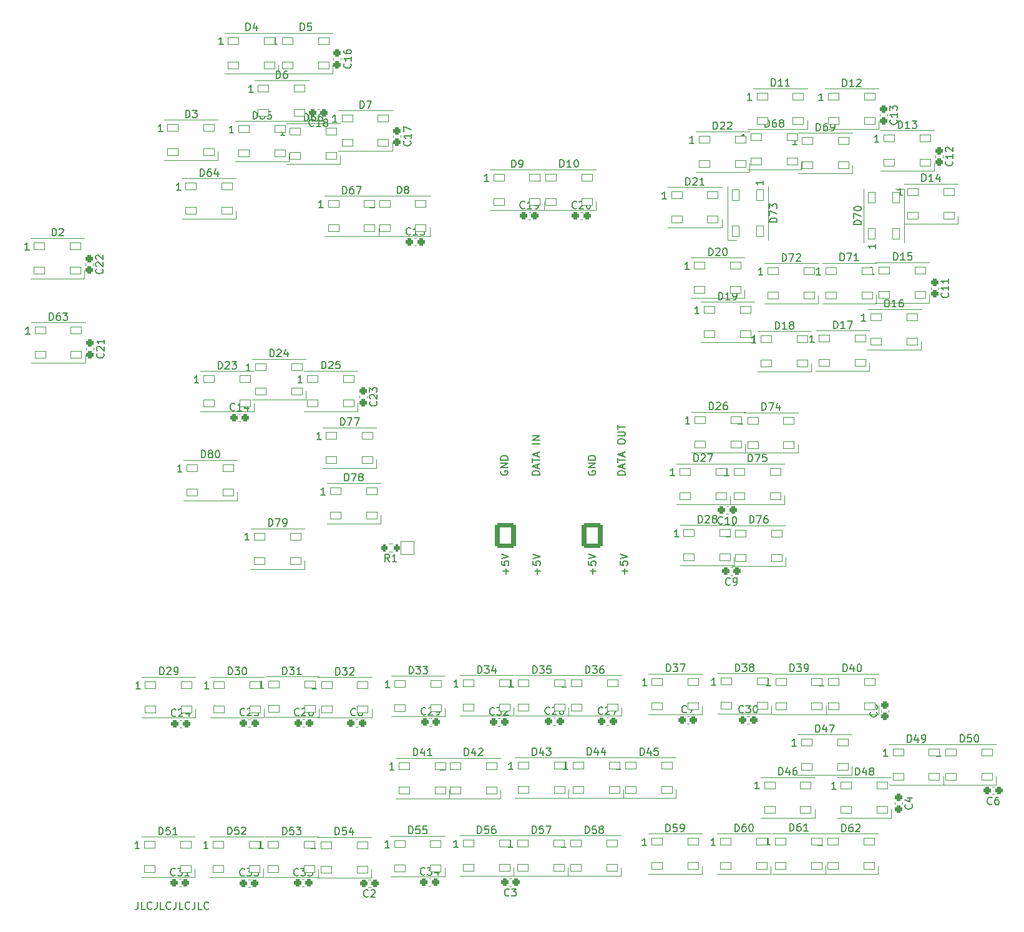
<source format=gbr>
%TF.GenerationSoftware,KiCad,Pcbnew,(6.0.9)*%
%TF.CreationDate,2022-12-26T19:41:24-09:00*%
%TF.ProjectId,PCB_ KY-58 PANEL,5043422c-204b-4592-9d35-382050414e45,rev?*%
%TF.SameCoordinates,Original*%
%TF.FileFunction,Legend,Top*%
%TF.FilePolarity,Positive*%
%FSLAX46Y46*%
G04 Gerber Fmt 4.6, Leading zero omitted, Abs format (unit mm)*
G04 Created by KiCad (PCBNEW (6.0.9)) date 2022-12-26 19:41:24*
%MOMM*%
%LPD*%
G01*
G04 APERTURE LIST*
G04 Aperture macros list*
%AMRoundRect*
0 Rectangle with rounded corners*
0 $1 Rounding radius*
0 $2 $3 $4 $5 $6 $7 $8 $9 X,Y pos of 4 corners*
0 Add a 4 corners polygon primitive as box body*
4,1,4,$2,$3,$4,$5,$6,$7,$8,$9,$2,$3,0*
0 Add four circle primitives for the rounded corners*
1,1,$1+$1,$2,$3*
1,1,$1+$1,$4,$5*
1,1,$1+$1,$6,$7*
1,1,$1+$1,$8,$9*
0 Add four rect primitives between the rounded corners*
20,1,$1+$1,$2,$3,$4,$5,0*
20,1,$1+$1,$4,$5,$6,$7,0*
20,1,$1+$1,$6,$7,$8,$9,0*
20,1,$1+$1,$8,$9,$2,$3,0*%
G04 Aperture macros list end*
%ADD10C,0.150000*%
%ADD11C,0.120000*%
%ADD12RoundRect,0.250000X0.200000X0.275000X-0.200000X0.275000X-0.200000X-0.275000X0.200000X-0.275000X0*%
%ADD13RoundRect,0.300001X-1.099999X-1.399999X1.099999X-1.399999X1.099999X1.399999X-1.099999X1.399999X0*%
%ADD14O,2.800000X3.400000*%
%ADD15RoundRect,0.050000X-0.750000X-0.450000X0.750000X-0.450000X0.750000X0.450000X-0.750000X0.450000X0*%
%ADD16RoundRect,0.050000X-0.450000X0.750000X-0.450000X-0.750000X0.450000X-0.750000X0.450000X0.750000X0*%
%ADD17RoundRect,0.050000X0.450000X-0.750000X0.450000X0.750000X-0.450000X0.750000X-0.450000X-0.750000X0*%
%ADD18RoundRect,0.050000X-0.900000X-0.900000X0.900000X-0.900000X0.900000X0.900000X-0.900000X0.900000X0*%
%ADD19C,1.900000*%
%ADD20RoundRect,0.275000X-0.225000X-0.250000X0.225000X-0.250000X0.225000X0.250000X-0.225000X0.250000X0*%
%ADD21RoundRect,0.275000X-0.250000X0.225000X-0.250000X-0.225000X0.250000X-0.225000X0.250000X0.225000X0*%
%ADD22RoundRect,0.275000X0.225000X0.250000X-0.225000X0.250000X-0.225000X-0.250000X0.225000X-0.250000X0*%
%ADD23RoundRect,0.275000X0.250000X-0.225000X0.250000X0.225000X-0.250000X0.225000X-0.250000X-0.225000X0*%
%ADD24C,3.300000*%
%ADD25C,2.481250*%
%ADD26C,7.640752*%
G04 APERTURE END LIST*
D10*
X151102380Y-93110714D02*
X150102380Y-93110714D01*
X150102380Y-92872618D01*
X150150000Y-92729761D01*
X150245238Y-92634523D01*
X150340476Y-92586904D01*
X150530952Y-92539285D01*
X150673809Y-92539285D01*
X150864285Y-92586904D01*
X150959523Y-92634523D01*
X151054761Y-92729761D01*
X151102380Y-92872618D01*
X151102380Y-93110714D01*
X150816666Y-92158333D02*
X150816666Y-91682142D01*
X151102380Y-92253571D02*
X150102380Y-91920237D01*
X151102380Y-91586904D01*
X150102380Y-91396428D02*
X150102380Y-90824999D01*
X151102380Y-91110714D02*
X150102380Y-91110714D01*
X150816666Y-90539285D02*
X150816666Y-90063095D01*
X151102380Y-90634523D02*
X150102380Y-90301190D01*
X151102380Y-89967857D01*
X151102380Y-88872618D02*
X150102380Y-88872618D01*
X151102380Y-88396428D02*
X150102380Y-88396428D01*
X151102380Y-87824999D01*
X150102380Y-87824999D01*
X96630952Y-151102380D02*
X96630952Y-151816666D01*
X96583333Y-151959523D01*
X96488095Y-152054761D01*
X96345238Y-152102380D01*
X96250000Y-152102380D01*
X97583333Y-152102380D02*
X97107142Y-152102380D01*
X97107142Y-151102380D01*
X98488095Y-152007142D02*
X98440476Y-152054761D01*
X98297619Y-152102380D01*
X98202380Y-152102380D01*
X98059523Y-152054761D01*
X97964285Y-151959523D01*
X97916666Y-151864285D01*
X97869047Y-151673809D01*
X97869047Y-151530952D01*
X97916666Y-151340476D01*
X97964285Y-151245238D01*
X98059523Y-151150000D01*
X98202380Y-151102380D01*
X98297619Y-151102380D01*
X98440476Y-151150000D01*
X98488095Y-151197619D01*
X99202380Y-151102380D02*
X99202380Y-151816666D01*
X99154761Y-151959523D01*
X99059523Y-152054761D01*
X98916666Y-152102380D01*
X98821428Y-152102380D01*
X100154761Y-152102380D02*
X99678571Y-152102380D01*
X99678571Y-151102380D01*
X101059523Y-152007142D02*
X101011904Y-152054761D01*
X100869047Y-152102380D01*
X100773809Y-152102380D01*
X100630952Y-152054761D01*
X100535714Y-151959523D01*
X100488095Y-151864285D01*
X100440476Y-151673809D01*
X100440476Y-151530952D01*
X100488095Y-151340476D01*
X100535714Y-151245238D01*
X100630952Y-151150000D01*
X100773809Y-151102380D01*
X100869047Y-151102380D01*
X101011904Y-151150000D01*
X101059523Y-151197619D01*
X101773809Y-151102380D02*
X101773809Y-151816666D01*
X101726190Y-151959523D01*
X101630952Y-152054761D01*
X101488095Y-152102380D01*
X101392857Y-152102380D01*
X102726190Y-152102380D02*
X102250000Y-152102380D01*
X102250000Y-151102380D01*
X103630952Y-152007142D02*
X103583333Y-152054761D01*
X103440476Y-152102380D01*
X103345238Y-152102380D01*
X103202380Y-152054761D01*
X103107142Y-151959523D01*
X103059523Y-151864285D01*
X103011904Y-151673809D01*
X103011904Y-151530952D01*
X103059523Y-151340476D01*
X103107142Y-151245238D01*
X103202380Y-151150000D01*
X103345238Y-151102380D01*
X103440476Y-151102380D01*
X103583333Y-151150000D01*
X103630952Y-151197619D01*
X104345238Y-151102380D02*
X104345238Y-151816666D01*
X104297619Y-151959523D01*
X104202380Y-152054761D01*
X104059523Y-152102380D01*
X103964285Y-152102380D01*
X105297619Y-152102380D02*
X104821428Y-152102380D01*
X104821428Y-151102380D01*
X106202380Y-152007142D02*
X106154761Y-152054761D01*
X106011904Y-152102380D01*
X105916666Y-152102380D01*
X105773809Y-152054761D01*
X105678571Y-151959523D01*
X105630952Y-151864285D01*
X105583333Y-151673809D01*
X105583333Y-151530952D01*
X105630952Y-151340476D01*
X105678571Y-151245238D01*
X105773809Y-151150000D01*
X105916666Y-151102380D01*
X106011904Y-151102380D01*
X106154761Y-151150000D01*
X106202380Y-151197619D01*
X145850000Y-92586904D02*
X145802380Y-92682142D01*
X145802380Y-92825000D01*
X145850000Y-92967857D01*
X145945238Y-93063095D01*
X146040476Y-93110714D01*
X146230952Y-93158333D01*
X146373809Y-93158333D01*
X146564285Y-93110714D01*
X146659523Y-93063095D01*
X146754761Y-92967857D01*
X146802380Y-92825000D01*
X146802380Y-92729761D01*
X146754761Y-92586904D01*
X146707142Y-92539285D01*
X146373809Y-92539285D01*
X146373809Y-92729761D01*
X146802380Y-92110714D02*
X145802380Y-92110714D01*
X146802380Y-91539285D01*
X145802380Y-91539285D01*
X146802380Y-91063095D02*
X145802380Y-91063095D01*
X145802380Y-90825000D01*
X145850000Y-90682142D01*
X145945238Y-90586904D01*
X146040476Y-90539285D01*
X146230952Y-90491666D01*
X146373809Y-90491666D01*
X146564285Y-90539285D01*
X146659523Y-90586904D01*
X146754761Y-90682142D01*
X146802380Y-90825000D01*
X146802380Y-91063095D01*
X162646428Y-106560714D02*
X162646428Y-105798809D01*
X163027380Y-106179761D02*
X162265476Y-106179761D01*
X162027380Y-104846428D02*
X162027380Y-105322619D01*
X162503571Y-105370238D01*
X162455952Y-105322619D01*
X162408333Y-105227380D01*
X162408333Y-104989285D01*
X162455952Y-104894047D01*
X162503571Y-104846428D01*
X162598809Y-104798809D01*
X162836904Y-104798809D01*
X162932142Y-104846428D01*
X162979761Y-104894047D01*
X163027380Y-104989285D01*
X163027380Y-105227380D01*
X162979761Y-105322619D01*
X162932142Y-105370238D01*
X162027380Y-104513095D02*
X163027380Y-104179761D01*
X162027380Y-103846428D01*
X157750000Y-92586904D02*
X157702380Y-92682142D01*
X157702380Y-92825000D01*
X157750000Y-92967857D01*
X157845238Y-93063095D01*
X157940476Y-93110714D01*
X158130952Y-93158333D01*
X158273809Y-93158333D01*
X158464285Y-93110714D01*
X158559523Y-93063095D01*
X158654761Y-92967857D01*
X158702380Y-92825000D01*
X158702380Y-92729761D01*
X158654761Y-92586904D01*
X158607142Y-92539285D01*
X158273809Y-92539285D01*
X158273809Y-92729761D01*
X158702380Y-92110714D02*
X157702380Y-92110714D01*
X158702380Y-91539285D01*
X157702380Y-91539285D01*
X158702380Y-91063095D02*
X157702380Y-91063095D01*
X157702380Y-90825000D01*
X157750000Y-90682142D01*
X157845238Y-90586904D01*
X157940476Y-90539285D01*
X158130952Y-90491666D01*
X158273809Y-90491666D01*
X158464285Y-90539285D01*
X158559523Y-90586904D01*
X158654761Y-90682142D01*
X158702380Y-90825000D01*
X158702380Y-91063095D01*
X146546428Y-106560714D02*
X146546428Y-105798809D01*
X146927380Y-106179761D02*
X146165476Y-106179761D01*
X145927380Y-104846428D02*
X145927380Y-105322619D01*
X146403571Y-105370238D01*
X146355952Y-105322619D01*
X146308333Y-105227380D01*
X146308333Y-104989285D01*
X146355952Y-104894047D01*
X146403571Y-104846428D01*
X146498809Y-104798809D01*
X146736904Y-104798809D01*
X146832142Y-104846428D01*
X146879761Y-104894047D01*
X146927380Y-104989285D01*
X146927380Y-105227380D01*
X146879761Y-105322619D01*
X146832142Y-105370238D01*
X145927380Y-104513095D02*
X146927380Y-104179761D01*
X145927380Y-103846428D01*
X150821428Y-106560714D02*
X150821428Y-105798809D01*
X151202380Y-106179761D02*
X150440476Y-106179761D01*
X150202380Y-104846428D02*
X150202380Y-105322619D01*
X150678571Y-105370238D01*
X150630952Y-105322619D01*
X150583333Y-105227380D01*
X150583333Y-104989285D01*
X150630952Y-104894047D01*
X150678571Y-104846428D01*
X150773809Y-104798809D01*
X151011904Y-104798809D01*
X151107142Y-104846428D01*
X151154761Y-104894047D01*
X151202380Y-104989285D01*
X151202380Y-105227380D01*
X151154761Y-105322619D01*
X151107142Y-105370238D01*
X150202380Y-104513095D02*
X151202380Y-104179761D01*
X150202380Y-103846428D01*
X162702380Y-93110713D02*
X161702380Y-93110713D01*
X161702380Y-92872618D01*
X161750000Y-92729761D01*
X161845238Y-92634523D01*
X161940476Y-92586904D01*
X162130952Y-92539285D01*
X162273809Y-92539285D01*
X162464285Y-92586904D01*
X162559523Y-92634523D01*
X162654761Y-92729761D01*
X162702380Y-92872618D01*
X162702380Y-93110713D01*
X162416666Y-92158332D02*
X162416666Y-91682142D01*
X162702380Y-92253570D02*
X161702380Y-91920237D01*
X162702380Y-91586904D01*
X161702380Y-91396428D02*
X161702380Y-90824999D01*
X162702380Y-91110713D02*
X161702380Y-91110713D01*
X162416666Y-90539285D02*
X162416666Y-90063094D01*
X162702380Y-90634523D02*
X161702380Y-90301190D01*
X162702380Y-89967856D01*
X161702380Y-88682142D02*
X161702380Y-88491666D01*
X161750000Y-88396428D01*
X161845238Y-88301190D01*
X162035714Y-88253570D01*
X162369047Y-88253570D01*
X162559523Y-88301190D01*
X162654761Y-88396428D01*
X162702380Y-88491666D01*
X162702380Y-88682142D01*
X162654761Y-88777380D01*
X162559523Y-88872618D01*
X162369047Y-88920237D01*
X162035714Y-88920237D01*
X161845238Y-88872618D01*
X161750000Y-88777380D01*
X161702380Y-88682142D01*
X161702380Y-87824999D02*
X162511904Y-87824999D01*
X162607142Y-87777380D01*
X162654761Y-87729761D01*
X162702380Y-87634523D01*
X162702380Y-87444047D01*
X162654761Y-87348809D01*
X162607142Y-87301190D01*
X162511904Y-87253570D01*
X161702380Y-87253570D01*
X161702380Y-86920237D02*
X161702380Y-86348809D01*
X162702380Y-86634523D02*
X161702380Y-86634523D01*
X158346428Y-106560714D02*
X158346428Y-105798809D01*
X158727380Y-106179761D02*
X157965476Y-106179761D01*
X157727380Y-104846428D02*
X157727380Y-105322619D01*
X158203571Y-105370238D01*
X158155952Y-105322619D01*
X158108333Y-105227380D01*
X158108333Y-104989285D01*
X158155952Y-104894047D01*
X158203571Y-104846428D01*
X158298809Y-104798809D01*
X158536904Y-104798809D01*
X158632142Y-104846428D01*
X158679761Y-104894047D01*
X158727380Y-104989285D01*
X158727380Y-105227380D01*
X158679761Y-105322619D01*
X158632142Y-105370238D01*
X157727380Y-104513095D02*
X158727380Y-104179761D01*
X157727380Y-103846428D01*
%TO.C,R1*%
X130745333Y-104879380D02*
X130412000Y-104403190D01*
X130173904Y-104879380D02*
X130173904Y-103879380D01*
X130554857Y-103879380D01*
X130650095Y-103927000D01*
X130697714Y-103974619D01*
X130745333Y-104069857D01*
X130745333Y-104212714D01*
X130697714Y-104307952D01*
X130650095Y-104355571D01*
X130554857Y-104403190D01*
X130173904Y-104403190D01*
X131697714Y-104879380D02*
X131126285Y-104879380D01*
X131412000Y-104879380D02*
X131412000Y-103879380D01*
X131316761Y-104022238D01*
X131221523Y-104117476D01*
X131126285Y-104165095D01*
%TO.C,D80*%
X105210714Y-90777380D02*
X105210714Y-89777380D01*
X105448809Y-89777380D01*
X105591666Y-89825000D01*
X105686904Y-89920238D01*
X105734523Y-90015476D01*
X105782142Y-90205952D01*
X105782142Y-90348809D01*
X105734523Y-90539285D01*
X105686904Y-90634523D01*
X105591666Y-90729761D01*
X105448809Y-90777380D01*
X105210714Y-90777380D01*
X106353571Y-90205952D02*
X106258333Y-90158333D01*
X106210714Y-90110714D01*
X106163095Y-90015476D01*
X106163095Y-89967857D01*
X106210714Y-89872619D01*
X106258333Y-89825000D01*
X106353571Y-89777380D01*
X106544047Y-89777380D01*
X106639285Y-89825000D01*
X106686904Y-89872619D01*
X106734523Y-89967857D01*
X106734523Y-90015476D01*
X106686904Y-90110714D01*
X106639285Y-90158333D01*
X106544047Y-90205952D01*
X106353571Y-90205952D01*
X106258333Y-90253571D01*
X106210714Y-90301190D01*
X106163095Y-90396428D01*
X106163095Y-90586904D01*
X106210714Y-90682142D01*
X106258333Y-90729761D01*
X106353571Y-90777380D01*
X106544047Y-90777380D01*
X106639285Y-90729761D01*
X106686904Y-90682142D01*
X106734523Y-90586904D01*
X106734523Y-90396428D01*
X106686904Y-90301190D01*
X106639285Y-90253571D01*
X106544047Y-90205952D01*
X107353571Y-89777380D02*
X107448809Y-89777380D01*
X107544047Y-89825000D01*
X107591666Y-89872619D01*
X107639285Y-89967857D01*
X107686904Y-90158333D01*
X107686904Y-90396428D01*
X107639285Y-90586904D01*
X107591666Y-90682142D01*
X107544047Y-90729761D01*
X107448809Y-90777380D01*
X107353571Y-90777380D01*
X107258333Y-90729761D01*
X107210714Y-90682142D01*
X107163095Y-90586904D01*
X107115476Y-90396428D01*
X107115476Y-90158333D01*
X107163095Y-89967857D01*
X107210714Y-89872619D01*
X107258333Y-89825000D01*
X107353571Y-89777380D01*
X102560714Y-92677380D02*
X101989285Y-92677380D01*
X102275000Y-92677380D02*
X102275000Y-91677380D01*
X102179761Y-91820238D01*
X102084523Y-91915476D01*
X101989285Y-91963095D01*
%TO.C,D79*%
X114360714Y-100077380D02*
X114360714Y-99077380D01*
X114598809Y-99077380D01*
X114741666Y-99125000D01*
X114836904Y-99220238D01*
X114884523Y-99315476D01*
X114932142Y-99505952D01*
X114932142Y-99648809D01*
X114884523Y-99839285D01*
X114836904Y-99934523D01*
X114741666Y-100029761D01*
X114598809Y-100077380D01*
X114360714Y-100077380D01*
X115265476Y-99077380D02*
X115932142Y-99077380D01*
X115503571Y-100077380D01*
X116360714Y-100077380D02*
X116551190Y-100077380D01*
X116646428Y-100029761D01*
X116694047Y-99982142D01*
X116789285Y-99839285D01*
X116836904Y-99648809D01*
X116836904Y-99267857D01*
X116789285Y-99172619D01*
X116741666Y-99125000D01*
X116646428Y-99077380D01*
X116455952Y-99077380D01*
X116360714Y-99125000D01*
X116313095Y-99172619D01*
X116265476Y-99267857D01*
X116265476Y-99505952D01*
X116313095Y-99601190D01*
X116360714Y-99648809D01*
X116455952Y-99696428D01*
X116646428Y-99696428D01*
X116741666Y-99648809D01*
X116789285Y-99601190D01*
X116836904Y-99505952D01*
X111710714Y-101977380D02*
X111139285Y-101977380D01*
X111425000Y-101977380D02*
X111425000Y-100977380D01*
X111329761Y-101120238D01*
X111234523Y-101215476D01*
X111139285Y-101263095D01*
%TO.C,D78*%
X124660714Y-93927380D02*
X124660714Y-92927380D01*
X124898809Y-92927380D01*
X125041666Y-92975000D01*
X125136904Y-93070238D01*
X125184523Y-93165476D01*
X125232142Y-93355952D01*
X125232142Y-93498809D01*
X125184523Y-93689285D01*
X125136904Y-93784523D01*
X125041666Y-93879761D01*
X124898809Y-93927380D01*
X124660714Y-93927380D01*
X125565476Y-92927380D02*
X126232142Y-92927380D01*
X125803571Y-93927380D01*
X126755952Y-93355952D02*
X126660714Y-93308333D01*
X126613095Y-93260714D01*
X126565476Y-93165476D01*
X126565476Y-93117857D01*
X126613095Y-93022619D01*
X126660714Y-92975000D01*
X126755952Y-92927380D01*
X126946428Y-92927380D01*
X127041666Y-92975000D01*
X127089285Y-93022619D01*
X127136904Y-93117857D01*
X127136904Y-93165476D01*
X127089285Y-93260714D01*
X127041666Y-93308333D01*
X126946428Y-93355952D01*
X126755952Y-93355952D01*
X126660714Y-93403571D01*
X126613095Y-93451190D01*
X126565476Y-93546428D01*
X126565476Y-93736904D01*
X126613095Y-93832142D01*
X126660714Y-93879761D01*
X126755952Y-93927380D01*
X126946428Y-93927380D01*
X127041666Y-93879761D01*
X127089285Y-93832142D01*
X127136904Y-93736904D01*
X127136904Y-93546428D01*
X127089285Y-93451190D01*
X127041666Y-93403571D01*
X126946428Y-93355952D01*
X122010714Y-95827380D02*
X121439285Y-95827380D01*
X121725000Y-95827380D02*
X121725000Y-94827380D01*
X121629761Y-94970238D01*
X121534523Y-95065476D01*
X121439285Y-95113095D01*
%TO.C,D77*%
X124110714Y-86377380D02*
X124110714Y-85377380D01*
X124348809Y-85377380D01*
X124491666Y-85425000D01*
X124586904Y-85520238D01*
X124634523Y-85615476D01*
X124682142Y-85805952D01*
X124682142Y-85948809D01*
X124634523Y-86139285D01*
X124586904Y-86234523D01*
X124491666Y-86329761D01*
X124348809Y-86377380D01*
X124110714Y-86377380D01*
X125015476Y-85377380D02*
X125682142Y-85377380D01*
X125253571Y-86377380D01*
X125967857Y-85377380D02*
X126634523Y-85377380D01*
X126205952Y-86377380D01*
X121460714Y-88277380D02*
X120889285Y-88277380D01*
X121175000Y-88277380D02*
X121175000Y-87277380D01*
X121079761Y-87420238D01*
X120984523Y-87515476D01*
X120889285Y-87563095D01*
%TO.C,D76*%
X179635714Y-99652380D02*
X179635714Y-98652380D01*
X179873809Y-98652380D01*
X180016666Y-98700000D01*
X180111904Y-98795238D01*
X180159523Y-98890476D01*
X180207142Y-99080952D01*
X180207142Y-99223809D01*
X180159523Y-99414285D01*
X180111904Y-99509523D01*
X180016666Y-99604761D01*
X179873809Y-99652380D01*
X179635714Y-99652380D01*
X180540476Y-98652380D02*
X181207142Y-98652380D01*
X180778571Y-99652380D01*
X182016666Y-98652380D02*
X181826190Y-98652380D01*
X181730952Y-98700000D01*
X181683333Y-98747619D01*
X181588095Y-98890476D01*
X181540476Y-99080952D01*
X181540476Y-99461904D01*
X181588095Y-99557142D01*
X181635714Y-99604761D01*
X181730952Y-99652380D01*
X181921428Y-99652380D01*
X182016666Y-99604761D01*
X182064285Y-99557142D01*
X182111904Y-99461904D01*
X182111904Y-99223809D01*
X182064285Y-99128571D01*
X182016666Y-99080952D01*
X181921428Y-99033333D01*
X181730952Y-99033333D01*
X181635714Y-99080952D01*
X181588095Y-99128571D01*
X181540476Y-99223809D01*
X176985714Y-101552380D02*
X176414285Y-101552380D01*
X176700000Y-101552380D02*
X176700000Y-100552380D01*
X176604761Y-100695238D01*
X176509523Y-100790476D01*
X176414285Y-100838095D01*
%TO.C,D75*%
X179435714Y-91302380D02*
X179435714Y-90302380D01*
X179673809Y-90302380D01*
X179816666Y-90350000D01*
X179911904Y-90445238D01*
X179959523Y-90540476D01*
X180007142Y-90730952D01*
X180007142Y-90873809D01*
X179959523Y-91064285D01*
X179911904Y-91159523D01*
X179816666Y-91254761D01*
X179673809Y-91302380D01*
X179435714Y-91302380D01*
X180340476Y-90302380D02*
X181007142Y-90302380D01*
X180578571Y-91302380D01*
X181864285Y-90302380D02*
X181388095Y-90302380D01*
X181340476Y-90778571D01*
X181388095Y-90730952D01*
X181483333Y-90683333D01*
X181721428Y-90683333D01*
X181816666Y-90730952D01*
X181864285Y-90778571D01*
X181911904Y-90873809D01*
X181911904Y-91111904D01*
X181864285Y-91207142D01*
X181816666Y-91254761D01*
X181721428Y-91302380D01*
X181483333Y-91302380D01*
X181388095Y-91254761D01*
X181340476Y-91207142D01*
X176785714Y-93202380D02*
X176214285Y-93202380D01*
X176500000Y-93202380D02*
X176500000Y-92202380D01*
X176404761Y-92345238D01*
X176309523Y-92440476D01*
X176214285Y-92488095D01*
%TO.C,D74*%
X181285714Y-84327380D02*
X181285714Y-83327380D01*
X181523809Y-83327380D01*
X181666666Y-83375000D01*
X181761904Y-83470238D01*
X181809523Y-83565476D01*
X181857142Y-83755952D01*
X181857142Y-83898809D01*
X181809523Y-84089285D01*
X181761904Y-84184523D01*
X181666666Y-84279761D01*
X181523809Y-84327380D01*
X181285714Y-84327380D01*
X182190476Y-83327380D02*
X182857142Y-83327380D01*
X182428571Y-84327380D01*
X183666666Y-83660714D02*
X183666666Y-84327380D01*
X183428571Y-83279761D02*
X183190476Y-83994047D01*
X183809523Y-83994047D01*
X178635714Y-86227380D02*
X178064285Y-86227380D01*
X178350000Y-86227380D02*
X178350000Y-85227380D01*
X178254761Y-85370238D01*
X178159523Y-85465476D01*
X178064285Y-85513095D01*
%TO.C,D73*%
X183327380Y-58789285D02*
X182327380Y-58789285D01*
X182327380Y-58551190D01*
X182375000Y-58408333D01*
X182470238Y-58313095D01*
X182565476Y-58265476D01*
X182755952Y-58217857D01*
X182898809Y-58217857D01*
X183089285Y-58265476D01*
X183184523Y-58313095D01*
X183279761Y-58408333D01*
X183327380Y-58551190D01*
X183327380Y-58789285D01*
X182327380Y-57884523D02*
X182327380Y-57217857D01*
X183327380Y-57646428D01*
X182327380Y-56932142D02*
X182327380Y-56313095D01*
X182708333Y-56646428D01*
X182708333Y-56503571D01*
X182755952Y-56408333D01*
X182803571Y-56360714D01*
X182898809Y-56313095D01*
X183136904Y-56313095D01*
X183232142Y-56360714D01*
X183279761Y-56408333D01*
X183327380Y-56503571D01*
X183327380Y-56789285D01*
X183279761Y-56884523D01*
X183232142Y-56932142D01*
X181427380Y-53139285D02*
X181427380Y-53710714D01*
X181427380Y-53425000D02*
X180427380Y-53425000D01*
X180570238Y-53520238D01*
X180665476Y-53615476D01*
X180713095Y-53710714D01*
%TO.C,D72*%
X184035714Y-64077380D02*
X184035714Y-63077380D01*
X184273809Y-63077380D01*
X184416666Y-63125000D01*
X184511904Y-63220238D01*
X184559523Y-63315476D01*
X184607142Y-63505952D01*
X184607142Y-63648809D01*
X184559523Y-63839285D01*
X184511904Y-63934523D01*
X184416666Y-64029761D01*
X184273809Y-64077380D01*
X184035714Y-64077380D01*
X184940476Y-63077380D02*
X185607142Y-63077380D01*
X185178571Y-64077380D01*
X185940476Y-63172619D02*
X185988095Y-63125000D01*
X186083333Y-63077380D01*
X186321428Y-63077380D01*
X186416666Y-63125000D01*
X186464285Y-63172619D01*
X186511904Y-63267857D01*
X186511904Y-63363095D01*
X186464285Y-63505952D01*
X185892857Y-64077380D01*
X186511904Y-64077380D01*
X181385714Y-65977380D02*
X180814285Y-65977380D01*
X181100000Y-65977380D02*
X181100000Y-64977380D01*
X181004761Y-65120238D01*
X180909523Y-65215476D01*
X180814285Y-65263095D01*
%TO.C,D71*%
X191885714Y-64027380D02*
X191885714Y-63027380D01*
X192123809Y-63027380D01*
X192266666Y-63075000D01*
X192361904Y-63170238D01*
X192409523Y-63265476D01*
X192457142Y-63455952D01*
X192457142Y-63598809D01*
X192409523Y-63789285D01*
X192361904Y-63884523D01*
X192266666Y-63979761D01*
X192123809Y-64027380D01*
X191885714Y-64027380D01*
X192790476Y-63027380D02*
X193457142Y-63027380D01*
X193028571Y-64027380D01*
X194361904Y-64027380D02*
X193790476Y-64027380D01*
X194076190Y-64027380D02*
X194076190Y-63027380D01*
X193980952Y-63170238D01*
X193885714Y-63265476D01*
X193790476Y-63313095D01*
X189235714Y-65927380D02*
X188664285Y-65927380D01*
X188950000Y-65927380D02*
X188950000Y-64927380D01*
X188854761Y-65070238D01*
X188759523Y-65165476D01*
X188664285Y-65213095D01*
%TO.C,D70*%
X194752380Y-59114285D02*
X193752380Y-59114285D01*
X193752380Y-58876190D01*
X193800000Y-58733333D01*
X193895238Y-58638095D01*
X193990476Y-58590476D01*
X194180952Y-58542857D01*
X194323809Y-58542857D01*
X194514285Y-58590476D01*
X194609523Y-58638095D01*
X194704761Y-58733333D01*
X194752380Y-58876190D01*
X194752380Y-59114285D01*
X193752380Y-58209523D02*
X193752380Y-57542857D01*
X194752380Y-57971428D01*
X193752380Y-56971428D02*
X193752380Y-56876190D01*
X193800000Y-56780952D01*
X193847619Y-56733333D01*
X193942857Y-56685714D01*
X194133333Y-56638095D01*
X194371428Y-56638095D01*
X194561904Y-56685714D01*
X194657142Y-56733333D01*
X194704761Y-56780952D01*
X194752380Y-56876190D01*
X194752380Y-56971428D01*
X194704761Y-57066666D01*
X194657142Y-57114285D01*
X194561904Y-57161904D01*
X194371428Y-57209523D01*
X194133333Y-57209523D01*
X193942857Y-57161904D01*
X193847619Y-57114285D01*
X193800000Y-57066666D01*
X193752380Y-56971428D01*
X196652380Y-61764285D02*
X196652380Y-62335714D01*
X196652380Y-62050000D02*
X195652380Y-62050000D01*
X195795238Y-62145238D01*
X195890476Y-62240476D01*
X195938095Y-62335714D01*
%TO.C,D69*%
X188660714Y-46377380D02*
X188660714Y-45377380D01*
X188898809Y-45377380D01*
X189041666Y-45425000D01*
X189136904Y-45520238D01*
X189184523Y-45615476D01*
X189232142Y-45805952D01*
X189232142Y-45948809D01*
X189184523Y-46139285D01*
X189136904Y-46234523D01*
X189041666Y-46329761D01*
X188898809Y-46377380D01*
X188660714Y-46377380D01*
X190089285Y-45377380D02*
X189898809Y-45377380D01*
X189803571Y-45425000D01*
X189755952Y-45472619D01*
X189660714Y-45615476D01*
X189613095Y-45805952D01*
X189613095Y-46186904D01*
X189660714Y-46282142D01*
X189708333Y-46329761D01*
X189803571Y-46377380D01*
X189994047Y-46377380D01*
X190089285Y-46329761D01*
X190136904Y-46282142D01*
X190184523Y-46186904D01*
X190184523Y-45948809D01*
X190136904Y-45853571D01*
X190089285Y-45805952D01*
X189994047Y-45758333D01*
X189803571Y-45758333D01*
X189708333Y-45805952D01*
X189660714Y-45853571D01*
X189613095Y-45948809D01*
X190660714Y-46377380D02*
X190851190Y-46377380D01*
X190946428Y-46329761D01*
X190994047Y-46282142D01*
X191089285Y-46139285D01*
X191136904Y-45948809D01*
X191136904Y-45567857D01*
X191089285Y-45472619D01*
X191041666Y-45425000D01*
X190946428Y-45377380D01*
X190755952Y-45377380D01*
X190660714Y-45425000D01*
X190613095Y-45472619D01*
X190565476Y-45567857D01*
X190565476Y-45805952D01*
X190613095Y-45901190D01*
X190660714Y-45948809D01*
X190755952Y-45996428D01*
X190946428Y-45996428D01*
X191041666Y-45948809D01*
X191089285Y-45901190D01*
X191136904Y-45805952D01*
X186010714Y-48277380D02*
X185439285Y-48277380D01*
X185725000Y-48277380D02*
X185725000Y-47277380D01*
X185629761Y-47420238D01*
X185534523Y-47515476D01*
X185439285Y-47563095D01*
%TO.C,D68*%
X181735714Y-45877380D02*
X181735714Y-44877380D01*
X181973809Y-44877380D01*
X182116666Y-44925000D01*
X182211904Y-45020238D01*
X182259523Y-45115476D01*
X182307142Y-45305952D01*
X182307142Y-45448809D01*
X182259523Y-45639285D01*
X182211904Y-45734523D01*
X182116666Y-45829761D01*
X181973809Y-45877380D01*
X181735714Y-45877380D01*
X183164285Y-44877380D02*
X182973809Y-44877380D01*
X182878571Y-44925000D01*
X182830952Y-44972619D01*
X182735714Y-45115476D01*
X182688095Y-45305952D01*
X182688095Y-45686904D01*
X182735714Y-45782142D01*
X182783333Y-45829761D01*
X182878571Y-45877380D01*
X183069047Y-45877380D01*
X183164285Y-45829761D01*
X183211904Y-45782142D01*
X183259523Y-45686904D01*
X183259523Y-45448809D01*
X183211904Y-45353571D01*
X183164285Y-45305952D01*
X183069047Y-45258333D01*
X182878571Y-45258333D01*
X182783333Y-45305952D01*
X182735714Y-45353571D01*
X182688095Y-45448809D01*
X183830952Y-45305952D02*
X183735714Y-45258333D01*
X183688095Y-45210714D01*
X183640476Y-45115476D01*
X183640476Y-45067857D01*
X183688095Y-44972619D01*
X183735714Y-44925000D01*
X183830952Y-44877380D01*
X184021428Y-44877380D01*
X184116666Y-44925000D01*
X184164285Y-44972619D01*
X184211904Y-45067857D01*
X184211904Y-45115476D01*
X184164285Y-45210714D01*
X184116666Y-45258333D01*
X184021428Y-45305952D01*
X183830952Y-45305952D01*
X183735714Y-45353571D01*
X183688095Y-45401190D01*
X183640476Y-45496428D01*
X183640476Y-45686904D01*
X183688095Y-45782142D01*
X183735714Y-45829761D01*
X183830952Y-45877380D01*
X184021428Y-45877380D01*
X184116666Y-45829761D01*
X184164285Y-45782142D01*
X184211904Y-45686904D01*
X184211904Y-45496428D01*
X184164285Y-45401190D01*
X184116666Y-45353571D01*
X184021428Y-45305952D01*
X179085714Y-47777380D02*
X178514285Y-47777380D01*
X178800000Y-47777380D02*
X178800000Y-46777380D01*
X178704761Y-46920238D01*
X178609523Y-47015476D01*
X178514285Y-47063095D01*
%TO.C,D67*%
X124385714Y-54927380D02*
X124385714Y-53927380D01*
X124623809Y-53927380D01*
X124766666Y-53975000D01*
X124861904Y-54070238D01*
X124909523Y-54165476D01*
X124957142Y-54355952D01*
X124957142Y-54498809D01*
X124909523Y-54689285D01*
X124861904Y-54784523D01*
X124766666Y-54879761D01*
X124623809Y-54927380D01*
X124385714Y-54927380D01*
X125814285Y-53927380D02*
X125623809Y-53927380D01*
X125528571Y-53975000D01*
X125480952Y-54022619D01*
X125385714Y-54165476D01*
X125338095Y-54355952D01*
X125338095Y-54736904D01*
X125385714Y-54832142D01*
X125433333Y-54879761D01*
X125528571Y-54927380D01*
X125719047Y-54927380D01*
X125814285Y-54879761D01*
X125861904Y-54832142D01*
X125909523Y-54736904D01*
X125909523Y-54498809D01*
X125861904Y-54403571D01*
X125814285Y-54355952D01*
X125719047Y-54308333D01*
X125528571Y-54308333D01*
X125433333Y-54355952D01*
X125385714Y-54403571D01*
X125338095Y-54498809D01*
X126242857Y-53927380D02*
X126909523Y-53927380D01*
X126480952Y-54927380D01*
X121735714Y-56827380D02*
X121164285Y-56827380D01*
X121450000Y-56827380D02*
X121450000Y-55827380D01*
X121354761Y-55970238D01*
X121259523Y-56065476D01*
X121164285Y-56113095D01*
%TO.C,D66*%
X119185714Y-45052380D02*
X119185714Y-44052380D01*
X119423809Y-44052380D01*
X119566666Y-44100000D01*
X119661904Y-44195238D01*
X119709523Y-44290476D01*
X119757142Y-44480952D01*
X119757142Y-44623809D01*
X119709523Y-44814285D01*
X119661904Y-44909523D01*
X119566666Y-45004761D01*
X119423809Y-45052380D01*
X119185714Y-45052380D01*
X120614285Y-44052380D02*
X120423809Y-44052380D01*
X120328571Y-44100000D01*
X120280952Y-44147619D01*
X120185714Y-44290476D01*
X120138095Y-44480952D01*
X120138095Y-44861904D01*
X120185714Y-44957142D01*
X120233333Y-45004761D01*
X120328571Y-45052380D01*
X120519047Y-45052380D01*
X120614285Y-45004761D01*
X120661904Y-44957142D01*
X120709523Y-44861904D01*
X120709523Y-44623809D01*
X120661904Y-44528571D01*
X120614285Y-44480952D01*
X120519047Y-44433333D01*
X120328571Y-44433333D01*
X120233333Y-44480952D01*
X120185714Y-44528571D01*
X120138095Y-44623809D01*
X121566666Y-44052380D02*
X121376190Y-44052380D01*
X121280952Y-44100000D01*
X121233333Y-44147619D01*
X121138095Y-44290476D01*
X121090476Y-44480952D01*
X121090476Y-44861904D01*
X121138095Y-44957142D01*
X121185714Y-45004761D01*
X121280952Y-45052380D01*
X121471428Y-45052380D01*
X121566666Y-45004761D01*
X121614285Y-44957142D01*
X121661904Y-44861904D01*
X121661904Y-44623809D01*
X121614285Y-44528571D01*
X121566666Y-44480952D01*
X121471428Y-44433333D01*
X121280952Y-44433333D01*
X121185714Y-44480952D01*
X121138095Y-44528571D01*
X121090476Y-44623809D01*
X116535714Y-46952380D02*
X115964285Y-46952380D01*
X116250000Y-46952380D02*
X116250000Y-45952380D01*
X116154761Y-46095238D01*
X116059523Y-46190476D01*
X115964285Y-46238095D01*
%TO.C,D65*%
X112235714Y-44777380D02*
X112235714Y-43777380D01*
X112473809Y-43777380D01*
X112616666Y-43825000D01*
X112711904Y-43920238D01*
X112759523Y-44015476D01*
X112807142Y-44205952D01*
X112807142Y-44348809D01*
X112759523Y-44539285D01*
X112711904Y-44634523D01*
X112616666Y-44729761D01*
X112473809Y-44777380D01*
X112235714Y-44777380D01*
X113664285Y-43777380D02*
X113473809Y-43777380D01*
X113378571Y-43825000D01*
X113330952Y-43872619D01*
X113235714Y-44015476D01*
X113188095Y-44205952D01*
X113188095Y-44586904D01*
X113235714Y-44682142D01*
X113283333Y-44729761D01*
X113378571Y-44777380D01*
X113569047Y-44777380D01*
X113664285Y-44729761D01*
X113711904Y-44682142D01*
X113759523Y-44586904D01*
X113759523Y-44348809D01*
X113711904Y-44253571D01*
X113664285Y-44205952D01*
X113569047Y-44158333D01*
X113378571Y-44158333D01*
X113283333Y-44205952D01*
X113235714Y-44253571D01*
X113188095Y-44348809D01*
X114664285Y-43777380D02*
X114188095Y-43777380D01*
X114140476Y-44253571D01*
X114188095Y-44205952D01*
X114283333Y-44158333D01*
X114521428Y-44158333D01*
X114616666Y-44205952D01*
X114664285Y-44253571D01*
X114711904Y-44348809D01*
X114711904Y-44586904D01*
X114664285Y-44682142D01*
X114616666Y-44729761D01*
X114521428Y-44777380D01*
X114283333Y-44777380D01*
X114188095Y-44729761D01*
X114140476Y-44682142D01*
X109585714Y-46677380D02*
X109014285Y-46677380D01*
X109300000Y-46677380D02*
X109300000Y-45677380D01*
X109204761Y-45820238D01*
X109109523Y-45915476D01*
X109014285Y-45963095D01*
%TO.C,D64*%
X105060714Y-52552380D02*
X105060714Y-51552380D01*
X105298809Y-51552380D01*
X105441666Y-51600000D01*
X105536904Y-51695238D01*
X105584523Y-51790476D01*
X105632142Y-51980952D01*
X105632142Y-52123809D01*
X105584523Y-52314285D01*
X105536904Y-52409523D01*
X105441666Y-52504761D01*
X105298809Y-52552380D01*
X105060714Y-52552380D01*
X106489285Y-51552380D02*
X106298809Y-51552380D01*
X106203571Y-51600000D01*
X106155952Y-51647619D01*
X106060714Y-51790476D01*
X106013095Y-51980952D01*
X106013095Y-52361904D01*
X106060714Y-52457142D01*
X106108333Y-52504761D01*
X106203571Y-52552380D01*
X106394047Y-52552380D01*
X106489285Y-52504761D01*
X106536904Y-52457142D01*
X106584523Y-52361904D01*
X106584523Y-52123809D01*
X106536904Y-52028571D01*
X106489285Y-51980952D01*
X106394047Y-51933333D01*
X106203571Y-51933333D01*
X106108333Y-51980952D01*
X106060714Y-52028571D01*
X106013095Y-52123809D01*
X107441666Y-51885714D02*
X107441666Y-52552380D01*
X107203571Y-51504761D02*
X106965476Y-52219047D01*
X107584523Y-52219047D01*
X102410714Y-54452380D02*
X101839285Y-54452380D01*
X102125000Y-54452380D02*
X102125000Y-53452380D01*
X102029761Y-53595238D01*
X101934523Y-53690476D01*
X101839285Y-53738095D01*
%TO.C,D63*%
X84598514Y-72110780D02*
X84598514Y-71110780D01*
X84836609Y-71110780D01*
X84979466Y-71158400D01*
X85074704Y-71253638D01*
X85122323Y-71348876D01*
X85169942Y-71539352D01*
X85169942Y-71682209D01*
X85122323Y-71872685D01*
X85074704Y-71967923D01*
X84979466Y-72063161D01*
X84836609Y-72110780D01*
X84598514Y-72110780D01*
X86027085Y-71110780D02*
X85836609Y-71110780D01*
X85741371Y-71158400D01*
X85693752Y-71206019D01*
X85598514Y-71348876D01*
X85550895Y-71539352D01*
X85550895Y-71920304D01*
X85598514Y-72015542D01*
X85646133Y-72063161D01*
X85741371Y-72110780D01*
X85931847Y-72110780D01*
X86027085Y-72063161D01*
X86074704Y-72015542D01*
X86122323Y-71920304D01*
X86122323Y-71682209D01*
X86074704Y-71586971D01*
X86027085Y-71539352D01*
X85931847Y-71491733D01*
X85741371Y-71491733D01*
X85646133Y-71539352D01*
X85598514Y-71586971D01*
X85550895Y-71682209D01*
X86455657Y-71110780D02*
X87074704Y-71110780D01*
X86741371Y-71491733D01*
X86884228Y-71491733D01*
X86979466Y-71539352D01*
X87027085Y-71586971D01*
X87074704Y-71682209D01*
X87074704Y-71920304D01*
X87027085Y-72015542D01*
X86979466Y-72063161D01*
X86884228Y-72110780D01*
X86598514Y-72110780D01*
X86503276Y-72063161D01*
X86455657Y-72015542D01*
X81948514Y-74010780D02*
X81377085Y-74010780D01*
X81662800Y-74010780D02*
X81662800Y-73010780D01*
X81567561Y-73153638D01*
X81472323Y-73248876D01*
X81377085Y-73296495D01*
%TO.C,D62*%
X192130714Y-141554380D02*
X192130714Y-140554380D01*
X192368809Y-140554380D01*
X192511666Y-140602000D01*
X192606904Y-140697238D01*
X192654523Y-140792476D01*
X192702142Y-140982952D01*
X192702142Y-141125809D01*
X192654523Y-141316285D01*
X192606904Y-141411523D01*
X192511666Y-141506761D01*
X192368809Y-141554380D01*
X192130714Y-141554380D01*
X193559285Y-140554380D02*
X193368809Y-140554380D01*
X193273571Y-140602000D01*
X193225952Y-140649619D01*
X193130714Y-140792476D01*
X193083095Y-140982952D01*
X193083095Y-141363904D01*
X193130714Y-141459142D01*
X193178333Y-141506761D01*
X193273571Y-141554380D01*
X193464047Y-141554380D01*
X193559285Y-141506761D01*
X193606904Y-141459142D01*
X193654523Y-141363904D01*
X193654523Y-141125809D01*
X193606904Y-141030571D01*
X193559285Y-140982952D01*
X193464047Y-140935333D01*
X193273571Y-140935333D01*
X193178333Y-140982952D01*
X193130714Y-141030571D01*
X193083095Y-141125809D01*
X194035476Y-140649619D02*
X194083095Y-140602000D01*
X194178333Y-140554380D01*
X194416428Y-140554380D01*
X194511666Y-140602000D01*
X194559285Y-140649619D01*
X194606904Y-140744857D01*
X194606904Y-140840095D01*
X194559285Y-140982952D01*
X193987857Y-141554380D01*
X194606904Y-141554380D01*
X189480714Y-143454380D02*
X188909285Y-143454380D01*
X189195000Y-143454380D02*
X189195000Y-142454380D01*
X189099761Y-142597238D01*
X189004523Y-142692476D01*
X188909285Y-142740095D01*
%TO.C,D61*%
X185055714Y-141478380D02*
X185055714Y-140478380D01*
X185293809Y-140478380D01*
X185436666Y-140526000D01*
X185531904Y-140621238D01*
X185579523Y-140716476D01*
X185627142Y-140906952D01*
X185627142Y-141049809D01*
X185579523Y-141240285D01*
X185531904Y-141335523D01*
X185436666Y-141430761D01*
X185293809Y-141478380D01*
X185055714Y-141478380D01*
X186484285Y-140478380D02*
X186293809Y-140478380D01*
X186198571Y-140526000D01*
X186150952Y-140573619D01*
X186055714Y-140716476D01*
X186008095Y-140906952D01*
X186008095Y-141287904D01*
X186055714Y-141383142D01*
X186103333Y-141430761D01*
X186198571Y-141478380D01*
X186389047Y-141478380D01*
X186484285Y-141430761D01*
X186531904Y-141383142D01*
X186579523Y-141287904D01*
X186579523Y-141049809D01*
X186531904Y-140954571D01*
X186484285Y-140906952D01*
X186389047Y-140859333D01*
X186198571Y-140859333D01*
X186103333Y-140906952D01*
X186055714Y-140954571D01*
X186008095Y-141049809D01*
X187531904Y-141478380D02*
X186960476Y-141478380D01*
X187246190Y-141478380D02*
X187246190Y-140478380D01*
X187150952Y-140621238D01*
X187055714Y-140716476D01*
X186960476Y-140764095D01*
X182405714Y-143378380D02*
X181834285Y-143378380D01*
X182120000Y-143378380D02*
X182120000Y-142378380D01*
X182024761Y-142521238D01*
X181929523Y-142616476D01*
X181834285Y-142664095D01*
%TO.C,D60*%
X177613714Y-141529380D02*
X177613714Y-140529380D01*
X177851809Y-140529380D01*
X177994666Y-140577000D01*
X178089904Y-140672238D01*
X178137523Y-140767476D01*
X178185142Y-140957952D01*
X178185142Y-141100809D01*
X178137523Y-141291285D01*
X178089904Y-141386523D01*
X177994666Y-141481761D01*
X177851809Y-141529380D01*
X177613714Y-141529380D01*
X179042285Y-140529380D02*
X178851809Y-140529380D01*
X178756571Y-140577000D01*
X178708952Y-140624619D01*
X178613714Y-140767476D01*
X178566095Y-140957952D01*
X178566095Y-141338904D01*
X178613714Y-141434142D01*
X178661333Y-141481761D01*
X178756571Y-141529380D01*
X178947047Y-141529380D01*
X179042285Y-141481761D01*
X179089904Y-141434142D01*
X179137523Y-141338904D01*
X179137523Y-141100809D01*
X179089904Y-141005571D01*
X179042285Y-140957952D01*
X178947047Y-140910333D01*
X178756571Y-140910333D01*
X178661333Y-140957952D01*
X178613714Y-141005571D01*
X178566095Y-141100809D01*
X179756571Y-140529380D02*
X179851809Y-140529380D01*
X179947047Y-140577000D01*
X179994666Y-140624619D01*
X180042285Y-140719857D01*
X180089904Y-140910333D01*
X180089904Y-141148428D01*
X180042285Y-141338904D01*
X179994666Y-141434142D01*
X179947047Y-141481761D01*
X179851809Y-141529380D01*
X179756571Y-141529380D01*
X179661333Y-141481761D01*
X179613714Y-141434142D01*
X179566095Y-141338904D01*
X179518476Y-141148428D01*
X179518476Y-140910333D01*
X179566095Y-140719857D01*
X179613714Y-140624619D01*
X179661333Y-140577000D01*
X179756571Y-140529380D01*
X174963714Y-143429380D02*
X174392285Y-143429380D01*
X174678000Y-143429380D02*
X174678000Y-142429380D01*
X174582761Y-142572238D01*
X174487523Y-142667476D01*
X174392285Y-142715095D01*
%TO.C,D59*%
X168265714Y-141554380D02*
X168265714Y-140554380D01*
X168503809Y-140554380D01*
X168646666Y-140602000D01*
X168741904Y-140697238D01*
X168789523Y-140792476D01*
X168837142Y-140982952D01*
X168837142Y-141125809D01*
X168789523Y-141316285D01*
X168741904Y-141411523D01*
X168646666Y-141506761D01*
X168503809Y-141554380D01*
X168265714Y-141554380D01*
X169741904Y-140554380D02*
X169265714Y-140554380D01*
X169218095Y-141030571D01*
X169265714Y-140982952D01*
X169360952Y-140935333D01*
X169599047Y-140935333D01*
X169694285Y-140982952D01*
X169741904Y-141030571D01*
X169789523Y-141125809D01*
X169789523Y-141363904D01*
X169741904Y-141459142D01*
X169694285Y-141506761D01*
X169599047Y-141554380D01*
X169360952Y-141554380D01*
X169265714Y-141506761D01*
X169218095Y-141459142D01*
X170265714Y-141554380D02*
X170456190Y-141554380D01*
X170551428Y-141506761D01*
X170599047Y-141459142D01*
X170694285Y-141316285D01*
X170741904Y-141125809D01*
X170741904Y-140744857D01*
X170694285Y-140649619D01*
X170646666Y-140602000D01*
X170551428Y-140554380D01*
X170360952Y-140554380D01*
X170265714Y-140602000D01*
X170218095Y-140649619D01*
X170170476Y-140744857D01*
X170170476Y-140982952D01*
X170218095Y-141078190D01*
X170265714Y-141125809D01*
X170360952Y-141173428D01*
X170551428Y-141173428D01*
X170646666Y-141125809D01*
X170694285Y-141078190D01*
X170741904Y-140982952D01*
X165615714Y-143454380D02*
X165044285Y-143454380D01*
X165330000Y-143454380D02*
X165330000Y-142454380D01*
X165234761Y-142597238D01*
X165139523Y-142692476D01*
X165044285Y-142740095D01*
%TO.C,D58*%
X157295714Y-141808380D02*
X157295714Y-140808380D01*
X157533809Y-140808380D01*
X157676666Y-140856000D01*
X157771904Y-140951238D01*
X157819523Y-141046476D01*
X157867142Y-141236952D01*
X157867142Y-141379809D01*
X157819523Y-141570285D01*
X157771904Y-141665523D01*
X157676666Y-141760761D01*
X157533809Y-141808380D01*
X157295714Y-141808380D01*
X158771904Y-140808380D02*
X158295714Y-140808380D01*
X158248095Y-141284571D01*
X158295714Y-141236952D01*
X158390952Y-141189333D01*
X158629047Y-141189333D01*
X158724285Y-141236952D01*
X158771904Y-141284571D01*
X158819523Y-141379809D01*
X158819523Y-141617904D01*
X158771904Y-141713142D01*
X158724285Y-141760761D01*
X158629047Y-141808380D01*
X158390952Y-141808380D01*
X158295714Y-141760761D01*
X158248095Y-141713142D01*
X159390952Y-141236952D02*
X159295714Y-141189333D01*
X159248095Y-141141714D01*
X159200476Y-141046476D01*
X159200476Y-140998857D01*
X159248095Y-140903619D01*
X159295714Y-140856000D01*
X159390952Y-140808380D01*
X159581428Y-140808380D01*
X159676666Y-140856000D01*
X159724285Y-140903619D01*
X159771904Y-140998857D01*
X159771904Y-141046476D01*
X159724285Y-141141714D01*
X159676666Y-141189333D01*
X159581428Y-141236952D01*
X159390952Y-141236952D01*
X159295714Y-141284571D01*
X159248095Y-141332190D01*
X159200476Y-141427428D01*
X159200476Y-141617904D01*
X159248095Y-141713142D01*
X159295714Y-141760761D01*
X159390952Y-141808380D01*
X159581428Y-141808380D01*
X159676666Y-141760761D01*
X159724285Y-141713142D01*
X159771904Y-141617904D01*
X159771904Y-141427428D01*
X159724285Y-141332190D01*
X159676666Y-141284571D01*
X159581428Y-141236952D01*
X154645714Y-143708380D02*
X154074285Y-143708380D01*
X154360000Y-143708380D02*
X154360000Y-142708380D01*
X154264761Y-142851238D01*
X154169523Y-142946476D01*
X154074285Y-142994095D01*
%TO.C,D57*%
X150107714Y-141783380D02*
X150107714Y-140783380D01*
X150345809Y-140783380D01*
X150488666Y-140831000D01*
X150583904Y-140926238D01*
X150631523Y-141021476D01*
X150679142Y-141211952D01*
X150679142Y-141354809D01*
X150631523Y-141545285D01*
X150583904Y-141640523D01*
X150488666Y-141735761D01*
X150345809Y-141783380D01*
X150107714Y-141783380D01*
X151583904Y-140783380D02*
X151107714Y-140783380D01*
X151060095Y-141259571D01*
X151107714Y-141211952D01*
X151202952Y-141164333D01*
X151441047Y-141164333D01*
X151536285Y-141211952D01*
X151583904Y-141259571D01*
X151631523Y-141354809D01*
X151631523Y-141592904D01*
X151583904Y-141688142D01*
X151536285Y-141735761D01*
X151441047Y-141783380D01*
X151202952Y-141783380D01*
X151107714Y-141735761D01*
X151060095Y-141688142D01*
X151964857Y-140783380D02*
X152631523Y-140783380D01*
X152202952Y-141783380D01*
X147457714Y-143683380D02*
X146886285Y-143683380D01*
X147172000Y-143683380D02*
X147172000Y-142683380D01*
X147076761Y-142826238D01*
X146981523Y-142921476D01*
X146886285Y-142969095D01*
%TO.C,D56*%
X142688714Y-141808380D02*
X142688714Y-140808380D01*
X142926809Y-140808380D01*
X143069666Y-140856000D01*
X143164904Y-140951238D01*
X143212523Y-141046476D01*
X143260142Y-141236952D01*
X143260142Y-141379809D01*
X143212523Y-141570285D01*
X143164904Y-141665523D01*
X143069666Y-141760761D01*
X142926809Y-141808380D01*
X142688714Y-141808380D01*
X144164904Y-140808380D02*
X143688714Y-140808380D01*
X143641095Y-141284571D01*
X143688714Y-141236952D01*
X143783952Y-141189333D01*
X144022047Y-141189333D01*
X144117285Y-141236952D01*
X144164904Y-141284571D01*
X144212523Y-141379809D01*
X144212523Y-141617904D01*
X144164904Y-141713142D01*
X144117285Y-141760761D01*
X144022047Y-141808380D01*
X143783952Y-141808380D01*
X143688714Y-141760761D01*
X143641095Y-141713142D01*
X145069666Y-140808380D02*
X144879190Y-140808380D01*
X144783952Y-140856000D01*
X144736333Y-140903619D01*
X144641095Y-141046476D01*
X144593476Y-141236952D01*
X144593476Y-141617904D01*
X144641095Y-141713142D01*
X144688714Y-141760761D01*
X144783952Y-141808380D01*
X144974428Y-141808380D01*
X145069666Y-141760761D01*
X145117285Y-141713142D01*
X145164904Y-141617904D01*
X145164904Y-141379809D01*
X145117285Y-141284571D01*
X145069666Y-141236952D01*
X144974428Y-141189333D01*
X144783952Y-141189333D01*
X144688714Y-141236952D01*
X144641095Y-141284571D01*
X144593476Y-141379809D01*
X140038714Y-143708380D02*
X139467285Y-143708380D01*
X139753000Y-143708380D02*
X139753000Y-142708380D01*
X139657761Y-142851238D01*
X139562523Y-142946476D01*
X139467285Y-142994095D01*
%TO.C,D55*%
X133366714Y-141833380D02*
X133366714Y-140833380D01*
X133604809Y-140833380D01*
X133747666Y-140881000D01*
X133842904Y-140976238D01*
X133890523Y-141071476D01*
X133938142Y-141261952D01*
X133938142Y-141404809D01*
X133890523Y-141595285D01*
X133842904Y-141690523D01*
X133747666Y-141785761D01*
X133604809Y-141833380D01*
X133366714Y-141833380D01*
X134842904Y-140833380D02*
X134366714Y-140833380D01*
X134319095Y-141309571D01*
X134366714Y-141261952D01*
X134461952Y-141214333D01*
X134700047Y-141214333D01*
X134795285Y-141261952D01*
X134842904Y-141309571D01*
X134890523Y-141404809D01*
X134890523Y-141642904D01*
X134842904Y-141738142D01*
X134795285Y-141785761D01*
X134700047Y-141833380D01*
X134461952Y-141833380D01*
X134366714Y-141785761D01*
X134319095Y-141738142D01*
X135795285Y-140833380D02*
X135319095Y-140833380D01*
X135271476Y-141309571D01*
X135319095Y-141261952D01*
X135414333Y-141214333D01*
X135652428Y-141214333D01*
X135747666Y-141261952D01*
X135795285Y-141309571D01*
X135842904Y-141404809D01*
X135842904Y-141642904D01*
X135795285Y-141738142D01*
X135747666Y-141785761D01*
X135652428Y-141833380D01*
X135414333Y-141833380D01*
X135319095Y-141785761D01*
X135271476Y-141738142D01*
X130716714Y-143733380D02*
X130145285Y-143733380D01*
X130431000Y-143733380D02*
X130431000Y-142733380D01*
X130335761Y-142876238D01*
X130240523Y-142971476D01*
X130145285Y-143019095D01*
%TO.C,D54*%
X123384714Y-141986380D02*
X123384714Y-140986380D01*
X123622809Y-140986380D01*
X123765666Y-141034000D01*
X123860904Y-141129238D01*
X123908523Y-141224476D01*
X123956142Y-141414952D01*
X123956142Y-141557809D01*
X123908523Y-141748285D01*
X123860904Y-141843523D01*
X123765666Y-141938761D01*
X123622809Y-141986380D01*
X123384714Y-141986380D01*
X124860904Y-140986380D02*
X124384714Y-140986380D01*
X124337095Y-141462571D01*
X124384714Y-141414952D01*
X124479952Y-141367333D01*
X124718047Y-141367333D01*
X124813285Y-141414952D01*
X124860904Y-141462571D01*
X124908523Y-141557809D01*
X124908523Y-141795904D01*
X124860904Y-141891142D01*
X124813285Y-141938761D01*
X124718047Y-141986380D01*
X124479952Y-141986380D01*
X124384714Y-141938761D01*
X124337095Y-141891142D01*
X125765666Y-141319714D02*
X125765666Y-141986380D01*
X125527571Y-140938761D02*
X125289476Y-141653047D01*
X125908523Y-141653047D01*
X120734714Y-143886380D02*
X120163285Y-143886380D01*
X120449000Y-143886380D02*
X120449000Y-142886380D01*
X120353761Y-143029238D01*
X120258523Y-143124476D01*
X120163285Y-143172095D01*
%TO.C,D53*%
X116246714Y-141960380D02*
X116246714Y-140960380D01*
X116484809Y-140960380D01*
X116627666Y-141008000D01*
X116722904Y-141103238D01*
X116770523Y-141198476D01*
X116818142Y-141388952D01*
X116818142Y-141531809D01*
X116770523Y-141722285D01*
X116722904Y-141817523D01*
X116627666Y-141912761D01*
X116484809Y-141960380D01*
X116246714Y-141960380D01*
X117722904Y-140960380D02*
X117246714Y-140960380D01*
X117199095Y-141436571D01*
X117246714Y-141388952D01*
X117341952Y-141341333D01*
X117580047Y-141341333D01*
X117675285Y-141388952D01*
X117722904Y-141436571D01*
X117770523Y-141531809D01*
X117770523Y-141769904D01*
X117722904Y-141865142D01*
X117675285Y-141912761D01*
X117580047Y-141960380D01*
X117341952Y-141960380D01*
X117246714Y-141912761D01*
X117199095Y-141865142D01*
X118103857Y-140960380D02*
X118722904Y-140960380D01*
X118389571Y-141341333D01*
X118532428Y-141341333D01*
X118627666Y-141388952D01*
X118675285Y-141436571D01*
X118722904Y-141531809D01*
X118722904Y-141769904D01*
X118675285Y-141865142D01*
X118627666Y-141912761D01*
X118532428Y-141960380D01*
X118246714Y-141960380D01*
X118151476Y-141912761D01*
X118103857Y-141865142D01*
X113596714Y-143860380D02*
X113025285Y-143860380D01*
X113311000Y-143860380D02*
X113311000Y-142860380D01*
X113215761Y-143003238D01*
X113120523Y-143098476D01*
X113025285Y-143146095D01*
%TO.C,D52*%
X108779714Y-141935380D02*
X108779714Y-140935380D01*
X109017809Y-140935380D01*
X109160666Y-140983000D01*
X109255904Y-141078238D01*
X109303523Y-141173476D01*
X109351142Y-141363952D01*
X109351142Y-141506809D01*
X109303523Y-141697285D01*
X109255904Y-141792523D01*
X109160666Y-141887761D01*
X109017809Y-141935380D01*
X108779714Y-141935380D01*
X110255904Y-140935380D02*
X109779714Y-140935380D01*
X109732095Y-141411571D01*
X109779714Y-141363952D01*
X109874952Y-141316333D01*
X110113047Y-141316333D01*
X110208285Y-141363952D01*
X110255904Y-141411571D01*
X110303523Y-141506809D01*
X110303523Y-141744904D01*
X110255904Y-141840142D01*
X110208285Y-141887761D01*
X110113047Y-141935380D01*
X109874952Y-141935380D01*
X109779714Y-141887761D01*
X109732095Y-141840142D01*
X110684476Y-141030619D02*
X110732095Y-140983000D01*
X110827333Y-140935380D01*
X111065428Y-140935380D01*
X111160666Y-140983000D01*
X111208285Y-141030619D01*
X111255904Y-141125857D01*
X111255904Y-141221095D01*
X111208285Y-141363952D01*
X110636857Y-141935380D01*
X111255904Y-141935380D01*
X106129714Y-143835380D02*
X105558285Y-143835380D01*
X105844000Y-143835380D02*
X105844000Y-142835380D01*
X105748761Y-142978238D01*
X105653523Y-143073476D01*
X105558285Y-143121095D01*
%TO.C,D51*%
X99459714Y-141961380D02*
X99459714Y-140961380D01*
X99697809Y-140961380D01*
X99840666Y-141009000D01*
X99935904Y-141104238D01*
X99983523Y-141199476D01*
X100031142Y-141389952D01*
X100031142Y-141532809D01*
X99983523Y-141723285D01*
X99935904Y-141818523D01*
X99840666Y-141913761D01*
X99697809Y-141961380D01*
X99459714Y-141961380D01*
X100935904Y-140961380D02*
X100459714Y-140961380D01*
X100412095Y-141437571D01*
X100459714Y-141389952D01*
X100554952Y-141342333D01*
X100793047Y-141342333D01*
X100888285Y-141389952D01*
X100935904Y-141437571D01*
X100983523Y-141532809D01*
X100983523Y-141770904D01*
X100935904Y-141866142D01*
X100888285Y-141913761D01*
X100793047Y-141961380D01*
X100554952Y-141961380D01*
X100459714Y-141913761D01*
X100412095Y-141866142D01*
X101935904Y-141961380D02*
X101364476Y-141961380D01*
X101650190Y-141961380D02*
X101650190Y-140961380D01*
X101554952Y-141104238D01*
X101459714Y-141199476D01*
X101364476Y-141247095D01*
X96809714Y-143861380D02*
X96238285Y-143861380D01*
X96524000Y-143861380D02*
X96524000Y-142861380D01*
X96428761Y-143004238D01*
X96333523Y-143099476D01*
X96238285Y-143147095D01*
%TO.C,D50*%
X208194714Y-129387380D02*
X208194714Y-128387380D01*
X208432809Y-128387380D01*
X208575666Y-128435000D01*
X208670904Y-128530238D01*
X208718523Y-128625476D01*
X208766142Y-128815952D01*
X208766142Y-128958809D01*
X208718523Y-129149285D01*
X208670904Y-129244523D01*
X208575666Y-129339761D01*
X208432809Y-129387380D01*
X208194714Y-129387380D01*
X209670904Y-128387380D02*
X209194714Y-128387380D01*
X209147095Y-128863571D01*
X209194714Y-128815952D01*
X209289952Y-128768333D01*
X209528047Y-128768333D01*
X209623285Y-128815952D01*
X209670904Y-128863571D01*
X209718523Y-128958809D01*
X209718523Y-129196904D01*
X209670904Y-129292142D01*
X209623285Y-129339761D01*
X209528047Y-129387380D01*
X209289952Y-129387380D01*
X209194714Y-129339761D01*
X209147095Y-129292142D01*
X210337571Y-128387380D02*
X210432809Y-128387380D01*
X210528047Y-128435000D01*
X210575666Y-128482619D01*
X210623285Y-128577857D01*
X210670904Y-128768333D01*
X210670904Y-129006428D01*
X210623285Y-129196904D01*
X210575666Y-129292142D01*
X210528047Y-129339761D01*
X210432809Y-129387380D01*
X210337571Y-129387380D01*
X210242333Y-129339761D01*
X210194714Y-129292142D01*
X210147095Y-129196904D01*
X210099476Y-129006428D01*
X210099476Y-128768333D01*
X210147095Y-128577857D01*
X210194714Y-128482619D01*
X210242333Y-128435000D01*
X210337571Y-128387380D01*
X205544714Y-131287380D02*
X204973285Y-131287380D01*
X205259000Y-131287380D02*
X205259000Y-130287380D01*
X205163761Y-130430238D01*
X205068523Y-130525476D01*
X204973285Y-130573095D01*
%TO.C,D49*%
X201008714Y-129413380D02*
X201008714Y-128413380D01*
X201246809Y-128413380D01*
X201389666Y-128461000D01*
X201484904Y-128556238D01*
X201532523Y-128651476D01*
X201580142Y-128841952D01*
X201580142Y-128984809D01*
X201532523Y-129175285D01*
X201484904Y-129270523D01*
X201389666Y-129365761D01*
X201246809Y-129413380D01*
X201008714Y-129413380D01*
X202437285Y-128746714D02*
X202437285Y-129413380D01*
X202199190Y-128365761D02*
X201961095Y-129080047D01*
X202580142Y-129080047D01*
X203008714Y-129413380D02*
X203199190Y-129413380D01*
X203294428Y-129365761D01*
X203342047Y-129318142D01*
X203437285Y-129175285D01*
X203484904Y-128984809D01*
X203484904Y-128603857D01*
X203437285Y-128508619D01*
X203389666Y-128461000D01*
X203294428Y-128413380D01*
X203103952Y-128413380D01*
X203008714Y-128461000D01*
X202961095Y-128508619D01*
X202913476Y-128603857D01*
X202913476Y-128841952D01*
X202961095Y-128937190D01*
X203008714Y-128984809D01*
X203103952Y-129032428D01*
X203294428Y-129032428D01*
X203389666Y-128984809D01*
X203437285Y-128937190D01*
X203484904Y-128841952D01*
X198358714Y-131313380D02*
X197787285Y-131313380D01*
X198073000Y-131313380D02*
X198073000Y-130313380D01*
X197977761Y-130456238D01*
X197882523Y-130551476D01*
X197787285Y-130599095D01*
%TO.C,D48*%
X193959714Y-133883380D02*
X193959714Y-132883380D01*
X194197809Y-132883380D01*
X194340666Y-132931000D01*
X194435904Y-133026238D01*
X194483523Y-133121476D01*
X194531142Y-133311952D01*
X194531142Y-133454809D01*
X194483523Y-133645285D01*
X194435904Y-133740523D01*
X194340666Y-133835761D01*
X194197809Y-133883380D01*
X193959714Y-133883380D01*
X195388285Y-133216714D02*
X195388285Y-133883380D01*
X195150190Y-132835761D02*
X194912095Y-133550047D01*
X195531142Y-133550047D01*
X196054952Y-133311952D02*
X195959714Y-133264333D01*
X195912095Y-133216714D01*
X195864476Y-133121476D01*
X195864476Y-133073857D01*
X195912095Y-132978619D01*
X195959714Y-132931000D01*
X196054952Y-132883380D01*
X196245428Y-132883380D01*
X196340666Y-132931000D01*
X196388285Y-132978619D01*
X196435904Y-133073857D01*
X196435904Y-133121476D01*
X196388285Y-133216714D01*
X196340666Y-133264333D01*
X196245428Y-133311952D01*
X196054952Y-133311952D01*
X195959714Y-133359571D01*
X195912095Y-133407190D01*
X195864476Y-133502428D01*
X195864476Y-133692904D01*
X195912095Y-133788142D01*
X195959714Y-133835761D01*
X196054952Y-133883380D01*
X196245428Y-133883380D01*
X196340666Y-133835761D01*
X196388285Y-133788142D01*
X196435904Y-133692904D01*
X196435904Y-133502428D01*
X196388285Y-133407190D01*
X196340666Y-133359571D01*
X196245428Y-133311952D01*
X191309714Y-135783380D02*
X190738285Y-135783380D01*
X191024000Y-135783380D02*
X191024000Y-134783380D01*
X190928761Y-134926238D01*
X190833523Y-135021476D01*
X190738285Y-135069095D01*
%TO.C,D47*%
X188574714Y-128041380D02*
X188574714Y-127041380D01*
X188812809Y-127041380D01*
X188955666Y-127089000D01*
X189050904Y-127184238D01*
X189098523Y-127279476D01*
X189146142Y-127469952D01*
X189146142Y-127612809D01*
X189098523Y-127803285D01*
X189050904Y-127898523D01*
X188955666Y-127993761D01*
X188812809Y-128041380D01*
X188574714Y-128041380D01*
X190003285Y-127374714D02*
X190003285Y-128041380D01*
X189765190Y-126993761D02*
X189527095Y-127708047D01*
X190146142Y-127708047D01*
X190431857Y-127041380D02*
X191098523Y-127041380D01*
X190669952Y-128041380D01*
X185924714Y-129941380D02*
X185353285Y-129941380D01*
X185639000Y-129941380D02*
X185639000Y-128941380D01*
X185543761Y-129084238D01*
X185448523Y-129179476D01*
X185353285Y-129227095D01*
%TO.C,D46*%
X183570714Y-133858380D02*
X183570714Y-132858380D01*
X183808809Y-132858380D01*
X183951666Y-132906000D01*
X184046904Y-133001238D01*
X184094523Y-133096476D01*
X184142142Y-133286952D01*
X184142142Y-133429809D01*
X184094523Y-133620285D01*
X184046904Y-133715523D01*
X183951666Y-133810761D01*
X183808809Y-133858380D01*
X183570714Y-133858380D01*
X184999285Y-133191714D02*
X184999285Y-133858380D01*
X184761190Y-132810761D02*
X184523095Y-133525047D01*
X185142142Y-133525047D01*
X185951666Y-132858380D02*
X185761190Y-132858380D01*
X185665952Y-132906000D01*
X185618333Y-132953619D01*
X185523095Y-133096476D01*
X185475476Y-133286952D01*
X185475476Y-133667904D01*
X185523095Y-133763142D01*
X185570714Y-133810761D01*
X185665952Y-133858380D01*
X185856428Y-133858380D01*
X185951666Y-133810761D01*
X185999285Y-133763142D01*
X186046904Y-133667904D01*
X186046904Y-133429809D01*
X185999285Y-133334571D01*
X185951666Y-133286952D01*
X185856428Y-133239333D01*
X185665952Y-133239333D01*
X185570714Y-133286952D01*
X185523095Y-133334571D01*
X185475476Y-133429809D01*
X180920714Y-135758380D02*
X180349285Y-135758380D01*
X180635000Y-135758380D02*
X180635000Y-134758380D01*
X180539761Y-134901238D01*
X180444523Y-134996476D01*
X180349285Y-135044095D01*
%TO.C,D45*%
X164760714Y-131191380D02*
X164760714Y-130191380D01*
X164998809Y-130191380D01*
X165141666Y-130239000D01*
X165236904Y-130334238D01*
X165284523Y-130429476D01*
X165332142Y-130619952D01*
X165332142Y-130762809D01*
X165284523Y-130953285D01*
X165236904Y-131048523D01*
X165141666Y-131143761D01*
X164998809Y-131191380D01*
X164760714Y-131191380D01*
X166189285Y-130524714D02*
X166189285Y-131191380D01*
X165951190Y-130143761D02*
X165713095Y-130858047D01*
X166332142Y-130858047D01*
X167189285Y-130191380D02*
X166713095Y-130191380D01*
X166665476Y-130667571D01*
X166713095Y-130619952D01*
X166808333Y-130572333D01*
X167046428Y-130572333D01*
X167141666Y-130619952D01*
X167189285Y-130667571D01*
X167236904Y-130762809D01*
X167236904Y-131000904D01*
X167189285Y-131096142D01*
X167141666Y-131143761D01*
X167046428Y-131191380D01*
X166808333Y-131191380D01*
X166713095Y-131143761D01*
X166665476Y-131096142D01*
X162110714Y-133091380D02*
X161539285Y-133091380D01*
X161825000Y-133091380D02*
X161825000Y-132091380D01*
X161729761Y-132234238D01*
X161634523Y-132329476D01*
X161539285Y-132377095D01*
%TO.C,D44*%
X157586714Y-131166380D02*
X157586714Y-130166380D01*
X157824809Y-130166380D01*
X157967666Y-130214000D01*
X158062904Y-130309238D01*
X158110523Y-130404476D01*
X158158142Y-130594952D01*
X158158142Y-130737809D01*
X158110523Y-130928285D01*
X158062904Y-131023523D01*
X157967666Y-131118761D01*
X157824809Y-131166380D01*
X157586714Y-131166380D01*
X159015285Y-130499714D02*
X159015285Y-131166380D01*
X158777190Y-130118761D02*
X158539095Y-130833047D01*
X159158142Y-130833047D01*
X159967666Y-130499714D02*
X159967666Y-131166380D01*
X159729571Y-130118761D02*
X159491476Y-130833047D01*
X160110523Y-130833047D01*
X154936714Y-133066380D02*
X154365285Y-133066380D01*
X154651000Y-133066380D02*
X154651000Y-132066380D01*
X154555761Y-132209238D01*
X154460523Y-132304476D01*
X154365285Y-132352095D01*
%TO.C,D43*%
X150144714Y-131191380D02*
X150144714Y-130191380D01*
X150382809Y-130191380D01*
X150525666Y-130239000D01*
X150620904Y-130334238D01*
X150668523Y-130429476D01*
X150716142Y-130619952D01*
X150716142Y-130762809D01*
X150668523Y-130953285D01*
X150620904Y-131048523D01*
X150525666Y-131143761D01*
X150382809Y-131191380D01*
X150144714Y-131191380D01*
X151573285Y-130524714D02*
X151573285Y-131191380D01*
X151335190Y-130143761D02*
X151097095Y-130858047D01*
X151716142Y-130858047D01*
X152001857Y-130191380D02*
X152620904Y-130191380D01*
X152287571Y-130572333D01*
X152430428Y-130572333D01*
X152525666Y-130619952D01*
X152573285Y-130667571D01*
X152620904Y-130762809D01*
X152620904Y-131000904D01*
X152573285Y-131096142D01*
X152525666Y-131143761D01*
X152430428Y-131191380D01*
X152144714Y-131191380D01*
X152049476Y-131143761D01*
X152001857Y-131096142D01*
X147494714Y-133091380D02*
X146923285Y-133091380D01*
X147209000Y-133091380D02*
X147209000Y-132091380D01*
X147113761Y-132234238D01*
X147018523Y-132329476D01*
X146923285Y-132377095D01*
%TO.C,D42*%
X140923714Y-131242380D02*
X140923714Y-130242380D01*
X141161809Y-130242380D01*
X141304666Y-130290000D01*
X141399904Y-130385238D01*
X141447523Y-130480476D01*
X141495142Y-130670952D01*
X141495142Y-130813809D01*
X141447523Y-131004285D01*
X141399904Y-131099523D01*
X141304666Y-131194761D01*
X141161809Y-131242380D01*
X140923714Y-131242380D01*
X142352285Y-130575714D02*
X142352285Y-131242380D01*
X142114190Y-130194761D02*
X141876095Y-130909047D01*
X142495142Y-130909047D01*
X142828476Y-130337619D02*
X142876095Y-130290000D01*
X142971333Y-130242380D01*
X143209428Y-130242380D01*
X143304666Y-130290000D01*
X143352285Y-130337619D01*
X143399904Y-130432857D01*
X143399904Y-130528095D01*
X143352285Y-130670952D01*
X142780857Y-131242380D01*
X143399904Y-131242380D01*
X138273714Y-133142380D02*
X137702285Y-133142380D01*
X137988000Y-133142380D02*
X137988000Y-132142380D01*
X137892761Y-132285238D01*
X137797523Y-132380476D01*
X137702285Y-132428095D01*
%TO.C,D41*%
X134001714Y-131242380D02*
X134001714Y-130242380D01*
X134239809Y-130242380D01*
X134382666Y-130290000D01*
X134477904Y-130385238D01*
X134525523Y-130480476D01*
X134573142Y-130670952D01*
X134573142Y-130813809D01*
X134525523Y-131004285D01*
X134477904Y-131099523D01*
X134382666Y-131194761D01*
X134239809Y-131242380D01*
X134001714Y-131242380D01*
X135430285Y-130575714D02*
X135430285Y-131242380D01*
X135192190Y-130194761D02*
X134954095Y-130909047D01*
X135573142Y-130909047D01*
X136477904Y-131242380D02*
X135906476Y-131242380D01*
X136192190Y-131242380D02*
X136192190Y-130242380D01*
X136096952Y-130385238D01*
X136001714Y-130480476D01*
X135906476Y-130528095D01*
X131351714Y-133142380D02*
X130780285Y-133142380D01*
X131066000Y-133142380D02*
X131066000Y-132142380D01*
X130970761Y-132285238D01*
X130875523Y-132380476D01*
X130780285Y-132428095D01*
%TO.C,D40*%
X192282714Y-119812380D02*
X192282714Y-118812380D01*
X192520809Y-118812380D01*
X192663666Y-118860000D01*
X192758904Y-118955238D01*
X192806523Y-119050476D01*
X192854142Y-119240952D01*
X192854142Y-119383809D01*
X192806523Y-119574285D01*
X192758904Y-119669523D01*
X192663666Y-119764761D01*
X192520809Y-119812380D01*
X192282714Y-119812380D01*
X193711285Y-119145714D02*
X193711285Y-119812380D01*
X193473190Y-118764761D02*
X193235095Y-119479047D01*
X193854142Y-119479047D01*
X194425571Y-118812380D02*
X194520809Y-118812380D01*
X194616047Y-118860000D01*
X194663666Y-118907619D01*
X194711285Y-119002857D01*
X194758904Y-119193333D01*
X194758904Y-119431428D01*
X194711285Y-119621904D01*
X194663666Y-119717142D01*
X194616047Y-119764761D01*
X194520809Y-119812380D01*
X194425571Y-119812380D01*
X194330333Y-119764761D01*
X194282714Y-119717142D01*
X194235095Y-119621904D01*
X194187476Y-119431428D01*
X194187476Y-119193333D01*
X194235095Y-119002857D01*
X194282714Y-118907619D01*
X194330333Y-118860000D01*
X194425571Y-118812380D01*
X189632714Y-121712380D02*
X189061285Y-121712380D01*
X189347000Y-121712380D02*
X189347000Y-120712380D01*
X189251761Y-120855238D01*
X189156523Y-120950476D01*
X189061285Y-120998095D01*
%TO.C,D39*%
X185094714Y-119812380D02*
X185094714Y-118812380D01*
X185332809Y-118812380D01*
X185475666Y-118860000D01*
X185570904Y-118955238D01*
X185618523Y-119050476D01*
X185666142Y-119240952D01*
X185666142Y-119383809D01*
X185618523Y-119574285D01*
X185570904Y-119669523D01*
X185475666Y-119764761D01*
X185332809Y-119812380D01*
X185094714Y-119812380D01*
X185999476Y-118812380D02*
X186618523Y-118812380D01*
X186285190Y-119193333D01*
X186428047Y-119193333D01*
X186523285Y-119240952D01*
X186570904Y-119288571D01*
X186618523Y-119383809D01*
X186618523Y-119621904D01*
X186570904Y-119717142D01*
X186523285Y-119764761D01*
X186428047Y-119812380D01*
X186142333Y-119812380D01*
X186047095Y-119764761D01*
X185999476Y-119717142D01*
X187094714Y-119812380D02*
X187285190Y-119812380D01*
X187380428Y-119764761D01*
X187428047Y-119717142D01*
X187523285Y-119574285D01*
X187570904Y-119383809D01*
X187570904Y-119002857D01*
X187523285Y-118907619D01*
X187475666Y-118860000D01*
X187380428Y-118812380D01*
X187189952Y-118812380D01*
X187094714Y-118860000D01*
X187047095Y-118907619D01*
X186999476Y-119002857D01*
X186999476Y-119240952D01*
X187047095Y-119336190D01*
X187094714Y-119383809D01*
X187189952Y-119431428D01*
X187380428Y-119431428D01*
X187475666Y-119383809D01*
X187523285Y-119336190D01*
X187570904Y-119240952D01*
X182444714Y-121712380D02*
X181873285Y-121712380D01*
X182159000Y-121712380D02*
X182159000Y-120712380D01*
X182063761Y-120855238D01*
X181968523Y-120950476D01*
X181873285Y-120998095D01*
%TO.C,D38*%
X177677714Y-119786380D02*
X177677714Y-118786380D01*
X177915809Y-118786380D01*
X178058666Y-118834000D01*
X178153904Y-118929238D01*
X178201523Y-119024476D01*
X178249142Y-119214952D01*
X178249142Y-119357809D01*
X178201523Y-119548285D01*
X178153904Y-119643523D01*
X178058666Y-119738761D01*
X177915809Y-119786380D01*
X177677714Y-119786380D01*
X178582476Y-118786380D02*
X179201523Y-118786380D01*
X178868190Y-119167333D01*
X179011047Y-119167333D01*
X179106285Y-119214952D01*
X179153904Y-119262571D01*
X179201523Y-119357809D01*
X179201523Y-119595904D01*
X179153904Y-119691142D01*
X179106285Y-119738761D01*
X179011047Y-119786380D01*
X178725333Y-119786380D01*
X178630095Y-119738761D01*
X178582476Y-119691142D01*
X179772952Y-119214952D02*
X179677714Y-119167333D01*
X179630095Y-119119714D01*
X179582476Y-119024476D01*
X179582476Y-118976857D01*
X179630095Y-118881619D01*
X179677714Y-118834000D01*
X179772952Y-118786380D01*
X179963428Y-118786380D01*
X180058666Y-118834000D01*
X180106285Y-118881619D01*
X180153904Y-118976857D01*
X180153904Y-119024476D01*
X180106285Y-119119714D01*
X180058666Y-119167333D01*
X179963428Y-119214952D01*
X179772952Y-119214952D01*
X179677714Y-119262571D01*
X179630095Y-119310190D01*
X179582476Y-119405428D01*
X179582476Y-119595904D01*
X179630095Y-119691142D01*
X179677714Y-119738761D01*
X179772952Y-119786380D01*
X179963428Y-119786380D01*
X180058666Y-119738761D01*
X180106285Y-119691142D01*
X180153904Y-119595904D01*
X180153904Y-119405428D01*
X180106285Y-119310190D01*
X180058666Y-119262571D01*
X179963428Y-119214952D01*
X175027714Y-121686380D02*
X174456285Y-121686380D01*
X174742000Y-121686380D02*
X174742000Y-120686380D01*
X174646761Y-120829238D01*
X174551523Y-120924476D01*
X174456285Y-120972095D01*
%TO.C,D37*%
X168316714Y-119812380D02*
X168316714Y-118812380D01*
X168554809Y-118812380D01*
X168697666Y-118860000D01*
X168792904Y-118955238D01*
X168840523Y-119050476D01*
X168888142Y-119240952D01*
X168888142Y-119383809D01*
X168840523Y-119574285D01*
X168792904Y-119669523D01*
X168697666Y-119764761D01*
X168554809Y-119812380D01*
X168316714Y-119812380D01*
X169221476Y-118812380D02*
X169840523Y-118812380D01*
X169507190Y-119193333D01*
X169650047Y-119193333D01*
X169745285Y-119240952D01*
X169792904Y-119288571D01*
X169840523Y-119383809D01*
X169840523Y-119621904D01*
X169792904Y-119717142D01*
X169745285Y-119764761D01*
X169650047Y-119812380D01*
X169364333Y-119812380D01*
X169269095Y-119764761D01*
X169221476Y-119717142D01*
X170173857Y-118812380D02*
X170840523Y-118812380D01*
X170411952Y-119812380D01*
X165666714Y-121712380D02*
X165095285Y-121712380D01*
X165381000Y-121712380D02*
X165381000Y-120712380D01*
X165285761Y-120855238D01*
X165190523Y-120950476D01*
X165095285Y-120998095D01*
%TO.C,D36*%
X157369714Y-120040380D02*
X157369714Y-119040380D01*
X157607809Y-119040380D01*
X157750666Y-119088000D01*
X157845904Y-119183238D01*
X157893523Y-119278476D01*
X157941142Y-119468952D01*
X157941142Y-119611809D01*
X157893523Y-119802285D01*
X157845904Y-119897523D01*
X157750666Y-119992761D01*
X157607809Y-120040380D01*
X157369714Y-120040380D01*
X158274476Y-119040380D02*
X158893523Y-119040380D01*
X158560190Y-119421333D01*
X158703047Y-119421333D01*
X158798285Y-119468952D01*
X158845904Y-119516571D01*
X158893523Y-119611809D01*
X158893523Y-119849904D01*
X158845904Y-119945142D01*
X158798285Y-119992761D01*
X158703047Y-120040380D01*
X158417333Y-120040380D01*
X158322095Y-119992761D01*
X158274476Y-119945142D01*
X159750666Y-119040380D02*
X159560190Y-119040380D01*
X159464952Y-119088000D01*
X159417333Y-119135619D01*
X159322095Y-119278476D01*
X159274476Y-119468952D01*
X159274476Y-119849904D01*
X159322095Y-119945142D01*
X159369714Y-119992761D01*
X159464952Y-120040380D01*
X159655428Y-120040380D01*
X159750666Y-119992761D01*
X159798285Y-119945142D01*
X159845904Y-119849904D01*
X159845904Y-119611809D01*
X159798285Y-119516571D01*
X159750666Y-119468952D01*
X159655428Y-119421333D01*
X159464952Y-119421333D01*
X159369714Y-119468952D01*
X159322095Y-119516571D01*
X159274476Y-119611809D01*
X154719714Y-121940380D02*
X154148285Y-121940380D01*
X154434000Y-121940380D02*
X154434000Y-120940380D01*
X154338761Y-121083238D01*
X154243523Y-121178476D01*
X154148285Y-121226095D01*
%TO.C,D35*%
X150194714Y-120040380D02*
X150194714Y-119040380D01*
X150432809Y-119040380D01*
X150575666Y-119088000D01*
X150670904Y-119183238D01*
X150718523Y-119278476D01*
X150766142Y-119468952D01*
X150766142Y-119611809D01*
X150718523Y-119802285D01*
X150670904Y-119897523D01*
X150575666Y-119992761D01*
X150432809Y-120040380D01*
X150194714Y-120040380D01*
X151099476Y-119040380D02*
X151718523Y-119040380D01*
X151385190Y-119421333D01*
X151528047Y-119421333D01*
X151623285Y-119468952D01*
X151670904Y-119516571D01*
X151718523Y-119611809D01*
X151718523Y-119849904D01*
X151670904Y-119945142D01*
X151623285Y-119992761D01*
X151528047Y-120040380D01*
X151242333Y-120040380D01*
X151147095Y-119992761D01*
X151099476Y-119945142D01*
X152623285Y-119040380D02*
X152147095Y-119040380D01*
X152099476Y-119516571D01*
X152147095Y-119468952D01*
X152242333Y-119421333D01*
X152480428Y-119421333D01*
X152575666Y-119468952D01*
X152623285Y-119516571D01*
X152670904Y-119611809D01*
X152670904Y-119849904D01*
X152623285Y-119945142D01*
X152575666Y-119992761D01*
X152480428Y-120040380D01*
X152242333Y-120040380D01*
X152147095Y-119992761D01*
X152099476Y-119945142D01*
X147544714Y-121940380D02*
X146973285Y-121940380D01*
X147259000Y-121940380D02*
X147259000Y-120940380D01*
X147163761Y-121083238D01*
X147068523Y-121178476D01*
X146973285Y-121226095D01*
%TO.C,D34*%
X142727714Y-120040380D02*
X142727714Y-119040380D01*
X142965809Y-119040380D01*
X143108666Y-119088000D01*
X143203904Y-119183238D01*
X143251523Y-119278476D01*
X143299142Y-119468952D01*
X143299142Y-119611809D01*
X143251523Y-119802285D01*
X143203904Y-119897523D01*
X143108666Y-119992761D01*
X142965809Y-120040380D01*
X142727714Y-120040380D01*
X143632476Y-119040380D02*
X144251523Y-119040380D01*
X143918190Y-119421333D01*
X144061047Y-119421333D01*
X144156285Y-119468952D01*
X144203904Y-119516571D01*
X144251523Y-119611809D01*
X144251523Y-119849904D01*
X144203904Y-119945142D01*
X144156285Y-119992761D01*
X144061047Y-120040380D01*
X143775333Y-120040380D01*
X143680095Y-119992761D01*
X143632476Y-119945142D01*
X145108666Y-119373714D02*
X145108666Y-120040380D01*
X144870571Y-118992761D02*
X144632476Y-119707047D01*
X145251523Y-119707047D01*
X140077714Y-121940380D02*
X139506285Y-121940380D01*
X139792000Y-121940380D02*
X139792000Y-120940380D01*
X139696761Y-121083238D01*
X139601523Y-121178476D01*
X139506285Y-121226095D01*
%TO.C,D33*%
X133419714Y-120116380D02*
X133419714Y-119116380D01*
X133657809Y-119116380D01*
X133800666Y-119164000D01*
X133895904Y-119259238D01*
X133943523Y-119354476D01*
X133991142Y-119544952D01*
X133991142Y-119687809D01*
X133943523Y-119878285D01*
X133895904Y-119973523D01*
X133800666Y-120068761D01*
X133657809Y-120116380D01*
X133419714Y-120116380D01*
X134324476Y-119116380D02*
X134943523Y-119116380D01*
X134610190Y-119497333D01*
X134753047Y-119497333D01*
X134848285Y-119544952D01*
X134895904Y-119592571D01*
X134943523Y-119687809D01*
X134943523Y-119925904D01*
X134895904Y-120021142D01*
X134848285Y-120068761D01*
X134753047Y-120116380D01*
X134467333Y-120116380D01*
X134372095Y-120068761D01*
X134324476Y-120021142D01*
X135276857Y-119116380D02*
X135895904Y-119116380D01*
X135562571Y-119497333D01*
X135705428Y-119497333D01*
X135800666Y-119544952D01*
X135848285Y-119592571D01*
X135895904Y-119687809D01*
X135895904Y-119925904D01*
X135848285Y-120021142D01*
X135800666Y-120068761D01*
X135705428Y-120116380D01*
X135419714Y-120116380D01*
X135324476Y-120068761D01*
X135276857Y-120021142D01*
X130769714Y-122016380D02*
X130198285Y-122016380D01*
X130484000Y-122016380D02*
X130484000Y-121016380D01*
X130388761Y-121159238D01*
X130293523Y-121254476D01*
X130198285Y-121302095D01*
%TO.C,D32*%
X123462714Y-120269380D02*
X123462714Y-119269380D01*
X123700809Y-119269380D01*
X123843666Y-119317000D01*
X123938904Y-119412238D01*
X123986523Y-119507476D01*
X124034142Y-119697952D01*
X124034142Y-119840809D01*
X123986523Y-120031285D01*
X123938904Y-120126523D01*
X123843666Y-120221761D01*
X123700809Y-120269380D01*
X123462714Y-120269380D01*
X124367476Y-119269380D02*
X124986523Y-119269380D01*
X124653190Y-119650333D01*
X124796047Y-119650333D01*
X124891285Y-119697952D01*
X124938904Y-119745571D01*
X124986523Y-119840809D01*
X124986523Y-120078904D01*
X124938904Y-120174142D01*
X124891285Y-120221761D01*
X124796047Y-120269380D01*
X124510333Y-120269380D01*
X124415095Y-120221761D01*
X124367476Y-120174142D01*
X125367476Y-119364619D02*
X125415095Y-119317000D01*
X125510333Y-119269380D01*
X125748428Y-119269380D01*
X125843666Y-119317000D01*
X125891285Y-119364619D01*
X125938904Y-119459857D01*
X125938904Y-119555095D01*
X125891285Y-119697952D01*
X125319857Y-120269380D01*
X125938904Y-120269380D01*
X120812714Y-122169380D02*
X120241285Y-122169380D01*
X120527000Y-122169380D02*
X120527000Y-121169380D01*
X120431761Y-121312238D01*
X120336523Y-121407476D01*
X120241285Y-121455095D01*
%TO.C,D31*%
X116274714Y-120193380D02*
X116274714Y-119193380D01*
X116512809Y-119193380D01*
X116655666Y-119241000D01*
X116750904Y-119336238D01*
X116798523Y-119431476D01*
X116846142Y-119621952D01*
X116846142Y-119764809D01*
X116798523Y-119955285D01*
X116750904Y-120050523D01*
X116655666Y-120145761D01*
X116512809Y-120193380D01*
X116274714Y-120193380D01*
X117179476Y-119193380D02*
X117798523Y-119193380D01*
X117465190Y-119574333D01*
X117608047Y-119574333D01*
X117703285Y-119621952D01*
X117750904Y-119669571D01*
X117798523Y-119764809D01*
X117798523Y-120002904D01*
X117750904Y-120098142D01*
X117703285Y-120145761D01*
X117608047Y-120193380D01*
X117322333Y-120193380D01*
X117227095Y-120145761D01*
X117179476Y-120098142D01*
X118750904Y-120193380D02*
X118179476Y-120193380D01*
X118465190Y-120193380D02*
X118465190Y-119193380D01*
X118369952Y-119336238D01*
X118274714Y-119431476D01*
X118179476Y-119479095D01*
X113624714Y-122093380D02*
X113053285Y-122093380D01*
X113339000Y-122093380D02*
X113339000Y-121093380D01*
X113243761Y-121236238D01*
X113148523Y-121331476D01*
X113053285Y-121379095D01*
%TO.C,D30*%
X108869714Y-120244380D02*
X108869714Y-119244380D01*
X109107809Y-119244380D01*
X109250666Y-119292000D01*
X109345904Y-119387238D01*
X109393523Y-119482476D01*
X109441142Y-119672952D01*
X109441142Y-119815809D01*
X109393523Y-120006285D01*
X109345904Y-120101523D01*
X109250666Y-120196761D01*
X109107809Y-120244380D01*
X108869714Y-120244380D01*
X109774476Y-119244380D02*
X110393523Y-119244380D01*
X110060190Y-119625333D01*
X110203047Y-119625333D01*
X110298285Y-119672952D01*
X110345904Y-119720571D01*
X110393523Y-119815809D01*
X110393523Y-120053904D01*
X110345904Y-120149142D01*
X110298285Y-120196761D01*
X110203047Y-120244380D01*
X109917333Y-120244380D01*
X109822095Y-120196761D01*
X109774476Y-120149142D01*
X111012571Y-119244380D02*
X111107809Y-119244380D01*
X111203047Y-119292000D01*
X111250666Y-119339619D01*
X111298285Y-119434857D01*
X111345904Y-119625333D01*
X111345904Y-119863428D01*
X111298285Y-120053904D01*
X111250666Y-120149142D01*
X111203047Y-120196761D01*
X111107809Y-120244380D01*
X111012571Y-120244380D01*
X110917333Y-120196761D01*
X110869714Y-120149142D01*
X110822095Y-120053904D01*
X110774476Y-119863428D01*
X110774476Y-119625333D01*
X110822095Y-119434857D01*
X110869714Y-119339619D01*
X110917333Y-119292000D01*
X111012571Y-119244380D01*
X106219714Y-122144380D02*
X105648285Y-122144380D01*
X105934000Y-122144380D02*
X105934000Y-121144380D01*
X105838761Y-121287238D01*
X105743523Y-121382476D01*
X105648285Y-121430095D01*
%TO.C,D29*%
X99572714Y-120244380D02*
X99572714Y-119244380D01*
X99810809Y-119244380D01*
X99953666Y-119292000D01*
X100048904Y-119387238D01*
X100096523Y-119482476D01*
X100144142Y-119672952D01*
X100144142Y-119815809D01*
X100096523Y-120006285D01*
X100048904Y-120101523D01*
X99953666Y-120196761D01*
X99810809Y-120244380D01*
X99572714Y-120244380D01*
X100525095Y-119339619D02*
X100572714Y-119292000D01*
X100667952Y-119244380D01*
X100906047Y-119244380D01*
X101001285Y-119292000D01*
X101048904Y-119339619D01*
X101096523Y-119434857D01*
X101096523Y-119530095D01*
X101048904Y-119672952D01*
X100477476Y-120244380D01*
X101096523Y-120244380D01*
X101572714Y-120244380D02*
X101763190Y-120244380D01*
X101858428Y-120196761D01*
X101906047Y-120149142D01*
X102001285Y-120006285D01*
X102048904Y-119815809D01*
X102048904Y-119434857D01*
X102001285Y-119339619D01*
X101953666Y-119292000D01*
X101858428Y-119244380D01*
X101667952Y-119244380D01*
X101572714Y-119292000D01*
X101525095Y-119339619D01*
X101477476Y-119434857D01*
X101477476Y-119672952D01*
X101525095Y-119768190D01*
X101572714Y-119815809D01*
X101667952Y-119863428D01*
X101858428Y-119863428D01*
X101953666Y-119815809D01*
X102001285Y-119768190D01*
X102048904Y-119672952D01*
X96922714Y-122144380D02*
X96351285Y-122144380D01*
X96637000Y-122144380D02*
X96637000Y-121144380D01*
X96541761Y-121287238D01*
X96446523Y-121382476D01*
X96351285Y-121430095D01*
%TO.C,D28*%
X172636714Y-99619380D02*
X172636714Y-98619380D01*
X172874809Y-98619380D01*
X173017666Y-98667000D01*
X173112904Y-98762238D01*
X173160523Y-98857476D01*
X173208142Y-99047952D01*
X173208142Y-99190809D01*
X173160523Y-99381285D01*
X173112904Y-99476523D01*
X173017666Y-99571761D01*
X172874809Y-99619380D01*
X172636714Y-99619380D01*
X173589095Y-98714619D02*
X173636714Y-98667000D01*
X173731952Y-98619380D01*
X173970047Y-98619380D01*
X174065285Y-98667000D01*
X174112904Y-98714619D01*
X174160523Y-98809857D01*
X174160523Y-98905095D01*
X174112904Y-99047952D01*
X173541476Y-99619380D01*
X174160523Y-99619380D01*
X174731952Y-99047952D02*
X174636714Y-99000333D01*
X174589095Y-98952714D01*
X174541476Y-98857476D01*
X174541476Y-98809857D01*
X174589095Y-98714619D01*
X174636714Y-98667000D01*
X174731952Y-98619380D01*
X174922428Y-98619380D01*
X175017666Y-98667000D01*
X175065285Y-98714619D01*
X175112904Y-98809857D01*
X175112904Y-98857476D01*
X175065285Y-98952714D01*
X175017666Y-99000333D01*
X174922428Y-99047952D01*
X174731952Y-99047952D01*
X174636714Y-99095571D01*
X174589095Y-99143190D01*
X174541476Y-99238428D01*
X174541476Y-99428904D01*
X174589095Y-99524142D01*
X174636714Y-99571761D01*
X174731952Y-99619380D01*
X174922428Y-99619380D01*
X175017666Y-99571761D01*
X175065285Y-99524142D01*
X175112904Y-99428904D01*
X175112904Y-99238428D01*
X175065285Y-99143190D01*
X175017666Y-99095571D01*
X174922428Y-99047952D01*
X169986714Y-101519380D02*
X169415285Y-101519380D01*
X169701000Y-101519380D02*
X169701000Y-100519380D01*
X169605761Y-100662238D01*
X169510523Y-100757476D01*
X169415285Y-100805095D01*
%TO.C,D27*%
X172078714Y-91287780D02*
X172078714Y-90287780D01*
X172316809Y-90287780D01*
X172459666Y-90335400D01*
X172554904Y-90430638D01*
X172602523Y-90525876D01*
X172650142Y-90716352D01*
X172650142Y-90859209D01*
X172602523Y-91049685D01*
X172554904Y-91144923D01*
X172459666Y-91240161D01*
X172316809Y-91287780D01*
X172078714Y-91287780D01*
X173031095Y-90383019D02*
X173078714Y-90335400D01*
X173173952Y-90287780D01*
X173412047Y-90287780D01*
X173507285Y-90335400D01*
X173554904Y-90383019D01*
X173602523Y-90478257D01*
X173602523Y-90573495D01*
X173554904Y-90716352D01*
X172983476Y-91287780D01*
X173602523Y-91287780D01*
X173935857Y-90287780D02*
X174602523Y-90287780D01*
X174173952Y-91287780D01*
X169428714Y-93187780D02*
X168857285Y-93187780D01*
X169143000Y-93187780D02*
X169143000Y-92187780D01*
X169047761Y-92330638D01*
X168952523Y-92425876D01*
X168857285Y-92473495D01*
%TO.C,D26*%
X174135714Y-84251980D02*
X174135714Y-83251980D01*
X174373809Y-83251980D01*
X174516666Y-83299600D01*
X174611904Y-83394838D01*
X174659523Y-83490076D01*
X174707142Y-83680552D01*
X174707142Y-83823409D01*
X174659523Y-84013885D01*
X174611904Y-84109123D01*
X174516666Y-84204361D01*
X174373809Y-84251980D01*
X174135714Y-84251980D01*
X175088095Y-83347219D02*
X175135714Y-83299600D01*
X175230952Y-83251980D01*
X175469047Y-83251980D01*
X175564285Y-83299600D01*
X175611904Y-83347219D01*
X175659523Y-83442457D01*
X175659523Y-83537695D01*
X175611904Y-83680552D01*
X175040476Y-84251980D01*
X175659523Y-84251980D01*
X176516666Y-83251980D02*
X176326190Y-83251980D01*
X176230952Y-83299600D01*
X176183333Y-83347219D01*
X176088095Y-83490076D01*
X176040476Y-83680552D01*
X176040476Y-84061504D01*
X176088095Y-84156742D01*
X176135714Y-84204361D01*
X176230952Y-84251980D01*
X176421428Y-84251980D01*
X176516666Y-84204361D01*
X176564285Y-84156742D01*
X176611904Y-84061504D01*
X176611904Y-83823409D01*
X176564285Y-83728171D01*
X176516666Y-83680552D01*
X176421428Y-83632933D01*
X176230952Y-83632933D01*
X176135714Y-83680552D01*
X176088095Y-83728171D01*
X176040476Y-83823409D01*
X171485714Y-86151980D02*
X170914285Y-86151980D01*
X171200000Y-86151980D02*
X171200000Y-85151980D01*
X171104761Y-85294838D01*
X171009523Y-85390076D01*
X170914285Y-85437695D01*
%TO.C,D25*%
X121557714Y-78689380D02*
X121557714Y-77689380D01*
X121795809Y-77689380D01*
X121938666Y-77737000D01*
X122033904Y-77832238D01*
X122081523Y-77927476D01*
X122129142Y-78117952D01*
X122129142Y-78260809D01*
X122081523Y-78451285D01*
X122033904Y-78546523D01*
X121938666Y-78641761D01*
X121795809Y-78689380D01*
X121557714Y-78689380D01*
X122510095Y-77784619D02*
X122557714Y-77737000D01*
X122652952Y-77689380D01*
X122891047Y-77689380D01*
X122986285Y-77737000D01*
X123033904Y-77784619D01*
X123081523Y-77879857D01*
X123081523Y-77975095D01*
X123033904Y-78117952D01*
X122462476Y-78689380D01*
X123081523Y-78689380D01*
X123986285Y-77689380D02*
X123510095Y-77689380D01*
X123462476Y-78165571D01*
X123510095Y-78117952D01*
X123605333Y-78070333D01*
X123843428Y-78070333D01*
X123938666Y-78117952D01*
X123986285Y-78165571D01*
X124033904Y-78260809D01*
X124033904Y-78498904D01*
X123986285Y-78594142D01*
X123938666Y-78641761D01*
X123843428Y-78689380D01*
X123605333Y-78689380D01*
X123510095Y-78641761D01*
X123462476Y-78594142D01*
X118907714Y-80589380D02*
X118336285Y-80589380D01*
X118622000Y-80589380D02*
X118622000Y-79589380D01*
X118526761Y-79732238D01*
X118431523Y-79827476D01*
X118336285Y-79875095D01*
%TO.C,D24*%
X114533714Y-77063980D02*
X114533714Y-76063980D01*
X114771809Y-76063980D01*
X114914666Y-76111600D01*
X115009904Y-76206838D01*
X115057523Y-76302076D01*
X115105142Y-76492552D01*
X115105142Y-76635409D01*
X115057523Y-76825885D01*
X115009904Y-76921123D01*
X114914666Y-77016361D01*
X114771809Y-77063980D01*
X114533714Y-77063980D01*
X115486095Y-76159219D02*
X115533714Y-76111600D01*
X115628952Y-76063980D01*
X115867047Y-76063980D01*
X115962285Y-76111600D01*
X116009904Y-76159219D01*
X116057523Y-76254457D01*
X116057523Y-76349695D01*
X116009904Y-76492552D01*
X115438476Y-77063980D01*
X116057523Y-77063980D01*
X116914666Y-76397314D02*
X116914666Y-77063980D01*
X116676571Y-76016361D02*
X116438476Y-76730647D01*
X117057523Y-76730647D01*
X111883714Y-78963980D02*
X111312285Y-78963980D01*
X111598000Y-78963980D02*
X111598000Y-77963980D01*
X111502761Y-78106838D01*
X111407523Y-78202076D01*
X111312285Y-78249695D01*
%TO.C,D23*%
X107509714Y-78714780D02*
X107509714Y-77714780D01*
X107747809Y-77714780D01*
X107890666Y-77762400D01*
X107985904Y-77857638D01*
X108033523Y-77952876D01*
X108081142Y-78143352D01*
X108081142Y-78286209D01*
X108033523Y-78476685D01*
X107985904Y-78571923D01*
X107890666Y-78667161D01*
X107747809Y-78714780D01*
X107509714Y-78714780D01*
X108462095Y-77810019D02*
X108509714Y-77762400D01*
X108604952Y-77714780D01*
X108843047Y-77714780D01*
X108938285Y-77762400D01*
X108985904Y-77810019D01*
X109033523Y-77905257D01*
X109033523Y-78000495D01*
X108985904Y-78143352D01*
X108414476Y-78714780D01*
X109033523Y-78714780D01*
X109366857Y-77714780D02*
X109985904Y-77714780D01*
X109652571Y-78095733D01*
X109795428Y-78095733D01*
X109890666Y-78143352D01*
X109938285Y-78190971D01*
X109985904Y-78286209D01*
X109985904Y-78524304D01*
X109938285Y-78619542D01*
X109890666Y-78667161D01*
X109795428Y-78714780D01*
X109509714Y-78714780D01*
X109414476Y-78667161D01*
X109366857Y-78619542D01*
X104859714Y-80614780D02*
X104288285Y-80614780D01*
X104574000Y-80614780D02*
X104574000Y-79614780D01*
X104478761Y-79757638D01*
X104383523Y-79852876D01*
X104288285Y-79900495D01*
%TO.C,D22*%
X174694714Y-46177380D02*
X174694714Y-45177380D01*
X174932809Y-45177380D01*
X175075666Y-45225000D01*
X175170904Y-45320238D01*
X175218523Y-45415476D01*
X175266142Y-45605952D01*
X175266142Y-45748809D01*
X175218523Y-45939285D01*
X175170904Y-46034523D01*
X175075666Y-46129761D01*
X174932809Y-46177380D01*
X174694714Y-46177380D01*
X175647095Y-45272619D02*
X175694714Y-45225000D01*
X175789952Y-45177380D01*
X176028047Y-45177380D01*
X176123285Y-45225000D01*
X176170904Y-45272619D01*
X176218523Y-45367857D01*
X176218523Y-45463095D01*
X176170904Y-45605952D01*
X175599476Y-46177380D01*
X176218523Y-46177380D01*
X176599476Y-45272619D02*
X176647095Y-45225000D01*
X176742333Y-45177380D01*
X176980428Y-45177380D01*
X177075666Y-45225000D01*
X177123285Y-45272619D01*
X177170904Y-45367857D01*
X177170904Y-45463095D01*
X177123285Y-45605952D01*
X176551857Y-46177380D01*
X177170904Y-46177380D01*
X172044714Y-48077380D02*
X171473285Y-48077380D01*
X171759000Y-48077380D02*
X171759000Y-47077380D01*
X171663761Y-47220238D01*
X171568523Y-47315476D01*
X171473285Y-47363095D01*
%TO.C,D21*%
X170959714Y-53751780D02*
X170959714Y-52751780D01*
X171197809Y-52751780D01*
X171340666Y-52799400D01*
X171435904Y-52894638D01*
X171483523Y-52989876D01*
X171531142Y-53180352D01*
X171531142Y-53323209D01*
X171483523Y-53513685D01*
X171435904Y-53608923D01*
X171340666Y-53704161D01*
X171197809Y-53751780D01*
X170959714Y-53751780D01*
X171912095Y-52847019D02*
X171959714Y-52799400D01*
X172054952Y-52751780D01*
X172293047Y-52751780D01*
X172388285Y-52799400D01*
X172435904Y-52847019D01*
X172483523Y-52942257D01*
X172483523Y-53037495D01*
X172435904Y-53180352D01*
X171864476Y-53751780D01*
X172483523Y-53751780D01*
X173435904Y-53751780D02*
X172864476Y-53751780D01*
X173150190Y-53751780D02*
X173150190Y-52751780D01*
X173054952Y-52894638D01*
X172959714Y-52989876D01*
X172864476Y-53037495D01*
X168309714Y-55651780D02*
X167738285Y-55651780D01*
X168024000Y-55651780D02*
X168024000Y-54651780D01*
X167928761Y-54794638D01*
X167833523Y-54889876D01*
X167738285Y-54937495D01*
%TO.C,D20*%
X174060714Y-63302380D02*
X174060714Y-62302380D01*
X174298809Y-62302380D01*
X174441666Y-62350000D01*
X174536904Y-62445238D01*
X174584523Y-62540476D01*
X174632142Y-62730952D01*
X174632142Y-62873809D01*
X174584523Y-63064285D01*
X174536904Y-63159523D01*
X174441666Y-63254761D01*
X174298809Y-63302380D01*
X174060714Y-63302380D01*
X175013095Y-62397619D02*
X175060714Y-62350000D01*
X175155952Y-62302380D01*
X175394047Y-62302380D01*
X175489285Y-62350000D01*
X175536904Y-62397619D01*
X175584523Y-62492857D01*
X175584523Y-62588095D01*
X175536904Y-62730952D01*
X174965476Y-63302380D01*
X175584523Y-63302380D01*
X176203571Y-62302380D02*
X176298809Y-62302380D01*
X176394047Y-62350000D01*
X176441666Y-62397619D01*
X176489285Y-62492857D01*
X176536904Y-62683333D01*
X176536904Y-62921428D01*
X176489285Y-63111904D01*
X176441666Y-63207142D01*
X176394047Y-63254761D01*
X176298809Y-63302380D01*
X176203571Y-63302380D01*
X176108333Y-63254761D01*
X176060714Y-63207142D01*
X176013095Y-63111904D01*
X175965476Y-62921428D01*
X175965476Y-62683333D01*
X176013095Y-62492857D01*
X176060714Y-62397619D01*
X176108333Y-62350000D01*
X176203571Y-62302380D01*
X171410714Y-65202380D02*
X170839285Y-65202380D01*
X171125000Y-65202380D02*
X171125000Y-64202380D01*
X171029761Y-64345238D01*
X170934523Y-64440476D01*
X170839285Y-64488095D01*
%TO.C,D19*%
X175405714Y-69316780D02*
X175405714Y-68316780D01*
X175643809Y-68316780D01*
X175786666Y-68364400D01*
X175881904Y-68459638D01*
X175929523Y-68554876D01*
X175977142Y-68745352D01*
X175977142Y-68888209D01*
X175929523Y-69078685D01*
X175881904Y-69173923D01*
X175786666Y-69269161D01*
X175643809Y-69316780D01*
X175405714Y-69316780D01*
X176929523Y-69316780D02*
X176358095Y-69316780D01*
X176643809Y-69316780D02*
X176643809Y-68316780D01*
X176548571Y-68459638D01*
X176453333Y-68554876D01*
X176358095Y-68602495D01*
X177405714Y-69316780D02*
X177596190Y-69316780D01*
X177691428Y-69269161D01*
X177739047Y-69221542D01*
X177834285Y-69078685D01*
X177881904Y-68888209D01*
X177881904Y-68507257D01*
X177834285Y-68412019D01*
X177786666Y-68364400D01*
X177691428Y-68316780D01*
X177500952Y-68316780D01*
X177405714Y-68364400D01*
X177358095Y-68412019D01*
X177310476Y-68507257D01*
X177310476Y-68745352D01*
X177358095Y-68840590D01*
X177405714Y-68888209D01*
X177500952Y-68935828D01*
X177691428Y-68935828D01*
X177786666Y-68888209D01*
X177834285Y-68840590D01*
X177881904Y-68745352D01*
X172755714Y-71216780D02*
X172184285Y-71216780D01*
X172470000Y-71216780D02*
X172470000Y-70216780D01*
X172374761Y-70359638D01*
X172279523Y-70454876D01*
X172184285Y-70502495D01*
%TO.C,D18*%
X183099714Y-73304580D02*
X183099714Y-72304580D01*
X183337809Y-72304580D01*
X183480666Y-72352200D01*
X183575904Y-72447438D01*
X183623523Y-72542676D01*
X183671142Y-72733152D01*
X183671142Y-72876009D01*
X183623523Y-73066485D01*
X183575904Y-73161723D01*
X183480666Y-73256961D01*
X183337809Y-73304580D01*
X183099714Y-73304580D01*
X184623523Y-73304580D02*
X184052095Y-73304580D01*
X184337809Y-73304580D02*
X184337809Y-72304580D01*
X184242571Y-72447438D01*
X184147333Y-72542676D01*
X184052095Y-72590295D01*
X185194952Y-72733152D02*
X185099714Y-72685533D01*
X185052095Y-72637914D01*
X185004476Y-72542676D01*
X185004476Y-72495057D01*
X185052095Y-72399819D01*
X185099714Y-72352200D01*
X185194952Y-72304580D01*
X185385428Y-72304580D01*
X185480666Y-72352200D01*
X185528285Y-72399819D01*
X185575904Y-72495057D01*
X185575904Y-72542676D01*
X185528285Y-72637914D01*
X185480666Y-72685533D01*
X185385428Y-72733152D01*
X185194952Y-72733152D01*
X185099714Y-72780771D01*
X185052095Y-72828390D01*
X185004476Y-72923628D01*
X185004476Y-73114104D01*
X185052095Y-73209342D01*
X185099714Y-73256961D01*
X185194952Y-73304580D01*
X185385428Y-73304580D01*
X185480666Y-73256961D01*
X185528285Y-73209342D01*
X185575904Y-73114104D01*
X185575904Y-72923628D01*
X185528285Y-72828390D01*
X185480666Y-72780771D01*
X185385428Y-72733152D01*
X180449714Y-75204580D02*
X179878285Y-75204580D01*
X180164000Y-75204580D02*
X180164000Y-74204580D01*
X180068761Y-74347438D01*
X179973523Y-74442676D01*
X179878285Y-74490295D01*
%TO.C,D17*%
X191001714Y-73228380D02*
X191001714Y-72228380D01*
X191239809Y-72228380D01*
X191382666Y-72276000D01*
X191477904Y-72371238D01*
X191525523Y-72466476D01*
X191573142Y-72656952D01*
X191573142Y-72799809D01*
X191525523Y-72990285D01*
X191477904Y-73085523D01*
X191382666Y-73180761D01*
X191239809Y-73228380D01*
X191001714Y-73228380D01*
X192525523Y-73228380D02*
X191954095Y-73228380D01*
X192239809Y-73228380D02*
X192239809Y-72228380D01*
X192144571Y-72371238D01*
X192049333Y-72466476D01*
X191954095Y-72514095D01*
X192858857Y-72228380D02*
X193525523Y-72228380D01*
X193096952Y-73228380D01*
X188351714Y-75128380D02*
X187780285Y-75128380D01*
X188066000Y-75128380D02*
X188066000Y-74128380D01*
X187970761Y-74271238D01*
X187875523Y-74366476D01*
X187780285Y-74414095D01*
%TO.C,D16*%
X197986714Y-70307780D02*
X197986714Y-69307780D01*
X198224809Y-69307780D01*
X198367666Y-69355400D01*
X198462904Y-69450638D01*
X198510523Y-69545876D01*
X198558142Y-69736352D01*
X198558142Y-69879209D01*
X198510523Y-70069685D01*
X198462904Y-70164923D01*
X198367666Y-70260161D01*
X198224809Y-70307780D01*
X197986714Y-70307780D01*
X199510523Y-70307780D02*
X198939095Y-70307780D01*
X199224809Y-70307780D02*
X199224809Y-69307780D01*
X199129571Y-69450638D01*
X199034333Y-69545876D01*
X198939095Y-69593495D01*
X200367666Y-69307780D02*
X200177190Y-69307780D01*
X200081952Y-69355400D01*
X200034333Y-69403019D01*
X199939095Y-69545876D01*
X199891476Y-69736352D01*
X199891476Y-70117304D01*
X199939095Y-70212542D01*
X199986714Y-70260161D01*
X200081952Y-70307780D01*
X200272428Y-70307780D01*
X200367666Y-70260161D01*
X200415285Y-70212542D01*
X200462904Y-70117304D01*
X200462904Y-69879209D01*
X200415285Y-69783971D01*
X200367666Y-69736352D01*
X200272428Y-69688733D01*
X200081952Y-69688733D01*
X199986714Y-69736352D01*
X199939095Y-69783971D01*
X199891476Y-69879209D01*
X195336714Y-72207780D02*
X194765285Y-72207780D01*
X195051000Y-72207780D02*
X195051000Y-71207780D01*
X194955761Y-71350638D01*
X194860523Y-71445876D01*
X194765285Y-71493495D01*
%TO.C,D15*%
X199140714Y-63932180D02*
X199140714Y-62932180D01*
X199378809Y-62932180D01*
X199521666Y-62979800D01*
X199616904Y-63075038D01*
X199664523Y-63170276D01*
X199712142Y-63360752D01*
X199712142Y-63503609D01*
X199664523Y-63694085D01*
X199616904Y-63789323D01*
X199521666Y-63884561D01*
X199378809Y-63932180D01*
X199140714Y-63932180D01*
X200664523Y-63932180D02*
X200093095Y-63932180D01*
X200378809Y-63932180D02*
X200378809Y-62932180D01*
X200283571Y-63075038D01*
X200188333Y-63170276D01*
X200093095Y-63217895D01*
X201569285Y-62932180D02*
X201093095Y-62932180D01*
X201045476Y-63408371D01*
X201093095Y-63360752D01*
X201188333Y-63313133D01*
X201426428Y-63313133D01*
X201521666Y-63360752D01*
X201569285Y-63408371D01*
X201616904Y-63503609D01*
X201616904Y-63741704D01*
X201569285Y-63836942D01*
X201521666Y-63884561D01*
X201426428Y-63932180D01*
X201188333Y-63932180D01*
X201093095Y-63884561D01*
X201045476Y-63836942D01*
X196490714Y-65832180D02*
X195919285Y-65832180D01*
X196205000Y-65832180D02*
X196205000Y-64832180D01*
X196109761Y-64975038D01*
X196014523Y-65070276D01*
X195919285Y-65117895D01*
%TO.C,D14*%
X202987714Y-53253980D02*
X202987714Y-52253980D01*
X203225809Y-52253980D01*
X203368666Y-52301600D01*
X203463904Y-52396838D01*
X203511523Y-52492076D01*
X203559142Y-52682552D01*
X203559142Y-52825409D01*
X203511523Y-53015885D01*
X203463904Y-53111123D01*
X203368666Y-53206361D01*
X203225809Y-53253980D01*
X202987714Y-53253980D01*
X204511523Y-53253980D02*
X203940095Y-53253980D01*
X204225809Y-53253980D02*
X204225809Y-52253980D01*
X204130571Y-52396838D01*
X204035333Y-52492076D01*
X203940095Y-52539695D01*
X205368666Y-52587314D02*
X205368666Y-53253980D01*
X205130571Y-52206361D02*
X204892476Y-52920647D01*
X205511523Y-52920647D01*
X200337714Y-55153980D02*
X199766285Y-55153980D01*
X200052000Y-55153980D02*
X200052000Y-54153980D01*
X199956761Y-54296838D01*
X199861523Y-54392076D01*
X199766285Y-54439695D01*
%TO.C,D13*%
X199785714Y-46029380D02*
X199785714Y-45029380D01*
X200023809Y-45029380D01*
X200166666Y-45077000D01*
X200261904Y-45172238D01*
X200309523Y-45267476D01*
X200357142Y-45457952D01*
X200357142Y-45600809D01*
X200309523Y-45791285D01*
X200261904Y-45886523D01*
X200166666Y-45981761D01*
X200023809Y-46029380D01*
X199785714Y-46029380D01*
X201309523Y-46029380D02*
X200738095Y-46029380D01*
X201023809Y-46029380D02*
X201023809Y-45029380D01*
X200928571Y-45172238D01*
X200833333Y-45267476D01*
X200738095Y-45315095D01*
X201642857Y-45029380D02*
X202261904Y-45029380D01*
X201928571Y-45410333D01*
X202071428Y-45410333D01*
X202166666Y-45457952D01*
X202214285Y-45505571D01*
X202261904Y-45600809D01*
X202261904Y-45838904D01*
X202214285Y-45934142D01*
X202166666Y-45981761D01*
X202071428Y-46029380D01*
X201785714Y-46029380D01*
X201690476Y-45981761D01*
X201642857Y-45934142D01*
X197135714Y-47929380D02*
X196564285Y-47929380D01*
X196850000Y-47929380D02*
X196850000Y-46929380D01*
X196754761Y-47072238D01*
X196659523Y-47167476D01*
X196564285Y-47215095D01*
%TO.C,D12*%
X192235714Y-40377380D02*
X192235714Y-39377380D01*
X192473809Y-39377380D01*
X192616666Y-39425000D01*
X192711904Y-39520238D01*
X192759523Y-39615476D01*
X192807142Y-39805952D01*
X192807142Y-39948809D01*
X192759523Y-40139285D01*
X192711904Y-40234523D01*
X192616666Y-40329761D01*
X192473809Y-40377380D01*
X192235714Y-40377380D01*
X193759523Y-40377380D02*
X193188095Y-40377380D01*
X193473809Y-40377380D02*
X193473809Y-39377380D01*
X193378571Y-39520238D01*
X193283333Y-39615476D01*
X193188095Y-39663095D01*
X194140476Y-39472619D02*
X194188095Y-39425000D01*
X194283333Y-39377380D01*
X194521428Y-39377380D01*
X194616666Y-39425000D01*
X194664285Y-39472619D01*
X194711904Y-39567857D01*
X194711904Y-39663095D01*
X194664285Y-39805952D01*
X194092857Y-40377380D01*
X194711904Y-40377380D01*
X189585714Y-42277380D02*
X189014285Y-42277380D01*
X189300000Y-42277380D02*
X189300000Y-41277380D01*
X189204761Y-41420238D01*
X189109523Y-41515476D01*
X189014285Y-41563095D01*
%TO.C,D11*%
X182554714Y-40310180D02*
X182554714Y-39310180D01*
X182792809Y-39310180D01*
X182935666Y-39357800D01*
X183030904Y-39453038D01*
X183078523Y-39548276D01*
X183126142Y-39738752D01*
X183126142Y-39881609D01*
X183078523Y-40072085D01*
X183030904Y-40167323D01*
X182935666Y-40262561D01*
X182792809Y-40310180D01*
X182554714Y-40310180D01*
X184078523Y-40310180D02*
X183507095Y-40310180D01*
X183792809Y-40310180D02*
X183792809Y-39310180D01*
X183697571Y-39453038D01*
X183602333Y-39548276D01*
X183507095Y-39595895D01*
X185030904Y-40310180D02*
X184459476Y-40310180D01*
X184745190Y-40310180D02*
X184745190Y-39310180D01*
X184649952Y-39453038D01*
X184554714Y-39548276D01*
X184459476Y-39595895D01*
X179904714Y-42210180D02*
X179333285Y-42210180D01*
X179619000Y-42210180D02*
X179619000Y-41210180D01*
X179523761Y-41353038D01*
X179428523Y-41448276D01*
X179333285Y-41495895D01*
%TO.C,D10*%
X153877714Y-51308380D02*
X153877714Y-50308380D01*
X154115809Y-50308380D01*
X154258666Y-50356000D01*
X154353904Y-50451238D01*
X154401523Y-50546476D01*
X154449142Y-50736952D01*
X154449142Y-50879809D01*
X154401523Y-51070285D01*
X154353904Y-51165523D01*
X154258666Y-51260761D01*
X154115809Y-51308380D01*
X153877714Y-51308380D01*
X155401523Y-51308380D02*
X154830095Y-51308380D01*
X155115809Y-51308380D02*
X155115809Y-50308380D01*
X155020571Y-50451238D01*
X154925333Y-50546476D01*
X154830095Y-50594095D01*
X156020571Y-50308380D02*
X156115809Y-50308380D01*
X156211047Y-50356000D01*
X156258666Y-50403619D01*
X156306285Y-50498857D01*
X156353904Y-50689333D01*
X156353904Y-50927428D01*
X156306285Y-51117904D01*
X156258666Y-51213142D01*
X156211047Y-51260761D01*
X156115809Y-51308380D01*
X156020571Y-51308380D01*
X155925333Y-51260761D01*
X155877714Y-51213142D01*
X155830095Y-51117904D01*
X155782476Y-50927428D01*
X155782476Y-50689333D01*
X155830095Y-50498857D01*
X155877714Y-50403619D01*
X155925333Y-50356000D01*
X156020571Y-50308380D01*
X151227714Y-53208380D02*
X150656285Y-53208380D01*
X150942000Y-53208380D02*
X150942000Y-52208380D01*
X150846761Y-52351238D01*
X150751523Y-52446476D01*
X150656285Y-52494095D01*
%TO.C,D9*%
X147306904Y-51333780D02*
X147306904Y-50333780D01*
X147545000Y-50333780D01*
X147687857Y-50381400D01*
X147783095Y-50476638D01*
X147830714Y-50571876D01*
X147878333Y-50762352D01*
X147878333Y-50905209D01*
X147830714Y-51095685D01*
X147783095Y-51190923D01*
X147687857Y-51286161D01*
X147545000Y-51333780D01*
X147306904Y-51333780D01*
X148354523Y-51333780D02*
X148545000Y-51333780D01*
X148640238Y-51286161D01*
X148687857Y-51238542D01*
X148783095Y-51095685D01*
X148830714Y-50905209D01*
X148830714Y-50524257D01*
X148783095Y-50429019D01*
X148735476Y-50381400D01*
X148640238Y-50333780D01*
X148449761Y-50333780D01*
X148354523Y-50381400D01*
X148306904Y-50429019D01*
X148259285Y-50524257D01*
X148259285Y-50762352D01*
X148306904Y-50857590D01*
X148354523Y-50905209D01*
X148449761Y-50952828D01*
X148640238Y-50952828D01*
X148735476Y-50905209D01*
X148783095Y-50857590D01*
X148830714Y-50762352D01*
X144180714Y-53233780D02*
X143609285Y-53233780D01*
X143895000Y-53233780D02*
X143895000Y-52233780D01*
X143799761Y-52376638D01*
X143704523Y-52471876D01*
X143609285Y-52519495D01*
%TO.C,D8*%
X131812904Y-54889580D02*
X131812904Y-53889580D01*
X132051000Y-53889580D01*
X132193857Y-53937200D01*
X132289095Y-54032438D01*
X132336714Y-54127676D01*
X132384333Y-54318152D01*
X132384333Y-54461009D01*
X132336714Y-54651485D01*
X132289095Y-54746723D01*
X132193857Y-54841961D01*
X132051000Y-54889580D01*
X131812904Y-54889580D01*
X132955761Y-54318152D02*
X132860523Y-54270533D01*
X132812904Y-54222914D01*
X132765285Y-54127676D01*
X132765285Y-54080057D01*
X132812904Y-53984819D01*
X132860523Y-53937200D01*
X132955761Y-53889580D01*
X133146238Y-53889580D01*
X133241476Y-53937200D01*
X133289095Y-53984819D01*
X133336714Y-54080057D01*
X133336714Y-54127676D01*
X133289095Y-54222914D01*
X133241476Y-54270533D01*
X133146238Y-54318152D01*
X132955761Y-54318152D01*
X132860523Y-54365771D01*
X132812904Y-54413390D01*
X132765285Y-54508628D01*
X132765285Y-54699104D01*
X132812904Y-54794342D01*
X132860523Y-54841961D01*
X132955761Y-54889580D01*
X133146238Y-54889580D01*
X133241476Y-54841961D01*
X133289095Y-54794342D01*
X133336714Y-54699104D01*
X133336714Y-54508628D01*
X133289095Y-54413390D01*
X133241476Y-54365771D01*
X133146238Y-54318152D01*
X128686714Y-56789580D02*
X128115285Y-56789580D01*
X128401000Y-56789580D02*
X128401000Y-55789580D01*
X128305761Y-55932438D01*
X128210523Y-56027676D01*
X128115285Y-56075295D01*
%TO.C,D7*%
X126732904Y-43307180D02*
X126732904Y-42307180D01*
X126971000Y-42307180D01*
X127113857Y-42354800D01*
X127209095Y-42450038D01*
X127256714Y-42545276D01*
X127304333Y-42735752D01*
X127304333Y-42878609D01*
X127256714Y-43069085D01*
X127209095Y-43164323D01*
X127113857Y-43259561D01*
X126971000Y-43307180D01*
X126732904Y-43307180D01*
X127637666Y-42307180D02*
X128304333Y-42307180D01*
X127875761Y-43307180D01*
X123606714Y-45207180D02*
X123035285Y-45207180D01*
X123321000Y-45207180D02*
X123321000Y-44207180D01*
X123225761Y-44350038D01*
X123130523Y-44445276D01*
X123035285Y-44492895D01*
%TO.C,D6*%
X115376904Y-39243180D02*
X115376904Y-38243180D01*
X115615000Y-38243180D01*
X115757857Y-38290800D01*
X115853095Y-38386038D01*
X115900714Y-38481276D01*
X115948333Y-38671752D01*
X115948333Y-38814609D01*
X115900714Y-39005085D01*
X115853095Y-39100323D01*
X115757857Y-39195561D01*
X115615000Y-39243180D01*
X115376904Y-39243180D01*
X116805476Y-38243180D02*
X116615000Y-38243180D01*
X116519761Y-38290800D01*
X116472142Y-38338419D01*
X116376904Y-38481276D01*
X116329285Y-38671752D01*
X116329285Y-39052704D01*
X116376904Y-39147942D01*
X116424523Y-39195561D01*
X116519761Y-39243180D01*
X116710238Y-39243180D01*
X116805476Y-39195561D01*
X116853095Y-39147942D01*
X116900714Y-39052704D01*
X116900714Y-38814609D01*
X116853095Y-38719371D01*
X116805476Y-38671752D01*
X116710238Y-38624133D01*
X116519761Y-38624133D01*
X116424523Y-38671752D01*
X116376904Y-38719371D01*
X116329285Y-38814609D01*
X112250714Y-41143180D02*
X111679285Y-41143180D01*
X111965000Y-41143180D02*
X111965000Y-40143180D01*
X111869761Y-40286038D01*
X111774523Y-40381276D01*
X111679285Y-40428895D01*
%TO.C,D5*%
X118653904Y-32766180D02*
X118653904Y-31766180D01*
X118892000Y-31766180D01*
X119034857Y-31813800D01*
X119130095Y-31909038D01*
X119177714Y-32004276D01*
X119225333Y-32194752D01*
X119225333Y-32337609D01*
X119177714Y-32528085D01*
X119130095Y-32623323D01*
X119034857Y-32718561D01*
X118892000Y-32766180D01*
X118653904Y-32766180D01*
X120130095Y-31766180D02*
X119653904Y-31766180D01*
X119606285Y-32242371D01*
X119653904Y-32194752D01*
X119749142Y-32147133D01*
X119987238Y-32147133D01*
X120082476Y-32194752D01*
X120130095Y-32242371D01*
X120177714Y-32337609D01*
X120177714Y-32575704D01*
X120130095Y-32670942D01*
X120082476Y-32718561D01*
X119987238Y-32766180D01*
X119749142Y-32766180D01*
X119653904Y-32718561D01*
X119606285Y-32670942D01*
X115527714Y-34666180D02*
X114956285Y-34666180D01*
X115242000Y-34666180D02*
X115242000Y-33666180D01*
X115146761Y-33809038D01*
X115051523Y-33904276D01*
X114956285Y-33951895D01*
%TO.C,D4*%
X111289904Y-32766180D02*
X111289904Y-31766180D01*
X111528000Y-31766180D01*
X111670857Y-31813800D01*
X111766095Y-31909038D01*
X111813714Y-32004276D01*
X111861333Y-32194752D01*
X111861333Y-32337609D01*
X111813714Y-32528085D01*
X111766095Y-32623323D01*
X111670857Y-32718561D01*
X111528000Y-32766180D01*
X111289904Y-32766180D01*
X112718476Y-32099514D02*
X112718476Y-32766180D01*
X112480380Y-31718561D02*
X112242285Y-32432847D01*
X112861333Y-32432847D01*
X108163714Y-34666180D02*
X107592285Y-34666180D01*
X107878000Y-34666180D02*
X107878000Y-33666180D01*
X107782761Y-33809038D01*
X107687523Y-33904276D01*
X107592285Y-33951895D01*
%TO.C,D3*%
X103086904Y-44577380D02*
X103086904Y-43577380D01*
X103325000Y-43577380D01*
X103467857Y-43625000D01*
X103563095Y-43720238D01*
X103610714Y-43815476D01*
X103658333Y-44005952D01*
X103658333Y-44148809D01*
X103610714Y-44339285D01*
X103563095Y-44434523D01*
X103467857Y-44529761D01*
X103325000Y-44577380D01*
X103086904Y-44577380D01*
X103991666Y-43577380D02*
X104610714Y-43577380D01*
X104277380Y-43958333D01*
X104420238Y-43958333D01*
X104515476Y-44005952D01*
X104563095Y-44053571D01*
X104610714Y-44148809D01*
X104610714Y-44386904D01*
X104563095Y-44482142D01*
X104515476Y-44529761D01*
X104420238Y-44577380D01*
X104134523Y-44577380D01*
X104039285Y-44529761D01*
X103991666Y-44482142D01*
X99960714Y-46477380D02*
X99389285Y-46477380D01*
X99675000Y-46477380D02*
X99675000Y-45477380D01*
X99579761Y-45620238D01*
X99484523Y-45715476D01*
X99389285Y-45763095D01*
%TO.C,D2*%
X84975304Y-60655380D02*
X84975304Y-59655380D01*
X85213400Y-59655380D01*
X85356257Y-59703000D01*
X85451495Y-59798238D01*
X85499114Y-59893476D01*
X85546733Y-60083952D01*
X85546733Y-60226809D01*
X85499114Y-60417285D01*
X85451495Y-60512523D01*
X85356257Y-60607761D01*
X85213400Y-60655380D01*
X84975304Y-60655380D01*
X85927685Y-59750619D02*
X85975304Y-59703000D01*
X86070542Y-59655380D01*
X86308638Y-59655380D01*
X86403876Y-59703000D01*
X86451495Y-59750619D01*
X86499114Y-59845857D01*
X86499114Y-59941095D01*
X86451495Y-60083952D01*
X85880066Y-60655380D01*
X86499114Y-60655380D01*
X81849114Y-62555380D02*
X81277685Y-62555380D01*
X81563400Y-62555380D02*
X81563400Y-61555380D01*
X81468161Y-61698238D01*
X81372923Y-61793476D01*
X81277685Y-61841095D01*
%TO.C,C35*%
X111049642Y-147497142D02*
X111002023Y-147544761D01*
X110859166Y-147592380D01*
X110763928Y-147592380D01*
X110621071Y-147544761D01*
X110525833Y-147449523D01*
X110478214Y-147354285D01*
X110430595Y-147163809D01*
X110430595Y-147020952D01*
X110478214Y-146830476D01*
X110525833Y-146735238D01*
X110621071Y-146640000D01*
X110763928Y-146592380D01*
X110859166Y-146592380D01*
X111002023Y-146640000D01*
X111049642Y-146687619D01*
X111382976Y-146592380D02*
X112002023Y-146592380D01*
X111668690Y-146973333D01*
X111811547Y-146973333D01*
X111906785Y-147020952D01*
X111954404Y-147068571D01*
X112002023Y-147163809D01*
X112002023Y-147401904D01*
X111954404Y-147497142D01*
X111906785Y-147544761D01*
X111811547Y-147592380D01*
X111525833Y-147592380D01*
X111430595Y-147544761D01*
X111382976Y-147497142D01*
X112906785Y-146592380D02*
X112430595Y-146592380D01*
X112382976Y-147068571D01*
X112430595Y-147020952D01*
X112525833Y-146973333D01*
X112763928Y-146973333D01*
X112859166Y-147020952D01*
X112906785Y-147068571D01*
X112954404Y-147163809D01*
X112954404Y-147401904D01*
X112906785Y-147497142D01*
X112859166Y-147544761D01*
X112763928Y-147592380D01*
X112525833Y-147592380D01*
X112430595Y-147544761D01*
X112382976Y-147497142D01*
%TO.C,C34*%
X135549642Y-147357142D02*
X135502023Y-147404761D01*
X135359166Y-147452380D01*
X135263928Y-147452380D01*
X135121071Y-147404761D01*
X135025833Y-147309523D01*
X134978214Y-147214285D01*
X134930595Y-147023809D01*
X134930595Y-146880952D01*
X134978214Y-146690476D01*
X135025833Y-146595238D01*
X135121071Y-146500000D01*
X135263928Y-146452380D01*
X135359166Y-146452380D01*
X135502023Y-146500000D01*
X135549642Y-146547619D01*
X135882976Y-146452380D02*
X136502023Y-146452380D01*
X136168690Y-146833333D01*
X136311547Y-146833333D01*
X136406785Y-146880952D01*
X136454404Y-146928571D01*
X136502023Y-147023809D01*
X136502023Y-147261904D01*
X136454404Y-147357142D01*
X136406785Y-147404761D01*
X136311547Y-147452380D01*
X136025833Y-147452380D01*
X135930595Y-147404761D01*
X135882976Y-147357142D01*
X137359166Y-146785714D02*
X137359166Y-147452380D01*
X137121071Y-146404761D02*
X136882976Y-147119047D01*
X137502023Y-147119047D01*
%TO.C,C33*%
X118379642Y-147457142D02*
X118332023Y-147504761D01*
X118189166Y-147552380D01*
X118093928Y-147552380D01*
X117951071Y-147504761D01*
X117855833Y-147409523D01*
X117808214Y-147314285D01*
X117760595Y-147123809D01*
X117760595Y-146980952D01*
X117808214Y-146790476D01*
X117855833Y-146695238D01*
X117951071Y-146600000D01*
X118093928Y-146552380D01*
X118189166Y-146552380D01*
X118332023Y-146600000D01*
X118379642Y-146647619D01*
X118712976Y-146552380D02*
X119332023Y-146552380D01*
X118998690Y-146933333D01*
X119141547Y-146933333D01*
X119236785Y-146980952D01*
X119284404Y-147028571D01*
X119332023Y-147123809D01*
X119332023Y-147361904D01*
X119284404Y-147457142D01*
X119236785Y-147504761D01*
X119141547Y-147552380D01*
X118855833Y-147552380D01*
X118760595Y-147504761D01*
X118712976Y-147457142D01*
X119665357Y-146552380D02*
X120284404Y-146552380D01*
X119951071Y-146933333D01*
X120093928Y-146933333D01*
X120189166Y-146980952D01*
X120236785Y-147028571D01*
X120284404Y-147123809D01*
X120284404Y-147361904D01*
X120236785Y-147457142D01*
X120189166Y-147504761D01*
X120093928Y-147552380D01*
X119808214Y-147552380D01*
X119712976Y-147504761D01*
X119665357Y-147457142D01*
%TO.C,C32*%
X144969642Y-125627142D02*
X144922023Y-125674761D01*
X144779166Y-125722380D01*
X144683928Y-125722380D01*
X144541071Y-125674761D01*
X144445833Y-125579523D01*
X144398214Y-125484285D01*
X144350595Y-125293809D01*
X144350595Y-125150952D01*
X144398214Y-124960476D01*
X144445833Y-124865238D01*
X144541071Y-124770000D01*
X144683928Y-124722380D01*
X144779166Y-124722380D01*
X144922023Y-124770000D01*
X144969642Y-124817619D01*
X145302976Y-124722380D02*
X145922023Y-124722380D01*
X145588690Y-125103333D01*
X145731547Y-125103333D01*
X145826785Y-125150952D01*
X145874404Y-125198571D01*
X145922023Y-125293809D01*
X145922023Y-125531904D01*
X145874404Y-125627142D01*
X145826785Y-125674761D01*
X145731547Y-125722380D01*
X145445833Y-125722380D01*
X145350595Y-125674761D01*
X145302976Y-125627142D01*
X146302976Y-124817619D02*
X146350595Y-124770000D01*
X146445833Y-124722380D01*
X146683928Y-124722380D01*
X146779166Y-124770000D01*
X146826785Y-124817619D01*
X146874404Y-124912857D01*
X146874404Y-125008095D01*
X146826785Y-125150952D01*
X146255357Y-125722380D01*
X146874404Y-125722380D01*
%TO.C,C31*%
X101649642Y-147447142D02*
X101602023Y-147494761D01*
X101459166Y-147542380D01*
X101363928Y-147542380D01*
X101221071Y-147494761D01*
X101125833Y-147399523D01*
X101078214Y-147304285D01*
X101030595Y-147113809D01*
X101030595Y-146970952D01*
X101078214Y-146780476D01*
X101125833Y-146685238D01*
X101221071Y-146590000D01*
X101363928Y-146542380D01*
X101459166Y-146542380D01*
X101602023Y-146590000D01*
X101649642Y-146637619D01*
X101982976Y-146542380D02*
X102602023Y-146542380D01*
X102268690Y-146923333D01*
X102411547Y-146923333D01*
X102506785Y-146970952D01*
X102554404Y-147018571D01*
X102602023Y-147113809D01*
X102602023Y-147351904D01*
X102554404Y-147447142D01*
X102506785Y-147494761D01*
X102411547Y-147542380D01*
X102125833Y-147542380D01*
X102030595Y-147494761D01*
X101982976Y-147447142D01*
X103554404Y-147542380D02*
X102982976Y-147542380D01*
X103268690Y-147542380D02*
X103268690Y-146542380D01*
X103173452Y-146685238D01*
X103078214Y-146780476D01*
X102982976Y-146828095D01*
%TO.C,C30*%
X178769642Y-125327142D02*
X178722023Y-125374761D01*
X178579166Y-125422380D01*
X178483928Y-125422380D01*
X178341071Y-125374761D01*
X178245833Y-125279523D01*
X178198214Y-125184285D01*
X178150595Y-124993809D01*
X178150595Y-124850952D01*
X178198214Y-124660476D01*
X178245833Y-124565238D01*
X178341071Y-124470000D01*
X178483928Y-124422380D01*
X178579166Y-124422380D01*
X178722023Y-124470000D01*
X178769642Y-124517619D01*
X179102976Y-124422380D02*
X179722023Y-124422380D01*
X179388690Y-124803333D01*
X179531547Y-124803333D01*
X179626785Y-124850952D01*
X179674404Y-124898571D01*
X179722023Y-124993809D01*
X179722023Y-125231904D01*
X179674404Y-125327142D01*
X179626785Y-125374761D01*
X179531547Y-125422380D01*
X179245833Y-125422380D01*
X179150595Y-125374761D01*
X179102976Y-125327142D01*
X180341071Y-124422380D02*
X180436309Y-124422380D01*
X180531547Y-124470000D01*
X180579166Y-124517619D01*
X180626785Y-124612857D01*
X180674404Y-124803333D01*
X180674404Y-125041428D01*
X180626785Y-125231904D01*
X180579166Y-125327142D01*
X180531547Y-125374761D01*
X180436309Y-125422380D01*
X180341071Y-125422380D01*
X180245833Y-125374761D01*
X180198214Y-125327142D01*
X180150595Y-125231904D01*
X180102976Y-125041428D01*
X180102976Y-124803333D01*
X180150595Y-124612857D01*
X180198214Y-124517619D01*
X180245833Y-124470000D01*
X180341071Y-124422380D01*
%TO.C,C29*%
X135669642Y-125627142D02*
X135622023Y-125674761D01*
X135479166Y-125722380D01*
X135383928Y-125722380D01*
X135241071Y-125674761D01*
X135145833Y-125579523D01*
X135098214Y-125484285D01*
X135050595Y-125293809D01*
X135050595Y-125150952D01*
X135098214Y-124960476D01*
X135145833Y-124865238D01*
X135241071Y-124770000D01*
X135383928Y-124722380D01*
X135479166Y-124722380D01*
X135622023Y-124770000D01*
X135669642Y-124817619D01*
X136050595Y-124817619D02*
X136098214Y-124770000D01*
X136193452Y-124722380D01*
X136431547Y-124722380D01*
X136526785Y-124770000D01*
X136574404Y-124817619D01*
X136622023Y-124912857D01*
X136622023Y-125008095D01*
X136574404Y-125150952D01*
X136002976Y-125722380D01*
X136622023Y-125722380D01*
X137098214Y-125722380D02*
X137288690Y-125722380D01*
X137383928Y-125674761D01*
X137431547Y-125627142D01*
X137526785Y-125484285D01*
X137574404Y-125293809D01*
X137574404Y-124912857D01*
X137526785Y-124817619D01*
X137479166Y-124770000D01*
X137383928Y-124722380D01*
X137193452Y-124722380D01*
X137098214Y-124770000D01*
X137050595Y-124817619D01*
X137002976Y-124912857D01*
X137002976Y-125150952D01*
X137050595Y-125246190D01*
X137098214Y-125293809D01*
X137193452Y-125341428D01*
X137383928Y-125341428D01*
X137479166Y-125293809D01*
X137526785Y-125246190D01*
X137574404Y-125150952D01*
%TO.C,C28*%
X118469642Y-125727142D02*
X118422023Y-125774761D01*
X118279166Y-125822380D01*
X118183928Y-125822380D01*
X118041071Y-125774761D01*
X117945833Y-125679523D01*
X117898214Y-125584285D01*
X117850595Y-125393809D01*
X117850595Y-125250952D01*
X117898214Y-125060476D01*
X117945833Y-124965238D01*
X118041071Y-124870000D01*
X118183928Y-124822380D01*
X118279166Y-124822380D01*
X118422023Y-124870000D01*
X118469642Y-124917619D01*
X118850595Y-124917619D02*
X118898214Y-124870000D01*
X118993452Y-124822380D01*
X119231547Y-124822380D01*
X119326785Y-124870000D01*
X119374404Y-124917619D01*
X119422023Y-125012857D01*
X119422023Y-125108095D01*
X119374404Y-125250952D01*
X118802976Y-125822380D01*
X119422023Y-125822380D01*
X119993452Y-125250952D02*
X119898214Y-125203333D01*
X119850595Y-125155714D01*
X119802976Y-125060476D01*
X119802976Y-125012857D01*
X119850595Y-124917619D01*
X119898214Y-124870000D01*
X119993452Y-124822380D01*
X120183928Y-124822380D01*
X120279166Y-124870000D01*
X120326785Y-124917619D01*
X120374404Y-125012857D01*
X120374404Y-125060476D01*
X120326785Y-125155714D01*
X120279166Y-125203333D01*
X120183928Y-125250952D01*
X119993452Y-125250952D01*
X119898214Y-125298571D01*
X119850595Y-125346190D01*
X119802976Y-125441428D01*
X119802976Y-125631904D01*
X119850595Y-125727142D01*
X119898214Y-125774761D01*
X119993452Y-125822380D01*
X120183928Y-125822380D01*
X120279166Y-125774761D01*
X120326785Y-125727142D01*
X120374404Y-125631904D01*
X120374404Y-125441428D01*
X120326785Y-125346190D01*
X120279166Y-125298571D01*
X120183928Y-125250952D01*
%TO.C,C27*%
X159669642Y-125527142D02*
X159622023Y-125574761D01*
X159479166Y-125622380D01*
X159383928Y-125622380D01*
X159241071Y-125574761D01*
X159145833Y-125479523D01*
X159098214Y-125384285D01*
X159050595Y-125193809D01*
X159050595Y-125050952D01*
X159098214Y-124860476D01*
X159145833Y-124765238D01*
X159241071Y-124670000D01*
X159383928Y-124622380D01*
X159479166Y-124622380D01*
X159622023Y-124670000D01*
X159669642Y-124717619D01*
X160050595Y-124717619D02*
X160098214Y-124670000D01*
X160193452Y-124622380D01*
X160431547Y-124622380D01*
X160526785Y-124670000D01*
X160574404Y-124717619D01*
X160622023Y-124812857D01*
X160622023Y-124908095D01*
X160574404Y-125050952D01*
X160002976Y-125622380D01*
X160622023Y-125622380D01*
X160955357Y-124622380D02*
X161622023Y-124622380D01*
X161193452Y-125622380D01*
%TO.C,C26*%
X152469642Y-125527142D02*
X152422023Y-125574761D01*
X152279166Y-125622380D01*
X152183928Y-125622380D01*
X152041071Y-125574761D01*
X151945833Y-125479523D01*
X151898214Y-125384285D01*
X151850595Y-125193809D01*
X151850595Y-125050952D01*
X151898214Y-124860476D01*
X151945833Y-124765238D01*
X152041071Y-124670000D01*
X152183928Y-124622380D01*
X152279166Y-124622380D01*
X152422023Y-124670000D01*
X152469642Y-124717619D01*
X152850595Y-124717619D02*
X152898214Y-124670000D01*
X152993452Y-124622380D01*
X153231547Y-124622380D01*
X153326785Y-124670000D01*
X153374404Y-124717619D01*
X153422023Y-124812857D01*
X153422023Y-124908095D01*
X153374404Y-125050952D01*
X152802976Y-125622380D01*
X153422023Y-125622380D01*
X154279166Y-124622380D02*
X154088690Y-124622380D01*
X153993452Y-124670000D01*
X153945833Y-124717619D01*
X153850595Y-124860476D01*
X153802976Y-125050952D01*
X153802976Y-125431904D01*
X153850595Y-125527142D01*
X153898214Y-125574761D01*
X153993452Y-125622380D01*
X154183928Y-125622380D01*
X154279166Y-125574761D01*
X154326785Y-125527142D01*
X154374404Y-125431904D01*
X154374404Y-125193809D01*
X154326785Y-125098571D01*
X154279166Y-125050952D01*
X154183928Y-125003333D01*
X153993452Y-125003333D01*
X153898214Y-125050952D01*
X153850595Y-125098571D01*
X153802976Y-125193809D01*
%TO.C,C25*%
X111069642Y-125727142D02*
X111022023Y-125774761D01*
X110879166Y-125822380D01*
X110783928Y-125822380D01*
X110641071Y-125774761D01*
X110545833Y-125679523D01*
X110498214Y-125584285D01*
X110450595Y-125393809D01*
X110450595Y-125250952D01*
X110498214Y-125060476D01*
X110545833Y-124965238D01*
X110641071Y-124870000D01*
X110783928Y-124822380D01*
X110879166Y-124822380D01*
X111022023Y-124870000D01*
X111069642Y-124917619D01*
X111450595Y-124917619D02*
X111498214Y-124870000D01*
X111593452Y-124822380D01*
X111831547Y-124822380D01*
X111926785Y-124870000D01*
X111974404Y-124917619D01*
X112022023Y-125012857D01*
X112022023Y-125108095D01*
X111974404Y-125250952D01*
X111402976Y-125822380D01*
X112022023Y-125822380D01*
X112926785Y-124822380D02*
X112450595Y-124822380D01*
X112402976Y-125298571D01*
X112450595Y-125250952D01*
X112545833Y-125203333D01*
X112783928Y-125203333D01*
X112879166Y-125250952D01*
X112926785Y-125298571D01*
X112974404Y-125393809D01*
X112974404Y-125631904D01*
X112926785Y-125727142D01*
X112879166Y-125774761D01*
X112783928Y-125822380D01*
X112545833Y-125822380D01*
X112450595Y-125774761D01*
X112402976Y-125727142D01*
%TO.C,C24*%
X101769642Y-125827142D02*
X101722023Y-125874761D01*
X101579166Y-125922380D01*
X101483928Y-125922380D01*
X101341071Y-125874761D01*
X101245833Y-125779523D01*
X101198214Y-125684285D01*
X101150595Y-125493809D01*
X101150595Y-125350952D01*
X101198214Y-125160476D01*
X101245833Y-125065238D01*
X101341071Y-124970000D01*
X101483928Y-124922380D01*
X101579166Y-124922380D01*
X101722023Y-124970000D01*
X101769642Y-125017619D01*
X102150595Y-125017619D02*
X102198214Y-124970000D01*
X102293452Y-124922380D01*
X102531547Y-124922380D01*
X102626785Y-124970000D01*
X102674404Y-125017619D01*
X102722023Y-125112857D01*
X102722023Y-125208095D01*
X102674404Y-125350952D01*
X102102976Y-125922380D01*
X102722023Y-125922380D01*
X103579166Y-125255714D02*
X103579166Y-125922380D01*
X103341071Y-124874761D02*
X103102976Y-125589047D01*
X103722023Y-125589047D01*
%TO.C,C23*%
X128962142Y-83155357D02*
X129009761Y-83202976D01*
X129057380Y-83345833D01*
X129057380Y-83441071D01*
X129009761Y-83583928D01*
X128914523Y-83679166D01*
X128819285Y-83726785D01*
X128628809Y-83774404D01*
X128485952Y-83774404D01*
X128295476Y-83726785D01*
X128200238Y-83679166D01*
X128105000Y-83583928D01*
X128057380Y-83441071D01*
X128057380Y-83345833D01*
X128105000Y-83202976D01*
X128152619Y-83155357D01*
X128152619Y-82774404D02*
X128105000Y-82726785D01*
X128057380Y-82631547D01*
X128057380Y-82393452D01*
X128105000Y-82298214D01*
X128152619Y-82250595D01*
X128247857Y-82202976D01*
X128343095Y-82202976D01*
X128485952Y-82250595D01*
X129057380Y-82822023D01*
X129057380Y-82202976D01*
X128057380Y-81869642D02*
X128057380Y-81250595D01*
X128438333Y-81583928D01*
X128438333Y-81441071D01*
X128485952Y-81345833D01*
X128533571Y-81298214D01*
X128628809Y-81250595D01*
X128866904Y-81250595D01*
X128962142Y-81298214D01*
X129009761Y-81345833D01*
X129057380Y-81441071D01*
X129057380Y-81726785D01*
X129009761Y-81822023D01*
X128962142Y-81869642D01*
%TO.C,C22*%
X91787142Y-65155357D02*
X91834761Y-65202976D01*
X91882380Y-65345833D01*
X91882380Y-65441071D01*
X91834761Y-65583928D01*
X91739523Y-65679166D01*
X91644285Y-65726785D01*
X91453809Y-65774404D01*
X91310952Y-65774404D01*
X91120476Y-65726785D01*
X91025238Y-65679166D01*
X90930000Y-65583928D01*
X90882380Y-65441071D01*
X90882380Y-65345833D01*
X90930000Y-65202976D01*
X90977619Y-65155357D01*
X90977619Y-64774404D02*
X90930000Y-64726785D01*
X90882380Y-64631547D01*
X90882380Y-64393452D01*
X90930000Y-64298214D01*
X90977619Y-64250595D01*
X91072857Y-64202976D01*
X91168095Y-64202976D01*
X91310952Y-64250595D01*
X91882380Y-64822023D01*
X91882380Y-64202976D01*
X90977619Y-63822023D02*
X90930000Y-63774404D01*
X90882380Y-63679166D01*
X90882380Y-63441071D01*
X90930000Y-63345833D01*
X90977619Y-63298214D01*
X91072857Y-63250595D01*
X91168095Y-63250595D01*
X91310952Y-63298214D01*
X91882380Y-63869642D01*
X91882380Y-63250595D01*
%TO.C,C21*%
X91912142Y-76630357D02*
X91959761Y-76677976D01*
X92007380Y-76820833D01*
X92007380Y-76916071D01*
X91959761Y-77058928D01*
X91864523Y-77154166D01*
X91769285Y-77201785D01*
X91578809Y-77249404D01*
X91435952Y-77249404D01*
X91245476Y-77201785D01*
X91150238Y-77154166D01*
X91055000Y-77058928D01*
X91007380Y-76916071D01*
X91007380Y-76820833D01*
X91055000Y-76677976D01*
X91102619Y-76630357D01*
X91102619Y-76249404D02*
X91055000Y-76201785D01*
X91007380Y-76106547D01*
X91007380Y-75868452D01*
X91055000Y-75773214D01*
X91102619Y-75725595D01*
X91197857Y-75677976D01*
X91293095Y-75677976D01*
X91435952Y-75725595D01*
X92007380Y-76297023D01*
X92007380Y-75677976D01*
X92007380Y-74725595D02*
X92007380Y-75297023D01*
X92007380Y-75011309D02*
X91007380Y-75011309D01*
X91150238Y-75106547D01*
X91245476Y-75201785D01*
X91293095Y-75297023D01*
%TO.C,C20*%
X156119642Y-56852142D02*
X156072023Y-56899761D01*
X155929166Y-56947380D01*
X155833928Y-56947380D01*
X155691071Y-56899761D01*
X155595833Y-56804523D01*
X155548214Y-56709285D01*
X155500595Y-56518809D01*
X155500595Y-56375952D01*
X155548214Y-56185476D01*
X155595833Y-56090238D01*
X155691071Y-55995000D01*
X155833928Y-55947380D01*
X155929166Y-55947380D01*
X156072023Y-55995000D01*
X156119642Y-56042619D01*
X156500595Y-56042619D02*
X156548214Y-55995000D01*
X156643452Y-55947380D01*
X156881547Y-55947380D01*
X156976785Y-55995000D01*
X157024404Y-56042619D01*
X157072023Y-56137857D01*
X157072023Y-56233095D01*
X157024404Y-56375952D01*
X156452976Y-56947380D01*
X157072023Y-56947380D01*
X157691071Y-55947380D02*
X157786309Y-55947380D01*
X157881547Y-55995000D01*
X157929166Y-56042619D01*
X157976785Y-56137857D01*
X158024404Y-56328333D01*
X158024404Y-56566428D01*
X157976785Y-56756904D01*
X157929166Y-56852142D01*
X157881547Y-56899761D01*
X157786309Y-56947380D01*
X157691071Y-56947380D01*
X157595833Y-56899761D01*
X157548214Y-56852142D01*
X157500595Y-56756904D01*
X157452976Y-56566428D01*
X157452976Y-56328333D01*
X157500595Y-56137857D01*
X157548214Y-56042619D01*
X157595833Y-55995000D01*
X157691071Y-55947380D01*
%TO.C,C19*%
X149069642Y-56852142D02*
X149022023Y-56899761D01*
X148879166Y-56947380D01*
X148783928Y-56947380D01*
X148641071Y-56899761D01*
X148545833Y-56804523D01*
X148498214Y-56709285D01*
X148450595Y-56518809D01*
X148450595Y-56375952D01*
X148498214Y-56185476D01*
X148545833Y-56090238D01*
X148641071Y-55995000D01*
X148783928Y-55947380D01*
X148879166Y-55947380D01*
X149022023Y-55995000D01*
X149069642Y-56042619D01*
X150022023Y-56947380D02*
X149450595Y-56947380D01*
X149736309Y-56947380D02*
X149736309Y-55947380D01*
X149641071Y-56090238D01*
X149545833Y-56185476D01*
X149450595Y-56233095D01*
X150498214Y-56947380D02*
X150688690Y-56947380D01*
X150783928Y-56899761D01*
X150831547Y-56852142D01*
X150926785Y-56709285D01*
X150974404Y-56518809D01*
X150974404Y-56137857D01*
X150926785Y-56042619D01*
X150879166Y-55995000D01*
X150783928Y-55947380D01*
X150593452Y-55947380D01*
X150498214Y-55995000D01*
X150450595Y-56042619D01*
X150402976Y-56137857D01*
X150402976Y-56375952D01*
X150450595Y-56471190D01*
X150498214Y-56518809D01*
X150593452Y-56566428D01*
X150783928Y-56566428D01*
X150879166Y-56518809D01*
X150926785Y-56471190D01*
X150974404Y-56375952D01*
%TO.C,C18*%
X120457142Y-45687142D02*
X120409523Y-45734761D01*
X120266666Y-45782380D01*
X120171428Y-45782380D01*
X120028571Y-45734761D01*
X119933333Y-45639523D01*
X119885714Y-45544285D01*
X119838095Y-45353809D01*
X119838095Y-45210952D01*
X119885714Y-45020476D01*
X119933333Y-44925238D01*
X120028571Y-44830000D01*
X120171428Y-44782380D01*
X120266666Y-44782380D01*
X120409523Y-44830000D01*
X120457142Y-44877619D01*
X121409523Y-45782380D02*
X120838095Y-45782380D01*
X121123809Y-45782380D02*
X121123809Y-44782380D01*
X121028571Y-44925238D01*
X120933333Y-45020476D01*
X120838095Y-45068095D01*
X121980952Y-45210952D02*
X121885714Y-45163333D01*
X121838095Y-45115714D01*
X121790476Y-45020476D01*
X121790476Y-44972857D01*
X121838095Y-44877619D01*
X121885714Y-44830000D01*
X121980952Y-44782380D01*
X122171428Y-44782380D01*
X122266666Y-44830000D01*
X122314285Y-44877619D01*
X122361904Y-44972857D01*
X122361904Y-45020476D01*
X122314285Y-45115714D01*
X122266666Y-45163333D01*
X122171428Y-45210952D01*
X121980952Y-45210952D01*
X121885714Y-45258571D01*
X121838095Y-45306190D01*
X121790476Y-45401428D01*
X121790476Y-45591904D01*
X121838095Y-45687142D01*
X121885714Y-45734761D01*
X121980952Y-45782380D01*
X122171428Y-45782380D01*
X122266666Y-45734761D01*
X122314285Y-45687142D01*
X122361904Y-45591904D01*
X122361904Y-45401428D01*
X122314285Y-45306190D01*
X122266666Y-45258571D01*
X122171428Y-45210952D01*
%TO.C,C17*%
X133562142Y-47780357D02*
X133609761Y-47827976D01*
X133657380Y-47970833D01*
X133657380Y-48066071D01*
X133609761Y-48208928D01*
X133514523Y-48304166D01*
X133419285Y-48351785D01*
X133228809Y-48399404D01*
X133085952Y-48399404D01*
X132895476Y-48351785D01*
X132800238Y-48304166D01*
X132705000Y-48208928D01*
X132657380Y-48066071D01*
X132657380Y-47970833D01*
X132705000Y-47827976D01*
X132752619Y-47780357D01*
X133657380Y-46827976D02*
X133657380Y-47399404D01*
X133657380Y-47113690D02*
X132657380Y-47113690D01*
X132800238Y-47208928D01*
X132895476Y-47304166D01*
X132943095Y-47399404D01*
X132657380Y-46494642D02*
X132657380Y-45827976D01*
X133657380Y-46256547D01*
%TO.C,C16*%
X125437142Y-37255357D02*
X125484761Y-37302976D01*
X125532380Y-37445833D01*
X125532380Y-37541071D01*
X125484761Y-37683928D01*
X125389523Y-37779166D01*
X125294285Y-37826785D01*
X125103809Y-37874404D01*
X124960952Y-37874404D01*
X124770476Y-37826785D01*
X124675238Y-37779166D01*
X124580000Y-37683928D01*
X124532380Y-37541071D01*
X124532380Y-37445833D01*
X124580000Y-37302976D01*
X124627619Y-37255357D01*
X125532380Y-36302976D02*
X125532380Y-36874404D01*
X125532380Y-36588690D02*
X124532380Y-36588690D01*
X124675238Y-36683928D01*
X124770476Y-36779166D01*
X124818095Y-36874404D01*
X124532380Y-35445833D02*
X124532380Y-35636309D01*
X124580000Y-35731547D01*
X124627619Y-35779166D01*
X124770476Y-35874404D01*
X124960952Y-35922023D01*
X125341904Y-35922023D01*
X125437142Y-35874404D01*
X125484761Y-35826785D01*
X125532380Y-35731547D01*
X125532380Y-35541071D01*
X125484761Y-35445833D01*
X125437142Y-35398214D01*
X125341904Y-35350595D01*
X125103809Y-35350595D01*
X125008571Y-35398214D01*
X124960952Y-35445833D01*
X124913333Y-35541071D01*
X124913333Y-35731547D01*
X124960952Y-35826785D01*
X125008571Y-35874404D01*
X125103809Y-35922023D01*
%TO.C,C15*%
X133594642Y-60427142D02*
X133547023Y-60474761D01*
X133404166Y-60522380D01*
X133308928Y-60522380D01*
X133166071Y-60474761D01*
X133070833Y-60379523D01*
X133023214Y-60284285D01*
X132975595Y-60093809D01*
X132975595Y-59950952D01*
X133023214Y-59760476D01*
X133070833Y-59665238D01*
X133166071Y-59570000D01*
X133308928Y-59522380D01*
X133404166Y-59522380D01*
X133547023Y-59570000D01*
X133594642Y-59617619D01*
X134547023Y-60522380D02*
X133975595Y-60522380D01*
X134261309Y-60522380D02*
X134261309Y-59522380D01*
X134166071Y-59665238D01*
X134070833Y-59760476D01*
X133975595Y-59808095D01*
X135451785Y-59522380D02*
X134975595Y-59522380D01*
X134927976Y-59998571D01*
X134975595Y-59950952D01*
X135070833Y-59903333D01*
X135308928Y-59903333D01*
X135404166Y-59950952D01*
X135451785Y-59998571D01*
X135499404Y-60093809D01*
X135499404Y-60331904D01*
X135451785Y-60427142D01*
X135404166Y-60474761D01*
X135308928Y-60522380D01*
X135070833Y-60522380D01*
X134975595Y-60474761D01*
X134927976Y-60427142D01*
%TO.C,C14*%
X109739642Y-84287142D02*
X109692023Y-84334761D01*
X109549166Y-84382380D01*
X109453928Y-84382380D01*
X109311071Y-84334761D01*
X109215833Y-84239523D01*
X109168214Y-84144285D01*
X109120595Y-83953809D01*
X109120595Y-83810952D01*
X109168214Y-83620476D01*
X109215833Y-83525238D01*
X109311071Y-83430000D01*
X109453928Y-83382380D01*
X109549166Y-83382380D01*
X109692023Y-83430000D01*
X109739642Y-83477619D01*
X110692023Y-84382380D02*
X110120595Y-84382380D01*
X110406309Y-84382380D02*
X110406309Y-83382380D01*
X110311071Y-83525238D01*
X110215833Y-83620476D01*
X110120595Y-83668095D01*
X111549166Y-83715714D02*
X111549166Y-84382380D01*
X111311071Y-83334761D02*
X111072976Y-84049047D01*
X111692023Y-84049047D01*
%TO.C,C13*%
X199552142Y-44890357D02*
X199599761Y-44937976D01*
X199647380Y-45080833D01*
X199647380Y-45176071D01*
X199599761Y-45318928D01*
X199504523Y-45414166D01*
X199409285Y-45461785D01*
X199218809Y-45509404D01*
X199075952Y-45509404D01*
X198885476Y-45461785D01*
X198790238Y-45414166D01*
X198695000Y-45318928D01*
X198647380Y-45176071D01*
X198647380Y-45080833D01*
X198695000Y-44937976D01*
X198742619Y-44890357D01*
X199647380Y-43937976D02*
X199647380Y-44509404D01*
X199647380Y-44223690D02*
X198647380Y-44223690D01*
X198790238Y-44318928D01*
X198885476Y-44414166D01*
X198933095Y-44509404D01*
X198647380Y-43604642D02*
X198647380Y-42985595D01*
X199028333Y-43318928D01*
X199028333Y-43176071D01*
X199075952Y-43080833D01*
X199123571Y-43033214D01*
X199218809Y-42985595D01*
X199456904Y-42985595D01*
X199552142Y-43033214D01*
X199599761Y-43080833D01*
X199647380Y-43176071D01*
X199647380Y-43461785D01*
X199599761Y-43557023D01*
X199552142Y-43604642D01*
%TO.C,C12*%
X207067142Y-50505357D02*
X207114761Y-50552976D01*
X207162380Y-50695833D01*
X207162380Y-50791071D01*
X207114761Y-50933928D01*
X207019523Y-51029166D01*
X206924285Y-51076785D01*
X206733809Y-51124404D01*
X206590952Y-51124404D01*
X206400476Y-51076785D01*
X206305238Y-51029166D01*
X206210000Y-50933928D01*
X206162380Y-50791071D01*
X206162380Y-50695833D01*
X206210000Y-50552976D01*
X206257619Y-50505357D01*
X207162380Y-49552976D02*
X207162380Y-50124404D01*
X207162380Y-49838690D02*
X206162380Y-49838690D01*
X206305238Y-49933928D01*
X206400476Y-50029166D01*
X206448095Y-50124404D01*
X206257619Y-49172023D02*
X206210000Y-49124404D01*
X206162380Y-49029166D01*
X206162380Y-48791071D01*
X206210000Y-48695833D01*
X206257619Y-48648214D01*
X206352857Y-48600595D01*
X206448095Y-48600595D01*
X206590952Y-48648214D01*
X207162380Y-49219642D01*
X207162380Y-48600595D01*
%TO.C,C11*%
X206517142Y-68400357D02*
X206564761Y-68447976D01*
X206612380Y-68590833D01*
X206612380Y-68686071D01*
X206564761Y-68828928D01*
X206469523Y-68924166D01*
X206374285Y-68971785D01*
X206183809Y-69019404D01*
X206040952Y-69019404D01*
X205850476Y-68971785D01*
X205755238Y-68924166D01*
X205660000Y-68828928D01*
X205612380Y-68686071D01*
X205612380Y-68590833D01*
X205660000Y-68447976D01*
X205707619Y-68400357D01*
X206612380Y-67447976D02*
X206612380Y-68019404D01*
X206612380Y-67733690D02*
X205612380Y-67733690D01*
X205755238Y-67828928D01*
X205850476Y-67924166D01*
X205898095Y-68019404D01*
X206612380Y-66495595D02*
X206612380Y-67067023D01*
X206612380Y-66781309D02*
X205612380Y-66781309D01*
X205755238Y-66876547D01*
X205850476Y-66971785D01*
X205898095Y-67067023D01*
%TO.C,C10*%
X175919642Y-99687142D02*
X175872023Y-99734761D01*
X175729166Y-99782380D01*
X175633928Y-99782380D01*
X175491071Y-99734761D01*
X175395833Y-99639523D01*
X175348214Y-99544285D01*
X175300595Y-99353809D01*
X175300595Y-99210952D01*
X175348214Y-99020476D01*
X175395833Y-98925238D01*
X175491071Y-98830000D01*
X175633928Y-98782380D01*
X175729166Y-98782380D01*
X175872023Y-98830000D01*
X175919642Y-98877619D01*
X176872023Y-99782380D02*
X176300595Y-99782380D01*
X176586309Y-99782380D02*
X176586309Y-98782380D01*
X176491071Y-98925238D01*
X176395833Y-99020476D01*
X176300595Y-99068095D01*
X177491071Y-98782380D02*
X177586309Y-98782380D01*
X177681547Y-98830000D01*
X177729166Y-98877619D01*
X177776785Y-98972857D01*
X177824404Y-99163333D01*
X177824404Y-99401428D01*
X177776785Y-99591904D01*
X177729166Y-99687142D01*
X177681547Y-99734761D01*
X177586309Y-99782380D01*
X177491071Y-99782380D01*
X177395833Y-99734761D01*
X177348214Y-99687142D01*
X177300595Y-99591904D01*
X177252976Y-99401428D01*
X177252976Y-99163333D01*
X177300595Y-98972857D01*
X177348214Y-98877619D01*
X177395833Y-98830000D01*
X177491071Y-98782380D01*
%TO.C,C9*%
X176970833Y-107997142D02*
X176923214Y-108044761D01*
X176780357Y-108092380D01*
X176685119Y-108092380D01*
X176542261Y-108044761D01*
X176447023Y-107949523D01*
X176399404Y-107854285D01*
X176351785Y-107663809D01*
X176351785Y-107520952D01*
X176399404Y-107330476D01*
X176447023Y-107235238D01*
X176542261Y-107140000D01*
X176685119Y-107092380D01*
X176780357Y-107092380D01*
X176923214Y-107140000D01*
X176970833Y-107187619D01*
X177447023Y-108092380D02*
X177637500Y-108092380D01*
X177732738Y-108044761D01*
X177780357Y-107997142D01*
X177875595Y-107854285D01*
X177923214Y-107663809D01*
X177923214Y-107282857D01*
X177875595Y-107187619D01*
X177827976Y-107140000D01*
X177732738Y-107092380D01*
X177542261Y-107092380D01*
X177447023Y-107140000D01*
X177399404Y-107187619D01*
X177351785Y-107282857D01*
X177351785Y-107520952D01*
X177399404Y-107616190D01*
X177447023Y-107663809D01*
X177542261Y-107711428D01*
X177732738Y-107711428D01*
X177827976Y-107663809D01*
X177875595Y-107616190D01*
X177923214Y-107520952D01*
%TO.C,C8*%
X126120833Y-125727142D02*
X126073214Y-125774761D01*
X125930357Y-125822380D01*
X125835119Y-125822380D01*
X125692261Y-125774761D01*
X125597023Y-125679523D01*
X125549404Y-125584285D01*
X125501785Y-125393809D01*
X125501785Y-125250952D01*
X125549404Y-125060476D01*
X125597023Y-124965238D01*
X125692261Y-124870000D01*
X125835119Y-124822380D01*
X125930357Y-124822380D01*
X126073214Y-124870000D01*
X126120833Y-124917619D01*
X126692261Y-125250952D02*
X126597023Y-125203333D01*
X126549404Y-125155714D01*
X126501785Y-125060476D01*
X126501785Y-125012857D01*
X126549404Y-124917619D01*
X126597023Y-124870000D01*
X126692261Y-124822380D01*
X126882738Y-124822380D01*
X126977976Y-124870000D01*
X127025595Y-124917619D01*
X127073214Y-125012857D01*
X127073214Y-125060476D01*
X127025595Y-125155714D01*
X126977976Y-125203333D01*
X126882738Y-125250952D01*
X126692261Y-125250952D01*
X126597023Y-125298571D01*
X126549404Y-125346190D01*
X126501785Y-125441428D01*
X126501785Y-125631904D01*
X126549404Y-125727142D01*
X126597023Y-125774761D01*
X126692261Y-125822380D01*
X126882738Y-125822380D01*
X126977976Y-125774761D01*
X127025595Y-125727142D01*
X127073214Y-125631904D01*
X127073214Y-125441428D01*
X127025595Y-125346190D01*
X126977976Y-125298571D01*
X126882738Y-125250952D01*
%TO.C,C7*%
X171045833Y-125327142D02*
X170998214Y-125374761D01*
X170855357Y-125422380D01*
X170760119Y-125422380D01*
X170617261Y-125374761D01*
X170522023Y-125279523D01*
X170474404Y-125184285D01*
X170426785Y-124993809D01*
X170426785Y-124850952D01*
X170474404Y-124660476D01*
X170522023Y-124565238D01*
X170617261Y-124470000D01*
X170760119Y-124422380D01*
X170855357Y-124422380D01*
X170998214Y-124470000D01*
X171045833Y-124517619D01*
X171379166Y-124422380D02*
X172045833Y-124422380D01*
X171617261Y-125422380D01*
%TO.C,C6*%
X212480833Y-137787142D02*
X212433214Y-137834761D01*
X212290357Y-137882380D01*
X212195119Y-137882380D01*
X212052261Y-137834761D01*
X211957023Y-137739523D01*
X211909404Y-137644285D01*
X211861785Y-137453809D01*
X211861785Y-137310952D01*
X211909404Y-137120476D01*
X211957023Y-137025238D01*
X212052261Y-136930000D01*
X212195119Y-136882380D01*
X212290357Y-136882380D01*
X212433214Y-136930000D01*
X212480833Y-136977619D01*
X213337976Y-136882380D02*
X213147500Y-136882380D01*
X213052261Y-136930000D01*
X213004642Y-136977619D01*
X212909404Y-137120476D01*
X212861785Y-137310952D01*
X212861785Y-137691904D01*
X212909404Y-137787142D01*
X212957023Y-137834761D01*
X213052261Y-137882380D01*
X213242738Y-137882380D01*
X213337976Y-137834761D01*
X213385595Y-137787142D01*
X213433214Y-137691904D01*
X213433214Y-137453809D01*
X213385595Y-137358571D01*
X213337976Y-137310952D01*
X213242738Y-137263333D01*
X213052261Y-137263333D01*
X212957023Y-137310952D01*
X212909404Y-137358571D01*
X212861785Y-137453809D01*
%TO.C,C5*%
X196844142Y-125327666D02*
X196891761Y-125375285D01*
X196939380Y-125518142D01*
X196939380Y-125613380D01*
X196891761Y-125756238D01*
X196796523Y-125851476D01*
X196701285Y-125899095D01*
X196510809Y-125946714D01*
X196367952Y-125946714D01*
X196177476Y-125899095D01*
X196082238Y-125851476D01*
X195987000Y-125756238D01*
X195939380Y-125613380D01*
X195939380Y-125518142D01*
X195987000Y-125375285D01*
X196034619Y-125327666D01*
X195939380Y-124422904D02*
X195939380Y-124899095D01*
X196415571Y-124946714D01*
X196367952Y-124899095D01*
X196320333Y-124803857D01*
X196320333Y-124565761D01*
X196367952Y-124470523D01*
X196415571Y-124422904D01*
X196510809Y-124375285D01*
X196748904Y-124375285D01*
X196844142Y-124422904D01*
X196891761Y-124470523D01*
X196939380Y-124565761D01*
X196939380Y-124803857D01*
X196891761Y-124899095D01*
X196844142Y-124946714D01*
%TO.C,C4*%
X201597142Y-137864166D02*
X201644761Y-137911785D01*
X201692380Y-138054642D01*
X201692380Y-138149880D01*
X201644761Y-138292738D01*
X201549523Y-138387976D01*
X201454285Y-138435595D01*
X201263809Y-138483214D01*
X201120952Y-138483214D01*
X200930476Y-138435595D01*
X200835238Y-138387976D01*
X200740000Y-138292738D01*
X200692380Y-138149880D01*
X200692380Y-138054642D01*
X200740000Y-137911785D01*
X200787619Y-137864166D01*
X201025714Y-137007023D02*
X201692380Y-137007023D01*
X200644761Y-137245119D02*
X201359047Y-137483214D01*
X201359047Y-136864166D01*
%TO.C,C3*%
X146970833Y-150217142D02*
X146923214Y-150264761D01*
X146780357Y-150312380D01*
X146685119Y-150312380D01*
X146542261Y-150264761D01*
X146447023Y-150169523D01*
X146399404Y-150074285D01*
X146351785Y-149883809D01*
X146351785Y-149740952D01*
X146399404Y-149550476D01*
X146447023Y-149455238D01*
X146542261Y-149360000D01*
X146685119Y-149312380D01*
X146780357Y-149312380D01*
X146923214Y-149360000D01*
X146970833Y-149407619D01*
X147304166Y-149312380D02*
X147923214Y-149312380D01*
X147589880Y-149693333D01*
X147732738Y-149693333D01*
X147827976Y-149740952D01*
X147875595Y-149788571D01*
X147923214Y-149883809D01*
X147923214Y-150121904D01*
X147875595Y-150217142D01*
X147827976Y-150264761D01*
X147732738Y-150312380D01*
X147447023Y-150312380D01*
X147351785Y-150264761D01*
X147304166Y-150217142D01*
%TO.C,C2*%
X127850833Y-150357142D02*
X127803214Y-150404761D01*
X127660357Y-150452380D01*
X127565119Y-150452380D01*
X127422261Y-150404761D01*
X127327023Y-150309523D01*
X127279404Y-150214285D01*
X127231785Y-150023809D01*
X127231785Y-149880952D01*
X127279404Y-149690476D01*
X127327023Y-149595238D01*
X127422261Y-149500000D01*
X127565119Y-149452380D01*
X127660357Y-149452380D01*
X127803214Y-149500000D01*
X127850833Y-149547619D01*
X128231785Y-149547619D02*
X128279404Y-149500000D01*
X128374642Y-149452380D01*
X128612738Y-149452380D01*
X128707976Y-149500000D01*
X128755595Y-149547619D01*
X128803214Y-149642857D01*
X128803214Y-149738095D01*
X128755595Y-149880952D01*
X128184166Y-150452380D01*
X128803214Y-150452380D01*
D11*
%TO.C,R1*%
X131149258Y-102474500D02*
X130674742Y-102474500D01*
X131149258Y-103519500D02*
X130674742Y-103519500D01*
%TO.C,D80*%
X102775000Y-91075000D02*
X110075000Y-91075000D01*
X102775000Y-96575000D02*
X110075000Y-96575000D01*
X110075000Y-96575000D02*
X110075000Y-95425000D01*
%TO.C,D79*%
X111925000Y-100375000D02*
X119225000Y-100375000D01*
X111925000Y-105875000D02*
X119225000Y-105875000D01*
X119225000Y-105875000D02*
X119225000Y-104725000D01*
%TO.C,D78*%
X122225000Y-94225000D02*
X129525000Y-94225000D01*
X122225000Y-99725000D02*
X129525000Y-99725000D01*
X129525000Y-99725000D02*
X129525000Y-98575000D01*
%TO.C,D77*%
X121675000Y-86675000D02*
X128975000Y-86675000D01*
X121675000Y-92175000D02*
X128975000Y-92175000D01*
X128975000Y-92175000D02*
X128975000Y-91025000D01*
%TO.C,D76*%
X177200000Y-99950000D02*
X184500000Y-99950000D01*
X177200000Y-105450000D02*
X184500000Y-105450000D01*
X184500000Y-105450000D02*
X184500000Y-104300000D01*
%TO.C,D75*%
X177000000Y-91600000D02*
X184300000Y-91600000D01*
X177000000Y-97100000D02*
X184300000Y-97100000D01*
X184300000Y-97100000D02*
X184300000Y-95950000D01*
%TO.C,D74*%
X178850000Y-84625000D02*
X186150000Y-84625000D01*
X178850000Y-90125000D02*
X186150000Y-90125000D01*
X186150000Y-90125000D02*
X186150000Y-88975000D01*
%TO.C,D73*%
X182125000Y-53925000D02*
X182125000Y-61225000D01*
X176625000Y-53925000D02*
X176625000Y-61225000D01*
X176625000Y-61225000D02*
X177775000Y-61225000D01*
%TO.C,D72*%
X181600000Y-64375000D02*
X188900000Y-64375000D01*
X181600000Y-69875000D02*
X188900000Y-69875000D01*
X188900000Y-69875000D02*
X188900000Y-68725000D01*
%TO.C,D71*%
X189450000Y-64325000D02*
X196750000Y-64325000D01*
X189450000Y-69825000D02*
X196750000Y-69825000D01*
X196750000Y-69825000D02*
X196750000Y-68675000D01*
%TO.C,D70*%
X195050000Y-61550000D02*
X195050000Y-54250000D01*
X200550000Y-61550000D02*
X200550000Y-54250000D01*
X200550000Y-54250000D02*
X199400000Y-54250000D01*
%TO.C,D69*%
X186225000Y-46675000D02*
X193525000Y-46675000D01*
X186225000Y-52175000D02*
X193525000Y-52175000D01*
X193525000Y-52175000D02*
X193525000Y-51025000D01*
%TO.C,D68*%
X179300000Y-46175000D02*
X186600000Y-46175000D01*
X179300000Y-51675000D02*
X186600000Y-51675000D01*
X186600000Y-51675000D02*
X186600000Y-50525000D01*
%TO.C,D67*%
X121950000Y-55225000D02*
X129250000Y-55225000D01*
X121950000Y-60725000D02*
X129250000Y-60725000D01*
X129250000Y-60725000D02*
X129250000Y-59575000D01*
%TO.C,D66*%
X116750000Y-45350000D02*
X124050000Y-45350000D01*
X116750000Y-50850000D02*
X124050000Y-50850000D01*
X124050000Y-50850000D02*
X124050000Y-49700000D01*
%TO.C,D65*%
X109800000Y-45075000D02*
X117100000Y-45075000D01*
X109800000Y-50575000D02*
X117100000Y-50575000D01*
X117100000Y-50575000D02*
X117100000Y-49425000D01*
%TO.C,D64*%
X102625000Y-52850000D02*
X109925000Y-52850000D01*
X102625000Y-58350000D02*
X109925000Y-58350000D01*
X109925000Y-58350000D02*
X109925000Y-57200000D01*
%TO.C,D63*%
X82162800Y-72408400D02*
X89462800Y-72408400D01*
X82162800Y-77908400D02*
X89462800Y-77908400D01*
X89462800Y-77908400D02*
X89462800Y-76758400D01*
%TO.C,D62*%
X189695000Y-141852000D02*
X196995000Y-141852000D01*
X189695000Y-147352000D02*
X196995000Y-147352000D01*
X196995000Y-147352000D02*
X196995000Y-146202000D01*
%TO.C,D61*%
X182620000Y-141776000D02*
X189920000Y-141776000D01*
X182620000Y-147276000D02*
X189920000Y-147276000D01*
X189920000Y-147276000D02*
X189920000Y-146126000D01*
%TO.C,D60*%
X175178000Y-141827000D02*
X182478000Y-141827000D01*
X175178000Y-147327000D02*
X182478000Y-147327000D01*
X182478000Y-147327000D02*
X182478000Y-146177000D01*
%TO.C,D59*%
X165830000Y-141852000D02*
X173130000Y-141852000D01*
X165830000Y-147352000D02*
X173130000Y-147352000D01*
X173130000Y-147352000D02*
X173130000Y-146202000D01*
%TO.C,D58*%
X154860000Y-142106000D02*
X162160000Y-142106000D01*
X154860000Y-147606000D02*
X162160000Y-147606000D01*
X162160000Y-147606000D02*
X162160000Y-146456000D01*
%TO.C,D57*%
X147672000Y-142081000D02*
X154972000Y-142081000D01*
X147672000Y-147581000D02*
X154972000Y-147581000D01*
X154972000Y-147581000D02*
X154972000Y-146431000D01*
%TO.C,D56*%
X140253000Y-142106000D02*
X147553000Y-142106000D01*
X140253000Y-147606000D02*
X147553000Y-147606000D01*
X147553000Y-147606000D02*
X147553000Y-146456000D01*
%TO.C,D55*%
X130931000Y-142131000D02*
X138231000Y-142131000D01*
X130931000Y-147631000D02*
X138231000Y-147631000D01*
X138231000Y-147631000D02*
X138231000Y-146481000D01*
%TO.C,D54*%
X120949000Y-142284000D02*
X128249000Y-142284000D01*
X120949000Y-147784000D02*
X128249000Y-147784000D01*
X128249000Y-147784000D02*
X128249000Y-146634000D01*
%TO.C,D53*%
X113811000Y-142258000D02*
X121111000Y-142258000D01*
X113811000Y-147758000D02*
X121111000Y-147758000D01*
X121111000Y-147758000D02*
X121111000Y-146608000D01*
%TO.C,D52*%
X106344000Y-142233000D02*
X113644000Y-142233000D01*
X106344000Y-147733000D02*
X113644000Y-147733000D01*
X113644000Y-147733000D02*
X113644000Y-146583000D01*
%TO.C,D51*%
X97024000Y-142259000D02*
X104324000Y-142259000D01*
X97024000Y-147759000D02*
X104324000Y-147759000D01*
X104324000Y-147759000D02*
X104324000Y-146609000D01*
%TO.C,D50*%
X205759000Y-129685000D02*
X213059000Y-129685000D01*
X205759000Y-135185000D02*
X213059000Y-135185000D01*
X213059000Y-135185000D02*
X213059000Y-134035000D01*
%TO.C,D49*%
X198573000Y-129711000D02*
X205873000Y-129711000D01*
X198573000Y-135211000D02*
X205873000Y-135211000D01*
X205873000Y-135211000D02*
X205873000Y-134061000D01*
%TO.C,D48*%
X191524000Y-134181000D02*
X198824000Y-134181000D01*
X191524000Y-139681000D02*
X198824000Y-139681000D01*
X198824000Y-139681000D02*
X198824000Y-138531000D01*
%TO.C,D47*%
X186139000Y-128339000D02*
X193439000Y-128339000D01*
X186139000Y-133839000D02*
X193439000Y-133839000D01*
X193439000Y-133839000D02*
X193439000Y-132689000D01*
%TO.C,D46*%
X181135000Y-134156000D02*
X188435000Y-134156000D01*
X181135000Y-139656000D02*
X188435000Y-139656000D01*
X188435000Y-139656000D02*
X188435000Y-138506000D01*
%TO.C,D45*%
X162325000Y-131489000D02*
X169625000Y-131489000D01*
X162325000Y-136989000D02*
X169625000Y-136989000D01*
X169625000Y-136989000D02*
X169625000Y-135839000D01*
%TO.C,D44*%
X155151000Y-131464000D02*
X162451000Y-131464000D01*
X155151000Y-136964000D02*
X162451000Y-136964000D01*
X162451000Y-136964000D02*
X162451000Y-135814000D01*
%TO.C,D43*%
X147709000Y-131489000D02*
X155009000Y-131489000D01*
X147709000Y-136989000D02*
X155009000Y-136989000D01*
X155009000Y-136989000D02*
X155009000Y-135839000D01*
%TO.C,D42*%
X138488000Y-131540000D02*
X145788000Y-131540000D01*
X138488000Y-137040000D02*
X145788000Y-137040000D01*
X145788000Y-137040000D02*
X145788000Y-135890000D01*
%TO.C,D41*%
X131566000Y-131540000D02*
X138866000Y-131540000D01*
X131566000Y-137040000D02*
X138866000Y-137040000D01*
X138866000Y-137040000D02*
X138866000Y-135890000D01*
%TO.C,D40*%
X189847000Y-120110000D02*
X197147000Y-120110000D01*
X189847000Y-125610000D02*
X197147000Y-125610000D01*
X197147000Y-125610000D02*
X197147000Y-124460000D01*
%TO.C,D39*%
X182659000Y-120110000D02*
X189959000Y-120110000D01*
X182659000Y-125610000D02*
X189959000Y-125610000D01*
X189959000Y-125610000D02*
X189959000Y-124460000D01*
%TO.C,D38*%
X175242000Y-120084000D02*
X182542000Y-120084000D01*
X175242000Y-125584000D02*
X182542000Y-125584000D01*
X182542000Y-125584000D02*
X182542000Y-124434000D01*
%TO.C,D37*%
X165881000Y-120110000D02*
X173181000Y-120110000D01*
X165881000Y-125610000D02*
X173181000Y-125610000D01*
X173181000Y-125610000D02*
X173181000Y-124460000D01*
%TO.C,D36*%
X154934000Y-120338000D02*
X162234000Y-120338000D01*
X154934000Y-125838000D02*
X162234000Y-125838000D01*
X162234000Y-125838000D02*
X162234000Y-124688000D01*
%TO.C,D35*%
X147759000Y-120338000D02*
X155059000Y-120338000D01*
X147759000Y-125838000D02*
X155059000Y-125838000D01*
X155059000Y-125838000D02*
X155059000Y-124688000D01*
%TO.C,D34*%
X140292000Y-120338000D02*
X147592000Y-120338000D01*
X140292000Y-125838000D02*
X147592000Y-125838000D01*
X147592000Y-125838000D02*
X147592000Y-124688000D01*
%TO.C,D33*%
X130984000Y-120414000D02*
X138284000Y-120414000D01*
X130984000Y-125914000D02*
X138284000Y-125914000D01*
X138284000Y-125914000D02*
X138284000Y-124764000D01*
%TO.C,D32*%
X121027000Y-120567000D02*
X128327000Y-120567000D01*
X121027000Y-126067000D02*
X128327000Y-126067000D01*
X128327000Y-126067000D02*
X128327000Y-124917000D01*
%TO.C,D31*%
X113839000Y-120491000D02*
X121139000Y-120491000D01*
X113839000Y-125991000D02*
X121139000Y-125991000D01*
X121139000Y-125991000D02*
X121139000Y-124841000D01*
%TO.C,D30*%
X106434000Y-120542000D02*
X113734000Y-120542000D01*
X106434000Y-126042000D02*
X113734000Y-126042000D01*
X113734000Y-126042000D02*
X113734000Y-124892000D01*
%TO.C,D29*%
X97137000Y-120542000D02*
X104437000Y-120542000D01*
X97137000Y-126042000D02*
X104437000Y-126042000D01*
X104437000Y-126042000D02*
X104437000Y-124892000D01*
%TO.C,D28*%
X170201000Y-99917000D02*
X177501000Y-99917000D01*
X170201000Y-105417000D02*
X177501000Y-105417000D01*
X177501000Y-105417000D02*
X177501000Y-104267000D01*
%TO.C,D27*%
X169643000Y-91585400D02*
X176943000Y-91585400D01*
X169643000Y-97085400D02*
X176943000Y-97085400D01*
X176943000Y-97085400D02*
X176943000Y-95935400D01*
%TO.C,D26*%
X171700000Y-84549600D02*
X179000000Y-84549600D01*
X171700000Y-90049600D02*
X179000000Y-90049600D01*
X179000000Y-90049600D02*
X179000000Y-88899600D01*
%TO.C,D25*%
X119122000Y-78987000D02*
X126422000Y-78987000D01*
X119122000Y-84487000D02*
X126422000Y-84487000D01*
X126422000Y-84487000D02*
X126422000Y-83337000D01*
%TO.C,D24*%
X112098000Y-77361600D02*
X119398000Y-77361600D01*
X112098000Y-82861600D02*
X119398000Y-82861600D01*
X119398000Y-82861600D02*
X119398000Y-81711600D01*
%TO.C,D23*%
X105074000Y-79012400D02*
X112374000Y-79012400D01*
X105074000Y-84512400D02*
X112374000Y-84512400D01*
X112374000Y-84512400D02*
X112374000Y-83362400D01*
%TO.C,D22*%
X172259000Y-46475000D02*
X179559000Y-46475000D01*
X172259000Y-51975000D02*
X179559000Y-51975000D01*
X179559000Y-51975000D02*
X179559000Y-50825000D01*
%TO.C,D21*%
X168524000Y-54049400D02*
X175824000Y-54049400D01*
X168524000Y-59549400D02*
X175824000Y-59549400D01*
X175824000Y-59549400D02*
X175824000Y-58399400D01*
%TO.C,D20*%
X171625000Y-63600000D02*
X178925000Y-63600000D01*
X171625000Y-69100000D02*
X178925000Y-69100000D01*
X178925000Y-69100000D02*
X178925000Y-67950000D01*
%TO.C,D19*%
X172970000Y-69614400D02*
X180270000Y-69614400D01*
X172970000Y-75114400D02*
X180270000Y-75114400D01*
X180270000Y-75114400D02*
X180270000Y-73964400D01*
%TO.C,D18*%
X180664000Y-73602200D02*
X187964000Y-73602200D01*
X180664000Y-79102200D02*
X187964000Y-79102200D01*
X187964000Y-79102200D02*
X187964000Y-77952200D01*
%TO.C,D17*%
X188566000Y-73526000D02*
X195866000Y-73526000D01*
X188566000Y-79026000D02*
X195866000Y-79026000D01*
X195866000Y-79026000D02*
X195866000Y-77876000D01*
%TO.C,D16*%
X195551000Y-70605400D02*
X202851000Y-70605400D01*
X195551000Y-76105400D02*
X202851000Y-76105400D01*
X202851000Y-76105400D02*
X202851000Y-74955400D01*
%TO.C,D15*%
X196705000Y-64229800D02*
X204005000Y-64229800D01*
X196705000Y-69729800D02*
X204005000Y-69729800D01*
X204005000Y-69729800D02*
X204005000Y-68579800D01*
%TO.C,D14*%
X200552000Y-53551600D02*
X207852000Y-53551600D01*
X200552000Y-59051600D02*
X207852000Y-59051600D01*
X207852000Y-59051600D02*
X207852000Y-57901600D01*
%TO.C,D13*%
X197350000Y-46327000D02*
X204650000Y-46327000D01*
X197350000Y-51827000D02*
X204650000Y-51827000D01*
X204650000Y-51827000D02*
X204650000Y-50677000D01*
%TO.C,D12*%
X189800000Y-40675000D02*
X197100000Y-40675000D01*
X189800000Y-46175000D02*
X197100000Y-46175000D01*
X197100000Y-46175000D02*
X197100000Y-45025000D01*
%TO.C,D11*%
X180119000Y-40607800D02*
X187419000Y-40607800D01*
X180119000Y-46107800D02*
X187419000Y-46107800D01*
X187419000Y-46107800D02*
X187419000Y-44957800D01*
%TO.C,D10*%
X151442000Y-51606000D02*
X158742000Y-51606000D01*
X151442000Y-57106000D02*
X158742000Y-57106000D01*
X158742000Y-57106000D02*
X158742000Y-55956000D01*
%TO.C,D9*%
X144395000Y-51631400D02*
X151695000Y-51631400D01*
X144395000Y-57131400D02*
X151695000Y-57131400D01*
X151695000Y-57131400D02*
X151695000Y-55981400D01*
%TO.C,D8*%
X128901000Y-55187200D02*
X136201000Y-55187200D01*
X128901000Y-60687200D02*
X136201000Y-60687200D01*
X136201000Y-60687200D02*
X136201000Y-59537200D01*
%TO.C,D7*%
X123821000Y-43604800D02*
X131121000Y-43604800D01*
X123821000Y-49104800D02*
X131121000Y-49104800D01*
X131121000Y-49104800D02*
X131121000Y-47954800D01*
%TO.C,D6*%
X112465000Y-39540800D02*
X119765000Y-39540800D01*
X112465000Y-45040800D02*
X119765000Y-45040800D01*
X119765000Y-45040800D02*
X119765000Y-43890800D01*
%TO.C,D5*%
X115742000Y-33063800D02*
X123042000Y-33063800D01*
X115742000Y-38563800D02*
X123042000Y-38563800D01*
X123042000Y-38563800D02*
X123042000Y-37413800D01*
%TO.C,D4*%
X108378000Y-33063800D02*
X115678000Y-33063800D01*
X108378000Y-38563800D02*
X115678000Y-38563800D01*
X115678000Y-38563800D02*
X115678000Y-37413800D01*
%TO.C,D3*%
X100175000Y-44875000D02*
X107475000Y-44875000D01*
X100175000Y-50375000D02*
X107475000Y-50375000D01*
X107475000Y-50375000D02*
X107475000Y-49225000D01*
%TO.C,D2*%
X82063400Y-60953000D02*
X89363400Y-60953000D01*
X82063400Y-66453000D02*
X89363400Y-66453000D01*
X89363400Y-66453000D02*
X89363400Y-65303000D01*
%TO.C,C35*%
X111551920Y-149080000D02*
X111833080Y-149080000D01*
X111551920Y-148060000D02*
X111833080Y-148060000D01*
%TO.C,C34*%
X136051920Y-148940000D02*
X136333080Y-148940000D01*
X136051920Y-147920000D02*
X136333080Y-147920000D01*
%TO.C,C33*%
X118881920Y-149040000D02*
X119163080Y-149040000D01*
X118881920Y-148020000D02*
X119163080Y-148020000D01*
%TO.C,C32*%
X145471920Y-127210000D02*
X145753080Y-127210000D01*
X145471920Y-126190000D02*
X145753080Y-126190000D01*
%TO.C,C31*%
X102151920Y-149030000D02*
X102433080Y-149030000D01*
X102151920Y-148010000D02*
X102433080Y-148010000D01*
%TO.C,C30*%
X179271920Y-126910000D02*
X179553080Y-126910000D01*
X179271920Y-125890000D02*
X179553080Y-125890000D01*
%TO.C,C29*%
X136171920Y-127210000D02*
X136453080Y-127210000D01*
X136171920Y-126190000D02*
X136453080Y-126190000D01*
%TO.C,C28*%
X118971920Y-127310000D02*
X119253080Y-127310000D01*
X118971920Y-126290000D02*
X119253080Y-126290000D01*
%TO.C,C27*%
X160171920Y-127110000D02*
X160453080Y-127110000D01*
X160171920Y-126090000D02*
X160453080Y-126090000D01*
%TO.C,C26*%
X152971920Y-127110000D02*
X153253080Y-127110000D01*
X152971920Y-126090000D02*
X153253080Y-126090000D01*
%TO.C,C25*%
X111571920Y-127310000D02*
X111853080Y-127310000D01*
X111571920Y-126290000D02*
X111853080Y-126290000D01*
%TO.C,C24*%
X102271920Y-127410000D02*
X102553080Y-127410000D01*
X102271920Y-126390000D02*
X102553080Y-126390000D01*
%TO.C,C23*%
X126665000Y-82371920D02*
X126665000Y-82653080D01*
X127685000Y-82371920D02*
X127685000Y-82653080D01*
%TO.C,C22*%
X89490000Y-64371920D02*
X89490000Y-64653080D01*
X90510000Y-64371920D02*
X90510000Y-64653080D01*
%TO.C,C21*%
X89615000Y-75846920D02*
X89615000Y-76128080D01*
X90635000Y-75846920D02*
X90635000Y-76128080D01*
%TO.C,C20*%
X156621920Y-58435000D02*
X156903080Y-58435000D01*
X156621920Y-57415000D02*
X156903080Y-57415000D01*
%TO.C,C19*%
X149571920Y-58435000D02*
X149853080Y-58435000D01*
X149571920Y-57415000D02*
X149853080Y-57415000D01*
%TO.C,C18*%
X121240580Y-43390000D02*
X120959420Y-43390000D01*
X121240580Y-44410000D02*
X120959420Y-44410000D01*
%TO.C,C17*%
X131265000Y-46996920D02*
X131265000Y-47278080D01*
X132285000Y-46996920D02*
X132285000Y-47278080D01*
%TO.C,C16*%
X123140000Y-36471920D02*
X123140000Y-36753080D01*
X124160000Y-36471920D02*
X124160000Y-36753080D01*
%TO.C,C15*%
X134096920Y-62010000D02*
X134378080Y-62010000D01*
X134096920Y-60990000D02*
X134378080Y-60990000D01*
%TO.C,C14*%
X110241920Y-85870000D02*
X110523080Y-85870000D01*
X110241920Y-84850000D02*
X110523080Y-84850000D01*
%TO.C,C13*%
X197255000Y-44106920D02*
X197255000Y-44388080D01*
X198275000Y-44106920D02*
X198275000Y-44388080D01*
%TO.C,C12*%
X204770000Y-49721920D02*
X204770000Y-50003080D01*
X205790000Y-49721920D02*
X205790000Y-50003080D01*
%TO.C,C11*%
X204220000Y-67616920D02*
X204220000Y-67898080D01*
X205240000Y-67616920D02*
X205240000Y-67898080D01*
%TO.C,C10*%
X176703080Y-97390000D02*
X176421920Y-97390000D01*
X176703080Y-98410000D02*
X176421920Y-98410000D01*
%TO.C,C9*%
X177278080Y-105700000D02*
X176996920Y-105700000D01*
X177278080Y-106720000D02*
X176996920Y-106720000D01*
%TO.C,C8*%
X126146920Y-127310000D02*
X126428080Y-127310000D01*
X126146920Y-126290000D02*
X126428080Y-126290000D01*
%TO.C,C7*%
X171071920Y-126910000D02*
X171353080Y-126910000D01*
X171071920Y-125890000D02*
X171353080Y-125890000D01*
%TO.C,C6*%
X212788080Y-135490000D02*
X212506920Y-135490000D01*
X212788080Y-136510000D02*
X212506920Y-136510000D01*
%TO.C,C5*%
X198427000Y-125301580D02*
X198427000Y-125020420D01*
X197407000Y-125301580D02*
X197407000Y-125020420D01*
%TO.C,C4*%
X199300000Y-137556920D02*
X199300000Y-137838080D01*
X200320000Y-137556920D02*
X200320000Y-137838080D01*
%TO.C,C3*%
X147278080Y-147920000D02*
X146996920Y-147920000D01*
X147278080Y-148940000D02*
X146996920Y-148940000D01*
%TO.C,C2*%
X128158080Y-148060000D02*
X127876920Y-148060000D01*
X128158080Y-149080000D02*
X127876920Y-149080000D01*
%TD*%
%LPC*%
D12*
%TO.C,R1*%
X131737000Y-102997000D03*
X130087000Y-102997000D03*
%TD*%
D13*
%TO.C,J2*%
X158242000Y-101343000D03*
D14*
X162442000Y-101343000D03*
X158242000Y-95843000D03*
X162442000Y-95843000D03*
%TD*%
D13*
%TO.C,J1*%
X146482000Y-101343000D03*
D14*
X150682000Y-101343000D03*
X146482000Y-95843000D03*
X150682000Y-95843000D03*
%TD*%
D15*
%TO.C,D80*%
X103975000Y-92175000D03*
X103975000Y-95475000D03*
X108875000Y-95475000D03*
X108875000Y-92175000D03*
%TD*%
%TO.C,D79*%
X113125000Y-101475000D03*
X113125000Y-104775000D03*
X118025000Y-104775000D03*
X118025000Y-101475000D03*
%TD*%
%TO.C,D78*%
X123425000Y-95325000D03*
X123425000Y-98625000D03*
X128325000Y-98625000D03*
X128325000Y-95325000D03*
%TD*%
%TO.C,D77*%
X122875000Y-87775000D03*
X122875000Y-91075000D03*
X127775000Y-91075000D03*
X127775000Y-87775000D03*
%TD*%
%TO.C,D76*%
X178400000Y-101050000D03*
X178400000Y-104350000D03*
X183300000Y-104350000D03*
X183300000Y-101050000D03*
%TD*%
%TO.C,D75*%
X178200000Y-92700000D03*
X178200000Y-96000000D03*
X183100000Y-96000000D03*
X183100000Y-92700000D03*
%TD*%
%TO.C,D74*%
X180050000Y-85725000D03*
X180050000Y-89025000D03*
X184950000Y-89025000D03*
X184950000Y-85725000D03*
%TD*%
D16*
%TO.C,D73*%
X181025000Y-55125000D03*
X177725000Y-55125000D03*
X177725000Y-60025000D03*
X181025000Y-60025000D03*
%TD*%
D15*
%TO.C,D72*%
X182800000Y-65475000D03*
X182800000Y-68775000D03*
X187700000Y-68775000D03*
X187700000Y-65475000D03*
%TD*%
%TO.C,D71*%
X190650000Y-65425000D03*
X190650000Y-68725000D03*
X195550000Y-68725000D03*
X195550000Y-65425000D03*
%TD*%
D17*
%TO.C,D70*%
X196150000Y-60350000D03*
X199450000Y-60350000D03*
X199450000Y-55450000D03*
X196150000Y-55450000D03*
%TD*%
D15*
%TO.C,D69*%
X187425000Y-47775000D03*
X187425000Y-51075000D03*
X192325000Y-51075000D03*
X192325000Y-47775000D03*
%TD*%
%TO.C,D68*%
X180500000Y-47275000D03*
X180500000Y-50575000D03*
X185400000Y-50575000D03*
X185400000Y-47275000D03*
%TD*%
%TO.C,D67*%
X123150000Y-56325000D03*
X123150000Y-59625000D03*
X128050000Y-59625000D03*
X128050000Y-56325000D03*
%TD*%
%TO.C,D66*%
X117950000Y-46450000D03*
X117950000Y-49750000D03*
X122850000Y-49750000D03*
X122850000Y-46450000D03*
%TD*%
%TO.C,D65*%
X111000000Y-46175000D03*
X111000000Y-49475000D03*
X115900000Y-49475000D03*
X115900000Y-46175000D03*
%TD*%
%TO.C,D64*%
X103825000Y-53950000D03*
X103825000Y-57250000D03*
X108725000Y-57250000D03*
X108725000Y-53950000D03*
%TD*%
%TO.C,D63*%
X83362800Y-73508400D03*
X83362800Y-76808400D03*
X88262800Y-76808400D03*
X88262800Y-73508400D03*
%TD*%
%TO.C,D62*%
X190895000Y-142952000D03*
X190895000Y-146252000D03*
X195795000Y-146252000D03*
X195795000Y-142952000D03*
%TD*%
%TO.C,D61*%
X183820000Y-142876000D03*
X183820000Y-146176000D03*
X188720000Y-146176000D03*
X188720000Y-142876000D03*
%TD*%
%TO.C,D60*%
X176378000Y-142927000D03*
X176378000Y-146227000D03*
X181278000Y-146227000D03*
X181278000Y-142927000D03*
%TD*%
%TO.C,D59*%
X167030000Y-142952000D03*
X167030000Y-146252000D03*
X171930000Y-146252000D03*
X171930000Y-142952000D03*
%TD*%
%TO.C,D58*%
X156060000Y-143206000D03*
X156060000Y-146506000D03*
X160960000Y-146506000D03*
X160960000Y-143206000D03*
%TD*%
%TO.C,D57*%
X148872000Y-143181000D03*
X148872000Y-146481000D03*
X153772000Y-146481000D03*
X153772000Y-143181000D03*
%TD*%
%TO.C,D56*%
X141453000Y-143206000D03*
X141453000Y-146506000D03*
X146353000Y-146506000D03*
X146353000Y-143206000D03*
%TD*%
%TO.C,D55*%
X132131000Y-143231000D03*
X132131000Y-146531000D03*
X137031000Y-146531000D03*
X137031000Y-143231000D03*
%TD*%
%TO.C,D54*%
X122149000Y-143384000D03*
X122149000Y-146684000D03*
X127049000Y-146684000D03*
X127049000Y-143384000D03*
%TD*%
%TO.C,D53*%
X115011000Y-143358000D03*
X115011000Y-146658000D03*
X119911000Y-146658000D03*
X119911000Y-143358000D03*
%TD*%
%TO.C,D52*%
X107544000Y-143333000D03*
X107544000Y-146633000D03*
X112444000Y-146633000D03*
X112444000Y-143333000D03*
%TD*%
%TO.C,D51*%
X98224000Y-143359000D03*
X98224000Y-146659000D03*
X103124000Y-146659000D03*
X103124000Y-143359000D03*
%TD*%
%TO.C,D50*%
X206959000Y-130785000D03*
X206959000Y-134085000D03*
X211859000Y-134085000D03*
X211859000Y-130785000D03*
%TD*%
%TO.C,D49*%
X199773000Y-130811000D03*
X199773000Y-134111000D03*
X204673000Y-134111000D03*
X204673000Y-130811000D03*
%TD*%
%TO.C,D48*%
X192724000Y-135281000D03*
X192724000Y-138581000D03*
X197624000Y-138581000D03*
X197624000Y-135281000D03*
%TD*%
%TO.C,D47*%
X187339000Y-129439000D03*
X187339000Y-132739000D03*
X192239000Y-132739000D03*
X192239000Y-129439000D03*
%TD*%
%TO.C,D46*%
X182335000Y-135256000D03*
X182335000Y-138556000D03*
X187235000Y-138556000D03*
X187235000Y-135256000D03*
%TD*%
%TO.C,D45*%
X163525000Y-132589000D03*
X163525000Y-135889000D03*
X168425000Y-135889000D03*
X168425000Y-132589000D03*
%TD*%
%TO.C,D44*%
X156351000Y-132564000D03*
X156351000Y-135864000D03*
X161251000Y-135864000D03*
X161251000Y-132564000D03*
%TD*%
%TO.C,D43*%
X148909000Y-132589000D03*
X148909000Y-135889000D03*
X153809000Y-135889000D03*
X153809000Y-132589000D03*
%TD*%
%TO.C,D42*%
X139688000Y-132640000D03*
X139688000Y-135940000D03*
X144588000Y-135940000D03*
X144588000Y-132640000D03*
%TD*%
%TO.C,D41*%
X132766000Y-132640000D03*
X132766000Y-135940000D03*
X137666000Y-135940000D03*
X137666000Y-132640000D03*
%TD*%
%TO.C,D40*%
X191047000Y-121210000D03*
X191047000Y-124510000D03*
X195947000Y-124510000D03*
X195947000Y-121210000D03*
%TD*%
%TO.C,D39*%
X183859000Y-121210000D03*
X183859000Y-124510000D03*
X188759000Y-124510000D03*
X188759000Y-121210000D03*
%TD*%
%TO.C,D38*%
X176442000Y-121184000D03*
X176442000Y-124484000D03*
X181342000Y-124484000D03*
X181342000Y-121184000D03*
%TD*%
%TO.C,D37*%
X167081000Y-121210000D03*
X167081000Y-124510000D03*
X171981000Y-124510000D03*
X171981000Y-121210000D03*
%TD*%
%TO.C,D36*%
X156134000Y-121438000D03*
X156134000Y-124738000D03*
X161034000Y-124738000D03*
X161034000Y-121438000D03*
%TD*%
%TO.C,D35*%
X148959000Y-121438000D03*
X148959000Y-124738000D03*
X153859000Y-124738000D03*
X153859000Y-121438000D03*
%TD*%
%TO.C,D34*%
X141492000Y-121438000D03*
X141492000Y-124738000D03*
X146392000Y-124738000D03*
X146392000Y-121438000D03*
%TD*%
%TO.C,D33*%
X132184000Y-121514000D03*
X132184000Y-124814000D03*
X137084000Y-124814000D03*
X137084000Y-121514000D03*
%TD*%
%TO.C,D32*%
X122227000Y-121667000D03*
X122227000Y-124967000D03*
X127127000Y-124967000D03*
X127127000Y-121667000D03*
%TD*%
%TO.C,D31*%
X115039000Y-121591000D03*
X115039000Y-124891000D03*
X119939000Y-124891000D03*
X119939000Y-121591000D03*
%TD*%
%TO.C,D30*%
X107634000Y-121642000D03*
X107634000Y-124942000D03*
X112534000Y-124942000D03*
X112534000Y-121642000D03*
%TD*%
%TO.C,D29*%
X98337000Y-121642000D03*
X98337000Y-124942000D03*
X103237000Y-124942000D03*
X103237000Y-121642000D03*
%TD*%
%TO.C,D28*%
X171401000Y-101017000D03*
X171401000Y-104317000D03*
X176301000Y-104317000D03*
X176301000Y-101017000D03*
%TD*%
%TO.C,D27*%
X170843000Y-92685400D03*
X170843000Y-95985400D03*
X175743000Y-95985400D03*
X175743000Y-92685400D03*
%TD*%
%TO.C,D26*%
X172900000Y-85649600D03*
X172900000Y-88949600D03*
X177800000Y-88949600D03*
X177800000Y-85649600D03*
%TD*%
%TO.C,D25*%
X120322000Y-80087000D03*
X120322000Y-83387000D03*
X125222000Y-83387000D03*
X125222000Y-80087000D03*
%TD*%
%TO.C,D24*%
X113298000Y-78461600D03*
X113298000Y-81761600D03*
X118198000Y-81761600D03*
X118198000Y-78461600D03*
%TD*%
%TO.C,D23*%
X106274000Y-80112400D03*
X106274000Y-83412400D03*
X111174000Y-83412400D03*
X111174000Y-80112400D03*
%TD*%
%TO.C,D22*%
X173459000Y-47575000D03*
X173459000Y-50875000D03*
X178359000Y-50875000D03*
X178359000Y-47575000D03*
%TD*%
%TO.C,D21*%
X169724000Y-55149400D03*
X169724000Y-58449400D03*
X174624000Y-58449400D03*
X174624000Y-55149400D03*
%TD*%
%TO.C,D20*%
X172825000Y-64700000D03*
X172825000Y-68000000D03*
X177725000Y-68000000D03*
X177725000Y-64700000D03*
%TD*%
%TO.C,D19*%
X174170000Y-70714400D03*
X174170000Y-74014400D03*
X179070000Y-74014400D03*
X179070000Y-70714400D03*
%TD*%
%TO.C,D18*%
X181864000Y-74702200D03*
X181864000Y-78002200D03*
X186764000Y-78002200D03*
X186764000Y-74702200D03*
%TD*%
%TO.C,D17*%
X189766000Y-74626000D03*
X189766000Y-77926000D03*
X194666000Y-77926000D03*
X194666000Y-74626000D03*
%TD*%
%TO.C,D16*%
X196751000Y-71705400D03*
X196751000Y-75005400D03*
X201651000Y-75005400D03*
X201651000Y-71705400D03*
%TD*%
%TO.C,D15*%
X197905000Y-65329800D03*
X197905000Y-68629800D03*
X202805000Y-68629800D03*
X202805000Y-65329800D03*
%TD*%
%TO.C,D14*%
X201752000Y-54651600D03*
X201752000Y-57951600D03*
X206652000Y-57951600D03*
X206652000Y-54651600D03*
%TD*%
%TO.C,D13*%
X198550000Y-47427000D03*
X198550000Y-50727000D03*
X203450000Y-50727000D03*
X203450000Y-47427000D03*
%TD*%
%TO.C,D12*%
X191000000Y-41775000D03*
X191000000Y-45075000D03*
X195900000Y-45075000D03*
X195900000Y-41775000D03*
%TD*%
%TO.C,D11*%
X181319000Y-41707800D03*
X181319000Y-45007800D03*
X186219000Y-45007800D03*
X186219000Y-41707800D03*
%TD*%
%TO.C,D10*%
X152642000Y-52706000D03*
X152642000Y-56006000D03*
X157542000Y-56006000D03*
X157542000Y-52706000D03*
%TD*%
%TO.C,D9*%
X145595000Y-52731400D03*
X145595000Y-56031400D03*
X150495000Y-56031400D03*
X150495000Y-52731400D03*
%TD*%
%TO.C,D8*%
X130101000Y-56287200D03*
X130101000Y-59587200D03*
X135001000Y-59587200D03*
X135001000Y-56287200D03*
%TD*%
%TO.C,D7*%
X125021000Y-44704800D03*
X125021000Y-48004800D03*
X129921000Y-48004800D03*
X129921000Y-44704800D03*
%TD*%
%TO.C,D6*%
X113665000Y-40640800D03*
X113665000Y-43940800D03*
X118565000Y-43940800D03*
X118565000Y-40640800D03*
%TD*%
%TO.C,D5*%
X116942000Y-34163800D03*
X116942000Y-37463800D03*
X121842000Y-37463800D03*
X121842000Y-34163800D03*
%TD*%
%TO.C,D4*%
X109578000Y-34163800D03*
X109578000Y-37463800D03*
X114478000Y-37463800D03*
X114478000Y-34163800D03*
%TD*%
%TO.C,D3*%
X101375000Y-45975000D03*
X101375000Y-49275000D03*
X106275000Y-49275000D03*
X106275000Y-45975000D03*
%TD*%
%TO.C,D2*%
X83263400Y-62053000D03*
X83263400Y-65353000D03*
X88163400Y-65353000D03*
X88163400Y-62053000D03*
%TD*%
D18*
%TO.C,D1*%
X133147000Y-102997000D03*
D19*
X135687000Y-102997000D03*
%TD*%
D20*
%TO.C,C35*%
X110917500Y-148570000D03*
X112467500Y-148570000D03*
%TD*%
%TO.C,C34*%
X135417500Y-148430000D03*
X136967500Y-148430000D03*
%TD*%
%TO.C,C33*%
X118247500Y-148530000D03*
X119797500Y-148530000D03*
%TD*%
%TO.C,C32*%
X144837500Y-126700000D03*
X146387500Y-126700000D03*
%TD*%
%TO.C,C31*%
X101517500Y-148520000D03*
X103067500Y-148520000D03*
%TD*%
%TO.C,C30*%
X178637500Y-126400000D03*
X180187500Y-126400000D03*
%TD*%
%TO.C,C29*%
X135537500Y-126700000D03*
X137087500Y-126700000D03*
%TD*%
%TO.C,C28*%
X118337500Y-126800000D03*
X119887500Y-126800000D03*
%TD*%
%TO.C,C27*%
X159537500Y-126600000D03*
X161087500Y-126600000D03*
%TD*%
%TO.C,C26*%
X152337500Y-126600000D03*
X153887500Y-126600000D03*
%TD*%
%TO.C,C25*%
X110937500Y-126800000D03*
X112487500Y-126800000D03*
%TD*%
%TO.C,C24*%
X101637500Y-126900000D03*
X103187500Y-126900000D03*
%TD*%
D21*
%TO.C,C23*%
X127175000Y-81737500D03*
X127175000Y-83287500D03*
%TD*%
%TO.C,C22*%
X90000000Y-63737500D03*
X90000000Y-65287500D03*
%TD*%
%TO.C,C21*%
X90125000Y-75212500D03*
X90125000Y-76762500D03*
%TD*%
D20*
%TO.C,C20*%
X155987500Y-57925000D03*
X157537500Y-57925000D03*
%TD*%
%TO.C,C19*%
X148937500Y-57925000D03*
X150487500Y-57925000D03*
%TD*%
D22*
%TO.C,C18*%
X121875000Y-43900000D03*
X120325000Y-43900000D03*
%TD*%
D21*
%TO.C,C17*%
X131775000Y-46362500D03*
X131775000Y-47912500D03*
%TD*%
%TO.C,C16*%
X123650000Y-35837500D03*
X123650000Y-37387500D03*
%TD*%
D20*
%TO.C,C15*%
X133462500Y-61500000D03*
X135012500Y-61500000D03*
%TD*%
%TO.C,C14*%
X109607500Y-85360000D03*
X111157500Y-85360000D03*
%TD*%
D21*
%TO.C,C13*%
X197765000Y-43472500D03*
X197765000Y-45022500D03*
%TD*%
%TO.C,C12*%
X205280000Y-49087500D03*
X205280000Y-50637500D03*
%TD*%
%TO.C,C11*%
X204730000Y-66982500D03*
X204730000Y-68532500D03*
%TD*%
D22*
%TO.C,C10*%
X177337500Y-97900000D03*
X175787500Y-97900000D03*
%TD*%
%TO.C,C9*%
X177912500Y-106210000D03*
X176362500Y-106210000D03*
%TD*%
D20*
%TO.C,C8*%
X125512500Y-126800000D03*
X127062500Y-126800000D03*
%TD*%
%TO.C,C7*%
X170437500Y-126400000D03*
X171987500Y-126400000D03*
%TD*%
D22*
%TO.C,C6*%
X213422500Y-136000000D03*
X211872500Y-136000000D03*
%TD*%
D23*
%TO.C,C5*%
X197917000Y-125936000D03*
X197917000Y-124386000D03*
%TD*%
D21*
%TO.C,C4*%
X199810000Y-136922500D03*
X199810000Y-138472500D03*
%TD*%
D22*
%TO.C,C3*%
X147912500Y-148430000D03*
X146362500Y-148430000D03*
%TD*%
%TO.C,C2*%
X128792500Y-148570000D03*
X127242500Y-148570000D03*
%TD*%
D24*
%TO.C,REF\u002A\u002A*%
X116000000Y-112000000D03*
%TD*%
%TO.C,REF\u002A\u002A*%
X175975000Y-138025000D03*
%TD*%
D25*
%TO.C,REF\u002A\u002A*%
X115760258Y-88278977D03*
D26*
X115760258Y-94278977D03*
X115760258Y-94278977D03*
%TD*%
D24*
%TO.C,REF\u002A\u002A*%
X115975000Y-138000000D03*
%TD*%
%TO.C,REF\u002A\u002A*%
X176025000Y-112000000D03*
%TD*%
M02*

</source>
